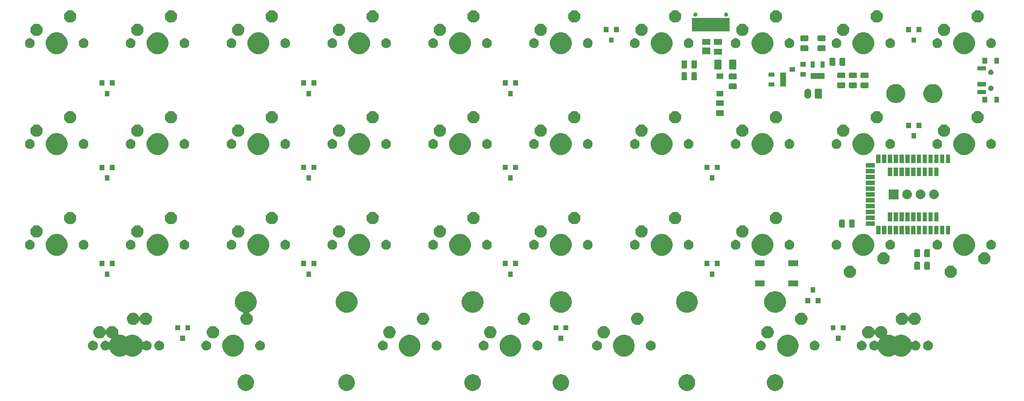
<source format=gbr>
G04 #@! TF.GenerationSoftware,KiCad,Pcbnew,(5.1.4-0)*
G04 #@! TF.CreationDate,2021-05-12T17:49:12+10:00*
G04 #@! TF.ProjectId,ble,626c652e-6b69-4636-9164-5f7063625858,rev?*
G04 #@! TF.SameCoordinates,Original*
G04 #@! TF.FileFunction,Soldermask,Bot*
G04 #@! TF.FilePolarity,Negative*
%FSLAX46Y46*%
G04 Gerber Fmt 4.6, Leading zero omitted, Abs format (unit mm)*
G04 Created by KiCad (PCBNEW (5.1.4-0)) date 2021-05-12 17:49:12*
%MOMM*%
%LPD*%
G04 APERTURE LIST*
%ADD10C,0.200000*%
G04 APERTURE END LIST*
D10*
G36*
X136032167Y-62590263D02*
G01*
X136184311Y-62620526D01*
X136303037Y-62669704D01*
X136470941Y-62739252D01*
X136470942Y-62739253D01*
X136728904Y-62911617D01*
X136948283Y-63130996D01*
X137063453Y-63303361D01*
X137120648Y-63388959D01*
X137239374Y-63675590D01*
X137299900Y-63979875D01*
X137299900Y-64290125D01*
X137239374Y-64594410D01*
X137120648Y-64881041D01*
X137120647Y-64881042D01*
X136948283Y-65139004D01*
X136728904Y-65358383D01*
X136556539Y-65473553D01*
X136470941Y-65530748D01*
X136303037Y-65600296D01*
X136184311Y-65649474D01*
X136032167Y-65679737D01*
X135880025Y-65710000D01*
X135569775Y-65710000D01*
X135417633Y-65679737D01*
X135265489Y-65649474D01*
X135146763Y-65600296D01*
X134978859Y-65530748D01*
X134893261Y-65473553D01*
X134720896Y-65358383D01*
X134501517Y-65139004D01*
X134329153Y-64881042D01*
X134329152Y-64881041D01*
X134210426Y-64594410D01*
X134149900Y-64290125D01*
X134149900Y-63979875D01*
X134210426Y-63675590D01*
X134329152Y-63388959D01*
X134386347Y-63303361D01*
X134501517Y-63130996D01*
X134720896Y-62911617D01*
X134978858Y-62739253D01*
X134978859Y-62739252D01*
X135146763Y-62669704D01*
X135265489Y-62620526D01*
X135417633Y-62590263D01*
X135569775Y-62560000D01*
X135880025Y-62560000D01*
X136032167Y-62590263D01*
X136032167Y-62590263D01*
G37*
G36*
X119369767Y-62590263D02*
G01*
X119521911Y-62620526D01*
X119640637Y-62669704D01*
X119808541Y-62739252D01*
X119808542Y-62739253D01*
X120066504Y-62911617D01*
X120285883Y-63130996D01*
X120401053Y-63303361D01*
X120458248Y-63388959D01*
X120576974Y-63675590D01*
X120637500Y-63979875D01*
X120637500Y-64290125D01*
X120576974Y-64594410D01*
X120458248Y-64881041D01*
X120458247Y-64881042D01*
X120285883Y-65139004D01*
X120066504Y-65358383D01*
X119894139Y-65473553D01*
X119808541Y-65530748D01*
X119640637Y-65600296D01*
X119521911Y-65649474D01*
X119369767Y-65679737D01*
X119217625Y-65710000D01*
X118907375Y-65710000D01*
X118755233Y-65679737D01*
X118603089Y-65649474D01*
X118484363Y-65600296D01*
X118316459Y-65530748D01*
X118230861Y-65473553D01*
X118058496Y-65358383D01*
X117839117Y-65139004D01*
X117666753Y-64881042D01*
X117666752Y-64881041D01*
X117548026Y-64594410D01*
X117487500Y-64290125D01*
X117487500Y-63979875D01*
X117548026Y-63675590D01*
X117666752Y-63388959D01*
X117723947Y-63303361D01*
X117839117Y-63130996D01*
X118058496Y-62911617D01*
X118316458Y-62739253D01*
X118316459Y-62739252D01*
X118484363Y-62669704D01*
X118603089Y-62620526D01*
X118755233Y-62590263D01*
X118907375Y-62560000D01*
X119217625Y-62560000D01*
X119369767Y-62590263D01*
X119369767Y-62590263D01*
G37*
G36*
X95557267Y-62590263D02*
G01*
X95709411Y-62620526D01*
X95828137Y-62669704D01*
X95996041Y-62739252D01*
X95996042Y-62739253D01*
X96254004Y-62911617D01*
X96473383Y-63130996D01*
X96588553Y-63303361D01*
X96645748Y-63388959D01*
X96764474Y-63675590D01*
X96825000Y-63979875D01*
X96825000Y-64290125D01*
X96764474Y-64594410D01*
X96645748Y-64881041D01*
X96645747Y-64881042D01*
X96473383Y-65139004D01*
X96254004Y-65358383D01*
X96081639Y-65473553D01*
X95996041Y-65530748D01*
X95828137Y-65600296D01*
X95709411Y-65649474D01*
X95557267Y-65679737D01*
X95405125Y-65710000D01*
X95094875Y-65710000D01*
X94942733Y-65679737D01*
X94790589Y-65649474D01*
X94671863Y-65600296D01*
X94503959Y-65530748D01*
X94418361Y-65473553D01*
X94245996Y-65358383D01*
X94026617Y-65139004D01*
X93854253Y-64881042D01*
X93854252Y-64881041D01*
X93735526Y-64594410D01*
X93675000Y-64290125D01*
X93675000Y-63979875D01*
X93735526Y-63675590D01*
X93854252Y-63388959D01*
X93911447Y-63303361D01*
X94026617Y-63130996D01*
X94245996Y-62911617D01*
X94503958Y-62739253D01*
X94503959Y-62739252D01*
X94671863Y-62669704D01*
X94790589Y-62620526D01*
X94942733Y-62590263D01*
X95094875Y-62560000D01*
X95405125Y-62560000D01*
X95557267Y-62590263D01*
X95557267Y-62590263D01*
G37*
G36*
X78888517Y-62590263D02*
G01*
X79040661Y-62620526D01*
X79159387Y-62669704D01*
X79327291Y-62739252D01*
X79327292Y-62739253D01*
X79585254Y-62911617D01*
X79804633Y-63130996D01*
X79919803Y-63303361D01*
X79976998Y-63388959D01*
X80095724Y-63675590D01*
X80156250Y-63979875D01*
X80156250Y-64290125D01*
X80095724Y-64594410D01*
X79976998Y-64881041D01*
X79976997Y-64881042D01*
X79804633Y-65139004D01*
X79585254Y-65358383D01*
X79412889Y-65473553D01*
X79327291Y-65530748D01*
X79159387Y-65600296D01*
X79040661Y-65649474D01*
X78888517Y-65679737D01*
X78736375Y-65710000D01*
X78426125Y-65710000D01*
X78273983Y-65679737D01*
X78121839Y-65649474D01*
X78003113Y-65600296D01*
X77835209Y-65530748D01*
X77749611Y-65473553D01*
X77577246Y-65358383D01*
X77357867Y-65139004D01*
X77185503Y-64881042D01*
X77185502Y-64881041D01*
X77066776Y-64594410D01*
X77006250Y-64290125D01*
X77006250Y-63979875D01*
X77066776Y-63675590D01*
X77185502Y-63388959D01*
X77242697Y-63303361D01*
X77357867Y-63130996D01*
X77577246Y-62911617D01*
X77835208Y-62739253D01*
X77835209Y-62739252D01*
X78003113Y-62669704D01*
X78121839Y-62620526D01*
X78273983Y-62590263D01*
X78426125Y-62560000D01*
X78736375Y-62560000D01*
X78888517Y-62590263D01*
X78888517Y-62590263D01*
G37*
G36*
X55076017Y-62590263D02*
G01*
X55228161Y-62620526D01*
X55346887Y-62669704D01*
X55514791Y-62739252D01*
X55514792Y-62739253D01*
X55772754Y-62911617D01*
X55992133Y-63130996D01*
X56107303Y-63303361D01*
X56164498Y-63388959D01*
X56283224Y-63675590D01*
X56343750Y-63979875D01*
X56343750Y-64290125D01*
X56283224Y-64594410D01*
X56164498Y-64881041D01*
X56164497Y-64881042D01*
X55992133Y-65139004D01*
X55772754Y-65358383D01*
X55600389Y-65473553D01*
X55514791Y-65530748D01*
X55346887Y-65600296D01*
X55228161Y-65649474D01*
X55076017Y-65679737D01*
X54923875Y-65710000D01*
X54613625Y-65710000D01*
X54461483Y-65679737D01*
X54309339Y-65649474D01*
X54190613Y-65600296D01*
X54022709Y-65530748D01*
X53937111Y-65473553D01*
X53764746Y-65358383D01*
X53545367Y-65139004D01*
X53373003Y-64881042D01*
X53373002Y-64881041D01*
X53254276Y-64594410D01*
X53193750Y-64290125D01*
X53193750Y-63979875D01*
X53254276Y-63675590D01*
X53373002Y-63388959D01*
X53430197Y-63303361D01*
X53545367Y-63130996D01*
X53764746Y-62911617D01*
X54022708Y-62739253D01*
X54022709Y-62739252D01*
X54190613Y-62669704D01*
X54309339Y-62620526D01*
X54461483Y-62590263D01*
X54613625Y-62560000D01*
X54923875Y-62560000D01*
X55076017Y-62590263D01*
X55076017Y-62590263D01*
G37*
G36*
X36032367Y-62590263D02*
G01*
X36184511Y-62620526D01*
X36303237Y-62669704D01*
X36471141Y-62739252D01*
X36471142Y-62739253D01*
X36729104Y-62911617D01*
X36948483Y-63130996D01*
X37063653Y-63303361D01*
X37120848Y-63388959D01*
X37239574Y-63675590D01*
X37300100Y-63979875D01*
X37300100Y-64290125D01*
X37239574Y-64594410D01*
X37120848Y-64881041D01*
X37120847Y-64881042D01*
X36948483Y-65139004D01*
X36729104Y-65358383D01*
X36556739Y-65473553D01*
X36471141Y-65530748D01*
X36303237Y-65600296D01*
X36184511Y-65649474D01*
X36032367Y-65679737D01*
X35880225Y-65710000D01*
X35569975Y-65710000D01*
X35417833Y-65679737D01*
X35265689Y-65649474D01*
X35146963Y-65600296D01*
X34979059Y-65530748D01*
X34893461Y-65473553D01*
X34721096Y-65358383D01*
X34501717Y-65139004D01*
X34329353Y-64881042D01*
X34329352Y-64881041D01*
X34210626Y-64594410D01*
X34150100Y-64290125D01*
X34150100Y-63979875D01*
X34210626Y-63675590D01*
X34329352Y-63388959D01*
X34386547Y-63303361D01*
X34501717Y-63130996D01*
X34721096Y-62911617D01*
X34979058Y-62739253D01*
X34979059Y-62739252D01*
X35146963Y-62669704D01*
X35265689Y-62620526D01*
X35417833Y-62590263D01*
X35569975Y-62560000D01*
X35880225Y-62560000D01*
X36032367Y-62590263D01*
X36032367Y-62590263D01*
G37*
G36*
X138708974Y-55183684D02*
G01*
X138911927Y-55267750D01*
X139081123Y-55337833D01*
X139416048Y-55561623D01*
X139700877Y-55846452D01*
X139924667Y-56181377D01*
X139957062Y-56259586D01*
X140078816Y-56553526D01*
X140157400Y-56948594D01*
X140157400Y-57351406D01*
X140078816Y-57746474D01*
X140027951Y-57869272D01*
X139924667Y-58118623D01*
X139700877Y-58453548D01*
X139416048Y-58738377D01*
X139081123Y-58962167D01*
X138926974Y-59026017D01*
X138708974Y-59116316D01*
X138313906Y-59194900D01*
X137911094Y-59194900D01*
X137516026Y-59116316D01*
X137298026Y-59026017D01*
X137143877Y-58962167D01*
X136808952Y-58738377D01*
X136524123Y-58453548D01*
X136300333Y-58118623D01*
X136197049Y-57869272D01*
X136146184Y-57746474D01*
X136067600Y-57351406D01*
X136067600Y-56948594D01*
X136146184Y-56553526D01*
X136267938Y-56259586D01*
X136300333Y-56181377D01*
X136524123Y-55846452D01*
X136808952Y-55561623D01*
X137143877Y-55337833D01*
X137313073Y-55267750D01*
X137516026Y-55183684D01*
X137911094Y-55105100D01*
X138313906Y-55105100D01*
X138708974Y-55183684D01*
X138708974Y-55183684D01*
G37*
G36*
X67271474Y-55183684D02*
G01*
X67474427Y-55267750D01*
X67643623Y-55337833D01*
X67978548Y-55561623D01*
X68263377Y-55846452D01*
X68487167Y-56181377D01*
X68519562Y-56259586D01*
X68641316Y-56553526D01*
X68719900Y-56948594D01*
X68719900Y-57351406D01*
X68641316Y-57746474D01*
X68590451Y-57869272D01*
X68487167Y-58118623D01*
X68263377Y-58453548D01*
X67978548Y-58738377D01*
X67643623Y-58962167D01*
X67489474Y-59026017D01*
X67271474Y-59116316D01*
X66876406Y-59194900D01*
X66473594Y-59194900D01*
X66078526Y-59116316D01*
X65860526Y-59026017D01*
X65706377Y-58962167D01*
X65371452Y-58738377D01*
X65086623Y-58453548D01*
X64862833Y-58118623D01*
X64759549Y-57869272D01*
X64708684Y-57746474D01*
X64630100Y-57351406D01*
X64630100Y-56948594D01*
X64708684Y-56553526D01*
X64830438Y-56259586D01*
X64862833Y-56181377D01*
X65086623Y-55846452D01*
X65371452Y-55561623D01*
X65706377Y-55337833D01*
X65875573Y-55267750D01*
X66078526Y-55183684D01*
X66473594Y-55105100D01*
X66876406Y-55105100D01*
X67271474Y-55183684D01*
X67271474Y-55183684D01*
G37*
G36*
X8287810Y-53449064D02*
G01*
X8439277Y-53479193D01*
X8653295Y-53567842D01*
X8653296Y-53567843D01*
X8845904Y-53696539D01*
X9009711Y-53860346D01*
X9095508Y-53988751D01*
X9138408Y-54052955D01*
X9171394Y-54132591D01*
X9182942Y-54154196D01*
X9198487Y-54173138D01*
X9217429Y-54188683D01*
X9239040Y-54200234D01*
X9262489Y-54207347D01*
X9286875Y-54209749D01*
X9311261Y-54207347D01*
X9334710Y-54200234D01*
X9356321Y-54188683D01*
X9375263Y-54173138D01*
X9390808Y-54154196D01*
X9402356Y-54132591D01*
X9435342Y-54052955D01*
X9478242Y-53988751D01*
X9564039Y-53860346D01*
X9727846Y-53696539D01*
X9920454Y-53567843D01*
X9920455Y-53567842D01*
X10134473Y-53479193D01*
X10285940Y-53449064D01*
X10361673Y-53434000D01*
X10593327Y-53434000D01*
X10669060Y-53449064D01*
X10820527Y-53479193D01*
X11034545Y-53567842D01*
X11034546Y-53567843D01*
X11227154Y-53696539D01*
X11390961Y-53860346D01*
X11476758Y-53988751D01*
X11519658Y-54052955D01*
X11608307Y-54266973D01*
X11608307Y-54266975D01*
X11653500Y-54494173D01*
X11653500Y-54725827D01*
X11607772Y-54955715D01*
X11605370Y-54980101D01*
X11607772Y-55004487D01*
X11614885Y-55027936D01*
X11626436Y-55049547D01*
X11641981Y-55068489D01*
X11660923Y-55084034D01*
X11682534Y-55095585D01*
X11705983Y-55102698D01*
X11730369Y-55105100D01*
X12107656Y-55105100D01*
X12502724Y-55183684D01*
X12705677Y-55267750D01*
X12874873Y-55337833D01*
X12907530Y-55359654D01*
X13027429Y-55439768D01*
X13049040Y-55451319D01*
X13072489Y-55458432D01*
X13096875Y-55460834D01*
X13121261Y-55458432D01*
X13144710Y-55451319D01*
X13166321Y-55439768D01*
X13286220Y-55359654D01*
X13318877Y-55337833D01*
X13488073Y-55267750D01*
X13691026Y-55183684D01*
X14086094Y-55105100D01*
X14488906Y-55105100D01*
X14883974Y-55183684D01*
X15086927Y-55267750D01*
X15256123Y-55337833D01*
X15591048Y-55561623D01*
X15875877Y-55846452D01*
X16099667Y-56181377D01*
X16132062Y-56259586D01*
X16187892Y-56394372D01*
X16199443Y-56415983D01*
X16214988Y-56434925D01*
X16233930Y-56450470D01*
X16255541Y-56462021D01*
X16278990Y-56469134D01*
X16303376Y-56471536D01*
X16327762Y-56469134D01*
X16351211Y-56462021D01*
X16372822Y-56450470D01*
X16391753Y-56434934D01*
X16395959Y-56430728D01*
X16547624Y-56329389D01*
X16716146Y-56259585D01*
X16895047Y-56224000D01*
X17077453Y-56224000D01*
X17256354Y-56259585D01*
X17424876Y-56329389D01*
X17576541Y-56430728D01*
X17705522Y-56559709D01*
X17806861Y-56711374D01*
X17876665Y-56879896D01*
X17912250Y-57058797D01*
X17912250Y-57241203D01*
X17876665Y-57420104D01*
X17806861Y-57588626D01*
X17705522Y-57740291D01*
X17576541Y-57869272D01*
X17424876Y-57970611D01*
X17256354Y-58040415D01*
X17077453Y-58076000D01*
X16895047Y-58076000D01*
X16716146Y-58040415D01*
X16547624Y-57970611D01*
X16395959Y-57869272D01*
X16391753Y-57865066D01*
X16372822Y-57849530D01*
X16351211Y-57837979D01*
X16327762Y-57830866D01*
X16303376Y-57828464D01*
X16278990Y-57830866D01*
X16255541Y-57837979D01*
X16233930Y-57849530D01*
X16214988Y-57865075D01*
X16199443Y-57884017D01*
X16187892Y-57905628D01*
X16099667Y-58118623D01*
X15875877Y-58453548D01*
X15591048Y-58738377D01*
X15256123Y-58962167D01*
X15101974Y-59026017D01*
X14883974Y-59116316D01*
X14488906Y-59194900D01*
X14086094Y-59194900D01*
X13691026Y-59116316D01*
X13473026Y-59026017D01*
X13318877Y-58962167D01*
X13166319Y-58860231D01*
X13144710Y-58848681D01*
X13121261Y-58841568D01*
X13096875Y-58839166D01*
X13072489Y-58841568D01*
X13049040Y-58848681D01*
X13027431Y-58860231D01*
X12874873Y-58962167D01*
X12720724Y-59026017D01*
X12502724Y-59116316D01*
X12107656Y-59194900D01*
X11704844Y-59194900D01*
X11309776Y-59116316D01*
X11091776Y-59026017D01*
X10937627Y-58962167D01*
X10602702Y-58738377D01*
X10317873Y-58453548D01*
X10094083Y-58118623D01*
X10005858Y-57905628D01*
X9994307Y-57884017D01*
X9978762Y-57865075D01*
X9959820Y-57849530D01*
X9938209Y-57837979D01*
X9914760Y-57830866D01*
X9890374Y-57828464D01*
X9865988Y-57830866D01*
X9842539Y-57837979D01*
X9820928Y-57849530D01*
X9801997Y-57865066D01*
X9797791Y-57869272D01*
X9646126Y-57970611D01*
X9477604Y-58040415D01*
X9298703Y-58076000D01*
X9116297Y-58076000D01*
X8937396Y-58040415D01*
X8768874Y-57970611D01*
X8617209Y-57869272D01*
X8488228Y-57740291D01*
X8386889Y-57588626D01*
X8317085Y-57420104D01*
X8281500Y-57241203D01*
X8281500Y-57058797D01*
X8317085Y-56879896D01*
X8386889Y-56711374D01*
X8488228Y-56559709D01*
X8617209Y-56430728D01*
X8768874Y-56329389D01*
X8937396Y-56259585D01*
X9116297Y-56224000D01*
X9298703Y-56224000D01*
X9477604Y-56259585D01*
X9646126Y-56329389D01*
X9797791Y-56430728D01*
X9801997Y-56434934D01*
X9820928Y-56450470D01*
X9842539Y-56462021D01*
X9865988Y-56469134D01*
X9890374Y-56471536D01*
X9914760Y-56469134D01*
X9938209Y-56462021D01*
X9959820Y-56450470D01*
X9978762Y-56434925D01*
X9994307Y-56415983D01*
X10005858Y-56394372D01*
X10061688Y-56259586D01*
X10094083Y-56181377D01*
X10254734Y-55940946D01*
X10266284Y-55919337D01*
X10273397Y-55895888D01*
X10275799Y-55871502D01*
X10273397Y-55847116D01*
X10266284Y-55823667D01*
X10254733Y-55802056D01*
X10239188Y-55783114D01*
X10220246Y-55767569D01*
X10198635Y-55756018D01*
X10175189Y-55748906D01*
X10134473Y-55740807D01*
X9920455Y-55652158D01*
X9784960Y-55561623D01*
X9727846Y-55523461D01*
X9564039Y-55359654D01*
X9435343Y-55167046D01*
X9435342Y-55167045D01*
X9402356Y-55087409D01*
X9390808Y-55065804D01*
X9375263Y-55046862D01*
X9356321Y-55031317D01*
X9334710Y-55019766D01*
X9311261Y-55012653D01*
X9286875Y-55010251D01*
X9262489Y-55012653D01*
X9239040Y-55019766D01*
X9217429Y-55031317D01*
X9198487Y-55046862D01*
X9182942Y-55065804D01*
X9171394Y-55087409D01*
X9138408Y-55167045D01*
X9138407Y-55167046D01*
X9009711Y-55359654D01*
X8845904Y-55523461D01*
X8788790Y-55561623D01*
X8653295Y-55652158D01*
X8439277Y-55740807D01*
X8304735Y-55767569D01*
X8212077Y-55786000D01*
X7980423Y-55786000D01*
X7887765Y-55767569D01*
X7753223Y-55740807D01*
X7539205Y-55652158D01*
X7403710Y-55561623D01*
X7346596Y-55523461D01*
X7182789Y-55359654D01*
X7054093Y-55167046D01*
X7054092Y-55167045D01*
X6965443Y-54953027D01*
X6920250Y-54725826D01*
X6920250Y-54494174D01*
X6965443Y-54266973D01*
X7054092Y-54052955D01*
X7096992Y-53988751D01*
X7182789Y-53860346D01*
X7346596Y-53696539D01*
X7539204Y-53567843D01*
X7539205Y-53567842D01*
X7753223Y-53479193D01*
X7904690Y-53449064D01*
X7980423Y-53434000D01*
X8212077Y-53434000D01*
X8287810Y-53449064D01*
X8287810Y-53449064D01*
G37*
G36*
X107752724Y-55183684D02*
G01*
X107955677Y-55267750D01*
X108124873Y-55337833D01*
X108459798Y-55561623D01*
X108744627Y-55846452D01*
X108968417Y-56181377D01*
X109000812Y-56259586D01*
X109122566Y-56553526D01*
X109201150Y-56948594D01*
X109201150Y-57351406D01*
X109122566Y-57746474D01*
X109071701Y-57869272D01*
X108968417Y-58118623D01*
X108744627Y-58453548D01*
X108459798Y-58738377D01*
X108124873Y-58962167D01*
X107970724Y-59026017D01*
X107752724Y-59116316D01*
X107357656Y-59194900D01*
X106954844Y-59194900D01*
X106559776Y-59116316D01*
X106341776Y-59026017D01*
X106187627Y-58962167D01*
X105852702Y-58738377D01*
X105567873Y-58453548D01*
X105344083Y-58118623D01*
X105240799Y-57869272D01*
X105189934Y-57746474D01*
X105111350Y-57351406D01*
X105111350Y-56948594D01*
X105189934Y-56553526D01*
X105311688Y-56259586D01*
X105344083Y-56181377D01*
X105567873Y-55846452D01*
X105852702Y-55561623D01*
X106187627Y-55337833D01*
X106356823Y-55267750D01*
X106559776Y-55183684D01*
X106954844Y-55105100D01*
X107357656Y-55105100D01*
X107752724Y-55183684D01*
X107752724Y-55183684D01*
G37*
G36*
X86321474Y-55183684D02*
G01*
X86524427Y-55267750D01*
X86693623Y-55337833D01*
X87028548Y-55561623D01*
X87313377Y-55846452D01*
X87537167Y-56181377D01*
X87569562Y-56259586D01*
X87691316Y-56553526D01*
X87769900Y-56948594D01*
X87769900Y-57351406D01*
X87691316Y-57746474D01*
X87640451Y-57869272D01*
X87537167Y-58118623D01*
X87313377Y-58453548D01*
X87028548Y-58738377D01*
X86693623Y-58962167D01*
X86539474Y-59026017D01*
X86321474Y-59116316D01*
X85926406Y-59194900D01*
X85523594Y-59194900D01*
X85128526Y-59116316D01*
X84910526Y-59026017D01*
X84756377Y-58962167D01*
X84421452Y-58738377D01*
X84136623Y-58453548D01*
X83912833Y-58118623D01*
X83809549Y-57869272D01*
X83758684Y-57746474D01*
X83680100Y-57351406D01*
X83680100Y-56948594D01*
X83758684Y-56553526D01*
X83880438Y-56259586D01*
X83912833Y-56181377D01*
X84136623Y-55846452D01*
X84421452Y-55561623D01*
X84756377Y-55337833D01*
X84925573Y-55267750D01*
X85128526Y-55183684D01*
X85523594Y-55105100D01*
X85926406Y-55105100D01*
X86321474Y-55183684D01*
X86321474Y-55183684D01*
G37*
G36*
X33933974Y-55183684D02*
G01*
X34136927Y-55267750D01*
X34306123Y-55337833D01*
X34641048Y-55561623D01*
X34925877Y-55846452D01*
X35149667Y-56181377D01*
X35182062Y-56259586D01*
X35303816Y-56553526D01*
X35382400Y-56948594D01*
X35382400Y-57351406D01*
X35303816Y-57746474D01*
X35252951Y-57869272D01*
X35149667Y-58118623D01*
X34925877Y-58453548D01*
X34641048Y-58738377D01*
X34306123Y-58962167D01*
X34151974Y-59026017D01*
X33933974Y-59116316D01*
X33538906Y-59194900D01*
X33136094Y-59194900D01*
X32741026Y-59116316D01*
X32523026Y-59026017D01*
X32368877Y-58962167D01*
X32033952Y-58738377D01*
X31749123Y-58453548D01*
X31525333Y-58118623D01*
X31422049Y-57869272D01*
X31371184Y-57746474D01*
X31292600Y-57351406D01*
X31292600Y-56948594D01*
X31371184Y-56553526D01*
X31492938Y-56259586D01*
X31525333Y-56181377D01*
X31749123Y-55846452D01*
X32033952Y-55561623D01*
X32368877Y-55337833D01*
X32538073Y-55267750D01*
X32741026Y-55183684D01*
X33136094Y-55105100D01*
X33538906Y-55105100D01*
X33933974Y-55183684D01*
X33933974Y-55183684D01*
G37*
G36*
X153544060Y-53449064D02*
G01*
X153695527Y-53479193D01*
X153909545Y-53567842D01*
X153909546Y-53567843D01*
X154102154Y-53696539D01*
X154265961Y-53860346D01*
X154351758Y-53988751D01*
X154394658Y-54052955D01*
X154427644Y-54132591D01*
X154439192Y-54154196D01*
X154454737Y-54173138D01*
X154473679Y-54188683D01*
X154495290Y-54200234D01*
X154518739Y-54207347D01*
X154543125Y-54209749D01*
X154567511Y-54207347D01*
X154590960Y-54200234D01*
X154612571Y-54188683D01*
X154631513Y-54173138D01*
X154647058Y-54154196D01*
X154658606Y-54132591D01*
X154691592Y-54052955D01*
X154734492Y-53988751D01*
X154820289Y-53860346D01*
X154984096Y-53696539D01*
X155176704Y-53567843D01*
X155176705Y-53567842D01*
X155390723Y-53479193D01*
X155542190Y-53449064D01*
X155617923Y-53434000D01*
X155849577Y-53434000D01*
X155925310Y-53449064D01*
X156076777Y-53479193D01*
X156290795Y-53567842D01*
X156290796Y-53567843D01*
X156483404Y-53696539D01*
X156647211Y-53860346D01*
X156733008Y-53988751D01*
X156775908Y-54052955D01*
X156864557Y-54266973D01*
X156864557Y-54266975D01*
X156909750Y-54494173D01*
X156909750Y-54725827D01*
X156864022Y-54955715D01*
X156861620Y-54980101D01*
X156864022Y-55004487D01*
X156871135Y-55027936D01*
X156882686Y-55049547D01*
X156898231Y-55068489D01*
X156917173Y-55084034D01*
X156938784Y-55095585D01*
X156962233Y-55102698D01*
X156986619Y-55105100D01*
X157363906Y-55105100D01*
X157758974Y-55183684D01*
X157961927Y-55267750D01*
X158131123Y-55337833D01*
X158163780Y-55359654D01*
X158283679Y-55439768D01*
X158305290Y-55451319D01*
X158328739Y-55458432D01*
X158353125Y-55460834D01*
X158377511Y-55458432D01*
X158400960Y-55451319D01*
X158422571Y-55439768D01*
X158542470Y-55359654D01*
X158575127Y-55337833D01*
X158744323Y-55267750D01*
X158947276Y-55183684D01*
X159342344Y-55105100D01*
X159745156Y-55105100D01*
X160140224Y-55183684D01*
X160343177Y-55267750D01*
X160512373Y-55337833D01*
X160847298Y-55561623D01*
X161132127Y-55846452D01*
X161355917Y-56181377D01*
X161388312Y-56259586D01*
X161444142Y-56394372D01*
X161455693Y-56415983D01*
X161471238Y-56434925D01*
X161490180Y-56450470D01*
X161511791Y-56462021D01*
X161535240Y-56469134D01*
X161559626Y-56471536D01*
X161584012Y-56469134D01*
X161607461Y-56462021D01*
X161629072Y-56450470D01*
X161648003Y-56434934D01*
X161652209Y-56430728D01*
X161803874Y-56329389D01*
X161972396Y-56259585D01*
X162151297Y-56224000D01*
X162333703Y-56224000D01*
X162512604Y-56259585D01*
X162681126Y-56329389D01*
X162832791Y-56430728D01*
X162961772Y-56559709D01*
X163063111Y-56711374D01*
X163132915Y-56879896D01*
X163168500Y-57058797D01*
X163168500Y-57241203D01*
X163132915Y-57420104D01*
X163063111Y-57588626D01*
X162961772Y-57740291D01*
X162832791Y-57869272D01*
X162681126Y-57970611D01*
X162512604Y-58040415D01*
X162333703Y-58076000D01*
X162151297Y-58076000D01*
X161972396Y-58040415D01*
X161803874Y-57970611D01*
X161652209Y-57869272D01*
X161648003Y-57865066D01*
X161629072Y-57849530D01*
X161607461Y-57837979D01*
X161584012Y-57830866D01*
X161559626Y-57828464D01*
X161535240Y-57830866D01*
X161511791Y-57837979D01*
X161490180Y-57849530D01*
X161471238Y-57865075D01*
X161455693Y-57884017D01*
X161444142Y-57905628D01*
X161355917Y-58118623D01*
X161132127Y-58453548D01*
X160847298Y-58738377D01*
X160512373Y-58962167D01*
X160358224Y-59026017D01*
X160140224Y-59116316D01*
X159745156Y-59194900D01*
X159342344Y-59194900D01*
X158947276Y-59116316D01*
X158729276Y-59026017D01*
X158575127Y-58962167D01*
X158422569Y-58860231D01*
X158400960Y-58848681D01*
X158377511Y-58841568D01*
X158353125Y-58839166D01*
X158328739Y-58841568D01*
X158305290Y-58848681D01*
X158283681Y-58860231D01*
X158131123Y-58962167D01*
X157976974Y-59026017D01*
X157758974Y-59116316D01*
X157363906Y-59194900D01*
X156961094Y-59194900D01*
X156566026Y-59116316D01*
X156348026Y-59026017D01*
X156193877Y-58962167D01*
X155858952Y-58738377D01*
X155574123Y-58453548D01*
X155350333Y-58118623D01*
X155262108Y-57905628D01*
X155250557Y-57884017D01*
X155235012Y-57865075D01*
X155216070Y-57849530D01*
X155194459Y-57837979D01*
X155171010Y-57830866D01*
X155146624Y-57828464D01*
X155122238Y-57830866D01*
X155098789Y-57837979D01*
X155077178Y-57849530D01*
X155058247Y-57865066D01*
X155054041Y-57869272D01*
X154902376Y-57970611D01*
X154733854Y-58040415D01*
X154554953Y-58076000D01*
X154372547Y-58076000D01*
X154193646Y-58040415D01*
X154025124Y-57970611D01*
X153873459Y-57869272D01*
X153744478Y-57740291D01*
X153643139Y-57588626D01*
X153573335Y-57420104D01*
X153537750Y-57241203D01*
X153537750Y-57058797D01*
X153573335Y-56879896D01*
X153643139Y-56711374D01*
X153744478Y-56559709D01*
X153873459Y-56430728D01*
X154025124Y-56329389D01*
X154193646Y-56259585D01*
X154372547Y-56224000D01*
X154554953Y-56224000D01*
X154733854Y-56259585D01*
X154902376Y-56329389D01*
X155054041Y-56430728D01*
X155058247Y-56434934D01*
X155077178Y-56450470D01*
X155098789Y-56462021D01*
X155122238Y-56469134D01*
X155146624Y-56471536D01*
X155171010Y-56469134D01*
X155194459Y-56462021D01*
X155216070Y-56450470D01*
X155235012Y-56434925D01*
X155250557Y-56415983D01*
X155262108Y-56394372D01*
X155317938Y-56259586D01*
X155350333Y-56181377D01*
X155510984Y-55940946D01*
X155522534Y-55919337D01*
X155529647Y-55895888D01*
X155532049Y-55871502D01*
X155529647Y-55847116D01*
X155522534Y-55823667D01*
X155510983Y-55802056D01*
X155495438Y-55783114D01*
X155476496Y-55767569D01*
X155454885Y-55756018D01*
X155431439Y-55748906D01*
X155390723Y-55740807D01*
X155176705Y-55652158D01*
X155041210Y-55561623D01*
X154984096Y-55523461D01*
X154820289Y-55359654D01*
X154691593Y-55167046D01*
X154691592Y-55167045D01*
X154658606Y-55087409D01*
X154647058Y-55065804D01*
X154631513Y-55046862D01*
X154612571Y-55031317D01*
X154590960Y-55019766D01*
X154567511Y-55012653D01*
X154543125Y-55010251D01*
X154518739Y-55012653D01*
X154495290Y-55019766D01*
X154473679Y-55031317D01*
X154454737Y-55046862D01*
X154439192Y-55065804D01*
X154427644Y-55087409D01*
X154394658Y-55167045D01*
X154394657Y-55167046D01*
X154265961Y-55359654D01*
X154102154Y-55523461D01*
X154045040Y-55561623D01*
X153909545Y-55652158D01*
X153695527Y-55740807D01*
X153560985Y-55767569D01*
X153468327Y-55786000D01*
X153236673Y-55786000D01*
X153144015Y-55767569D01*
X153009473Y-55740807D01*
X152795455Y-55652158D01*
X152659960Y-55561623D01*
X152602846Y-55523461D01*
X152439039Y-55359654D01*
X152310343Y-55167046D01*
X152310342Y-55167045D01*
X152221693Y-54953027D01*
X152176500Y-54725826D01*
X152176500Y-54494174D01*
X152221693Y-54266973D01*
X152310342Y-54052955D01*
X152353242Y-53988751D01*
X152439039Y-53860346D01*
X152602846Y-53696539D01*
X152795454Y-53567843D01*
X152795455Y-53567842D01*
X153009473Y-53479193D01*
X153160940Y-53449064D01*
X153236673Y-53434000D01*
X153468327Y-53434000D01*
X153544060Y-53449064D01*
X153544060Y-53449064D01*
G37*
G36*
X164893854Y-56259585D02*
G01*
X165062376Y-56329389D01*
X165214041Y-56430728D01*
X165343022Y-56559709D01*
X165444361Y-56711374D01*
X165514165Y-56879896D01*
X165549750Y-57058797D01*
X165549750Y-57241203D01*
X165514165Y-57420104D01*
X165444361Y-57588626D01*
X165343022Y-57740291D01*
X165214041Y-57869272D01*
X165062376Y-57970611D01*
X164893854Y-58040415D01*
X164714953Y-58076000D01*
X164532547Y-58076000D01*
X164353646Y-58040415D01*
X164185124Y-57970611D01*
X164033459Y-57869272D01*
X163904478Y-57740291D01*
X163803139Y-57588626D01*
X163733335Y-57420104D01*
X163697750Y-57241203D01*
X163697750Y-57058797D01*
X163733335Y-56879896D01*
X163803139Y-56711374D01*
X163904478Y-56559709D01*
X164033459Y-56430728D01*
X164185124Y-56329389D01*
X164353646Y-56259585D01*
X164532547Y-56224000D01*
X164714953Y-56224000D01*
X164893854Y-56259585D01*
X164893854Y-56259585D01*
G37*
G36*
X61865104Y-56259585D02*
G01*
X62033626Y-56329389D01*
X62185291Y-56430728D01*
X62314272Y-56559709D01*
X62415611Y-56711374D01*
X62485415Y-56879896D01*
X62521000Y-57058797D01*
X62521000Y-57241203D01*
X62485415Y-57420104D01*
X62415611Y-57588626D01*
X62314272Y-57740291D01*
X62185291Y-57869272D01*
X62033626Y-57970611D01*
X61865104Y-58040415D01*
X61686203Y-58076000D01*
X61503797Y-58076000D01*
X61324896Y-58040415D01*
X61156374Y-57970611D01*
X61004709Y-57869272D01*
X60875728Y-57740291D01*
X60774389Y-57588626D01*
X60704585Y-57420104D01*
X60669000Y-57241203D01*
X60669000Y-57058797D01*
X60704585Y-56879896D01*
X60774389Y-56711374D01*
X60875728Y-56559709D01*
X61004709Y-56430728D01*
X61156374Y-56329389D01*
X61324896Y-56259585D01*
X61503797Y-56224000D01*
X61686203Y-56224000D01*
X61865104Y-56259585D01*
X61865104Y-56259585D01*
G37*
G36*
X7096354Y-56259585D02*
G01*
X7264876Y-56329389D01*
X7416541Y-56430728D01*
X7545522Y-56559709D01*
X7646861Y-56711374D01*
X7716665Y-56879896D01*
X7752250Y-57058797D01*
X7752250Y-57241203D01*
X7716665Y-57420104D01*
X7646861Y-57588626D01*
X7545522Y-57740291D01*
X7416541Y-57869272D01*
X7264876Y-57970611D01*
X7096354Y-58040415D01*
X6917453Y-58076000D01*
X6735047Y-58076000D01*
X6556146Y-58040415D01*
X6387624Y-57970611D01*
X6235959Y-57869272D01*
X6106978Y-57740291D01*
X6005639Y-57588626D01*
X5935835Y-57420104D01*
X5900250Y-57241203D01*
X5900250Y-57058797D01*
X5935835Y-56879896D01*
X6005639Y-56711374D01*
X6106978Y-56559709D01*
X6235959Y-56430728D01*
X6387624Y-56329389D01*
X6556146Y-56259585D01*
X6735047Y-56224000D01*
X6917453Y-56224000D01*
X7096354Y-56259585D01*
X7096354Y-56259585D01*
G37*
G36*
X19637604Y-56259585D02*
G01*
X19806126Y-56329389D01*
X19957791Y-56430728D01*
X20086772Y-56559709D01*
X20188111Y-56711374D01*
X20257915Y-56879896D01*
X20293500Y-57058797D01*
X20293500Y-57241203D01*
X20257915Y-57420104D01*
X20188111Y-57588626D01*
X20086772Y-57740291D01*
X19957791Y-57869272D01*
X19806126Y-57970611D01*
X19637604Y-58040415D01*
X19458703Y-58076000D01*
X19276297Y-58076000D01*
X19097396Y-58040415D01*
X18928874Y-57970611D01*
X18777209Y-57869272D01*
X18648228Y-57740291D01*
X18546889Y-57588626D01*
X18477085Y-57420104D01*
X18441500Y-57241203D01*
X18441500Y-57058797D01*
X18477085Y-56879896D01*
X18546889Y-56711374D01*
X18648228Y-56559709D01*
X18777209Y-56430728D01*
X18928874Y-56329389D01*
X19097396Y-56259585D01*
X19276297Y-56224000D01*
X19458703Y-56224000D01*
X19637604Y-56259585D01*
X19637604Y-56259585D01*
G37*
G36*
X28527604Y-56259585D02*
G01*
X28696126Y-56329389D01*
X28847791Y-56430728D01*
X28976772Y-56559709D01*
X29078111Y-56711374D01*
X29147915Y-56879896D01*
X29183500Y-57058797D01*
X29183500Y-57241203D01*
X29147915Y-57420104D01*
X29078111Y-57588626D01*
X28976772Y-57740291D01*
X28847791Y-57869272D01*
X28696126Y-57970611D01*
X28527604Y-58040415D01*
X28348703Y-58076000D01*
X28166297Y-58076000D01*
X27987396Y-58040415D01*
X27818874Y-57970611D01*
X27667209Y-57869272D01*
X27538228Y-57740291D01*
X27436889Y-57588626D01*
X27367085Y-57420104D01*
X27331500Y-57241203D01*
X27331500Y-57058797D01*
X27367085Y-56879896D01*
X27436889Y-56711374D01*
X27538228Y-56559709D01*
X27667209Y-56430728D01*
X27818874Y-56329389D01*
X27987396Y-56259585D01*
X28166297Y-56224000D01*
X28348703Y-56224000D01*
X28527604Y-56259585D01*
X28527604Y-56259585D01*
G37*
G36*
X38687604Y-56259585D02*
G01*
X38856126Y-56329389D01*
X39007791Y-56430728D01*
X39136772Y-56559709D01*
X39238111Y-56711374D01*
X39307915Y-56879896D01*
X39343500Y-57058797D01*
X39343500Y-57241203D01*
X39307915Y-57420104D01*
X39238111Y-57588626D01*
X39136772Y-57740291D01*
X39007791Y-57869272D01*
X38856126Y-57970611D01*
X38687604Y-58040415D01*
X38508703Y-58076000D01*
X38326297Y-58076000D01*
X38147396Y-58040415D01*
X37978874Y-57970611D01*
X37827209Y-57869272D01*
X37698228Y-57740291D01*
X37596889Y-57588626D01*
X37527085Y-57420104D01*
X37491500Y-57241203D01*
X37491500Y-57058797D01*
X37527085Y-56879896D01*
X37596889Y-56711374D01*
X37698228Y-56559709D01*
X37827209Y-56430728D01*
X37978874Y-56329389D01*
X38147396Y-56259585D01*
X38326297Y-56224000D01*
X38508703Y-56224000D01*
X38687604Y-56259585D01*
X38687604Y-56259585D01*
G37*
G36*
X152352604Y-56259585D02*
G01*
X152521126Y-56329389D01*
X152672791Y-56430728D01*
X152801772Y-56559709D01*
X152903111Y-56711374D01*
X152972915Y-56879896D01*
X153008500Y-57058797D01*
X153008500Y-57241203D01*
X152972915Y-57420104D01*
X152903111Y-57588626D01*
X152801772Y-57740291D01*
X152672791Y-57869272D01*
X152521126Y-57970611D01*
X152352604Y-58040415D01*
X152173703Y-58076000D01*
X151991297Y-58076000D01*
X151812396Y-58040415D01*
X151643874Y-57970611D01*
X151492209Y-57869272D01*
X151363228Y-57740291D01*
X151261889Y-57588626D01*
X151192085Y-57420104D01*
X151156500Y-57241203D01*
X151156500Y-57058797D01*
X151192085Y-56879896D01*
X151261889Y-56711374D01*
X151363228Y-56559709D01*
X151492209Y-56430728D01*
X151643874Y-56329389D01*
X151812396Y-56259585D01*
X151991297Y-56224000D01*
X152173703Y-56224000D01*
X152352604Y-56259585D01*
X152352604Y-56259585D01*
G37*
G36*
X143462604Y-56259585D02*
G01*
X143631126Y-56329389D01*
X143782791Y-56430728D01*
X143911772Y-56559709D01*
X144013111Y-56711374D01*
X144082915Y-56879896D01*
X144118500Y-57058797D01*
X144118500Y-57241203D01*
X144082915Y-57420104D01*
X144013111Y-57588626D01*
X143911772Y-57740291D01*
X143782791Y-57869272D01*
X143631126Y-57970611D01*
X143462604Y-58040415D01*
X143283703Y-58076000D01*
X143101297Y-58076000D01*
X142922396Y-58040415D01*
X142753874Y-57970611D01*
X142602209Y-57869272D01*
X142473228Y-57740291D01*
X142371889Y-57588626D01*
X142302085Y-57420104D01*
X142266500Y-57241203D01*
X142266500Y-57058797D01*
X142302085Y-56879896D01*
X142371889Y-56711374D01*
X142473228Y-56559709D01*
X142602209Y-56430728D01*
X142753874Y-56329389D01*
X142922396Y-56259585D01*
X143101297Y-56224000D01*
X143283703Y-56224000D01*
X143462604Y-56259585D01*
X143462604Y-56259585D01*
G37*
G36*
X133302604Y-56259585D02*
G01*
X133471126Y-56329389D01*
X133622791Y-56430728D01*
X133751772Y-56559709D01*
X133853111Y-56711374D01*
X133922915Y-56879896D01*
X133958500Y-57058797D01*
X133958500Y-57241203D01*
X133922915Y-57420104D01*
X133853111Y-57588626D01*
X133751772Y-57740291D01*
X133622791Y-57869272D01*
X133471126Y-57970611D01*
X133302604Y-58040415D01*
X133123703Y-58076000D01*
X132941297Y-58076000D01*
X132762396Y-58040415D01*
X132593874Y-57970611D01*
X132442209Y-57869272D01*
X132313228Y-57740291D01*
X132211889Y-57588626D01*
X132142085Y-57420104D01*
X132106500Y-57241203D01*
X132106500Y-57058797D01*
X132142085Y-56879896D01*
X132211889Y-56711374D01*
X132313228Y-56559709D01*
X132442209Y-56430728D01*
X132593874Y-56329389D01*
X132762396Y-56259585D01*
X132941297Y-56224000D01*
X133123703Y-56224000D01*
X133302604Y-56259585D01*
X133302604Y-56259585D01*
G37*
G36*
X112506354Y-56259585D02*
G01*
X112674876Y-56329389D01*
X112826541Y-56430728D01*
X112955522Y-56559709D01*
X113056861Y-56711374D01*
X113126665Y-56879896D01*
X113162250Y-57058797D01*
X113162250Y-57241203D01*
X113126665Y-57420104D01*
X113056861Y-57588626D01*
X112955522Y-57740291D01*
X112826541Y-57869272D01*
X112674876Y-57970611D01*
X112506354Y-58040415D01*
X112327453Y-58076000D01*
X112145047Y-58076000D01*
X111966146Y-58040415D01*
X111797624Y-57970611D01*
X111645959Y-57869272D01*
X111516978Y-57740291D01*
X111415639Y-57588626D01*
X111345835Y-57420104D01*
X111310250Y-57241203D01*
X111310250Y-57058797D01*
X111345835Y-56879896D01*
X111415639Y-56711374D01*
X111516978Y-56559709D01*
X111645959Y-56430728D01*
X111797624Y-56329389D01*
X111966146Y-56259585D01*
X112145047Y-56224000D01*
X112327453Y-56224000D01*
X112506354Y-56259585D01*
X112506354Y-56259585D01*
G37*
G36*
X102346354Y-56259585D02*
G01*
X102514876Y-56329389D01*
X102666541Y-56430728D01*
X102795522Y-56559709D01*
X102896861Y-56711374D01*
X102966665Y-56879896D01*
X103002250Y-57058797D01*
X103002250Y-57241203D01*
X102966665Y-57420104D01*
X102896861Y-57588626D01*
X102795522Y-57740291D01*
X102666541Y-57869272D01*
X102514876Y-57970611D01*
X102346354Y-58040415D01*
X102167453Y-58076000D01*
X101985047Y-58076000D01*
X101806146Y-58040415D01*
X101637624Y-57970611D01*
X101485959Y-57869272D01*
X101356978Y-57740291D01*
X101255639Y-57588626D01*
X101185835Y-57420104D01*
X101150250Y-57241203D01*
X101150250Y-57058797D01*
X101185835Y-56879896D01*
X101255639Y-56711374D01*
X101356978Y-56559709D01*
X101485959Y-56430728D01*
X101637624Y-56329389D01*
X101806146Y-56259585D01*
X101985047Y-56224000D01*
X102167453Y-56224000D01*
X102346354Y-56259585D01*
X102346354Y-56259585D01*
G37*
G36*
X91075104Y-56259585D02*
G01*
X91243626Y-56329389D01*
X91395291Y-56430728D01*
X91524272Y-56559709D01*
X91625611Y-56711374D01*
X91695415Y-56879896D01*
X91731000Y-57058797D01*
X91731000Y-57241203D01*
X91695415Y-57420104D01*
X91625611Y-57588626D01*
X91524272Y-57740291D01*
X91395291Y-57869272D01*
X91243626Y-57970611D01*
X91075104Y-58040415D01*
X90896203Y-58076000D01*
X90713797Y-58076000D01*
X90534896Y-58040415D01*
X90366374Y-57970611D01*
X90214709Y-57869272D01*
X90085728Y-57740291D01*
X89984389Y-57588626D01*
X89914585Y-57420104D01*
X89879000Y-57241203D01*
X89879000Y-57058797D01*
X89914585Y-56879896D01*
X89984389Y-56711374D01*
X90085728Y-56559709D01*
X90214709Y-56430728D01*
X90366374Y-56329389D01*
X90534896Y-56259585D01*
X90713797Y-56224000D01*
X90896203Y-56224000D01*
X91075104Y-56259585D01*
X91075104Y-56259585D01*
G37*
G36*
X80915104Y-56259585D02*
G01*
X81083626Y-56329389D01*
X81235291Y-56430728D01*
X81364272Y-56559709D01*
X81465611Y-56711374D01*
X81535415Y-56879896D01*
X81571000Y-57058797D01*
X81571000Y-57241203D01*
X81535415Y-57420104D01*
X81465611Y-57588626D01*
X81364272Y-57740291D01*
X81235291Y-57869272D01*
X81083626Y-57970611D01*
X80915104Y-58040415D01*
X80736203Y-58076000D01*
X80553797Y-58076000D01*
X80374896Y-58040415D01*
X80206374Y-57970611D01*
X80054709Y-57869272D01*
X79925728Y-57740291D01*
X79824389Y-57588626D01*
X79754585Y-57420104D01*
X79719000Y-57241203D01*
X79719000Y-57058797D01*
X79754585Y-56879896D01*
X79824389Y-56711374D01*
X79925728Y-56559709D01*
X80054709Y-56430728D01*
X80206374Y-56329389D01*
X80374896Y-56259585D01*
X80553797Y-56224000D01*
X80736203Y-56224000D01*
X80915104Y-56259585D01*
X80915104Y-56259585D01*
G37*
G36*
X72025104Y-56259585D02*
G01*
X72193626Y-56329389D01*
X72345291Y-56430728D01*
X72474272Y-56559709D01*
X72575611Y-56711374D01*
X72645415Y-56879896D01*
X72681000Y-57058797D01*
X72681000Y-57241203D01*
X72645415Y-57420104D01*
X72575611Y-57588626D01*
X72474272Y-57740291D01*
X72345291Y-57869272D01*
X72193626Y-57970611D01*
X72025104Y-58040415D01*
X71846203Y-58076000D01*
X71663797Y-58076000D01*
X71484896Y-58040415D01*
X71316374Y-57970611D01*
X71164709Y-57869272D01*
X71035728Y-57740291D01*
X70934389Y-57588626D01*
X70864585Y-57420104D01*
X70829000Y-57241203D01*
X70829000Y-57058797D01*
X70864585Y-56879896D01*
X70934389Y-56711374D01*
X71035728Y-56559709D01*
X71164709Y-56430728D01*
X71316374Y-56329389D01*
X71484896Y-56259585D01*
X71663797Y-56224000D01*
X71846203Y-56224000D01*
X72025104Y-56259585D01*
X72025104Y-56259585D01*
G37*
G36*
X24263500Y-56269750D02*
G01*
X23361500Y-56269750D01*
X23361500Y-55267750D01*
X24263500Y-55267750D01*
X24263500Y-56269750D01*
X24263500Y-56269750D01*
G37*
G36*
X148088500Y-56269750D02*
G01*
X147186500Y-56269750D01*
X147186500Y-55267750D01*
X148088500Y-55267750D01*
X148088500Y-56269750D01*
X148088500Y-56269750D01*
G37*
G36*
X95701000Y-56269750D02*
G01*
X94799000Y-56269750D01*
X94799000Y-55267750D01*
X95701000Y-55267750D01*
X95701000Y-56269750D01*
X95701000Y-56269750D01*
G37*
G36*
X63056560Y-53449064D02*
G01*
X63208027Y-53479193D01*
X63422045Y-53567842D01*
X63422046Y-53567843D01*
X63614654Y-53696539D01*
X63778461Y-53860346D01*
X63864258Y-53988751D01*
X63907158Y-54052955D01*
X63995807Y-54266973D01*
X64041000Y-54494174D01*
X64041000Y-54725826D01*
X63995807Y-54953027D01*
X63907158Y-55167045D01*
X63907157Y-55167046D01*
X63778461Y-55359654D01*
X63614654Y-55523461D01*
X63557540Y-55561623D01*
X63422045Y-55652158D01*
X63208027Y-55740807D01*
X63073485Y-55767569D01*
X62980827Y-55786000D01*
X62749173Y-55786000D01*
X62656515Y-55767569D01*
X62521973Y-55740807D01*
X62307955Y-55652158D01*
X62172460Y-55561623D01*
X62115346Y-55523461D01*
X61951539Y-55359654D01*
X61822843Y-55167046D01*
X61822842Y-55167045D01*
X61734193Y-54953027D01*
X61689000Y-54725826D01*
X61689000Y-54494174D01*
X61734193Y-54266973D01*
X61822842Y-54052955D01*
X61865742Y-53988751D01*
X61951539Y-53860346D01*
X62115346Y-53696539D01*
X62307954Y-53567843D01*
X62307955Y-53567842D01*
X62521973Y-53479193D01*
X62673440Y-53449064D01*
X62749173Y-53434000D01*
X62980827Y-53434000D01*
X63056560Y-53449064D01*
X63056560Y-53449064D01*
G37*
G36*
X82106560Y-53449064D02*
G01*
X82258027Y-53479193D01*
X82472045Y-53567842D01*
X82472046Y-53567843D01*
X82664654Y-53696539D01*
X82828461Y-53860346D01*
X82914258Y-53988751D01*
X82957158Y-54052955D01*
X83045807Y-54266973D01*
X83091000Y-54494174D01*
X83091000Y-54725826D01*
X83045807Y-54953027D01*
X82957158Y-55167045D01*
X82957157Y-55167046D01*
X82828461Y-55359654D01*
X82664654Y-55523461D01*
X82607540Y-55561623D01*
X82472045Y-55652158D01*
X82258027Y-55740807D01*
X82123485Y-55767569D01*
X82030827Y-55786000D01*
X81799173Y-55786000D01*
X81706515Y-55767569D01*
X81571973Y-55740807D01*
X81357955Y-55652158D01*
X81222460Y-55561623D01*
X81165346Y-55523461D01*
X81001539Y-55359654D01*
X80872843Y-55167046D01*
X80872842Y-55167045D01*
X80784193Y-54953027D01*
X80739000Y-54725826D01*
X80739000Y-54494174D01*
X80784193Y-54266973D01*
X80872842Y-54052955D01*
X80915742Y-53988751D01*
X81001539Y-53860346D01*
X81165346Y-53696539D01*
X81357954Y-53567843D01*
X81357955Y-53567842D01*
X81571973Y-53479193D01*
X81723440Y-53449064D01*
X81799173Y-53434000D01*
X82030827Y-53434000D01*
X82106560Y-53449064D01*
X82106560Y-53449064D01*
G37*
G36*
X29719060Y-53449064D02*
G01*
X29870527Y-53479193D01*
X30084545Y-53567842D01*
X30084546Y-53567843D01*
X30277154Y-53696539D01*
X30440961Y-53860346D01*
X30526758Y-53988751D01*
X30569658Y-54052955D01*
X30658307Y-54266973D01*
X30703500Y-54494174D01*
X30703500Y-54725826D01*
X30658307Y-54953027D01*
X30569658Y-55167045D01*
X30569657Y-55167046D01*
X30440961Y-55359654D01*
X30277154Y-55523461D01*
X30220040Y-55561623D01*
X30084545Y-55652158D01*
X29870527Y-55740807D01*
X29735985Y-55767569D01*
X29643327Y-55786000D01*
X29411673Y-55786000D01*
X29319015Y-55767569D01*
X29184473Y-55740807D01*
X28970455Y-55652158D01*
X28834960Y-55561623D01*
X28777846Y-55523461D01*
X28614039Y-55359654D01*
X28485343Y-55167046D01*
X28485342Y-55167045D01*
X28396693Y-54953027D01*
X28351500Y-54725826D01*
X28351500Y-54494174D01*
X28396693Y-54266973D01*
X28485342Y-54052955D01*
X28528242Y-53988751D01*
X28614039Y-53860346D01*
X28777846Y-53696539D01*
X28970454Y-53567843D01*
X28970455Y-53567842D01*
X29184473Y-53479193D01*
X29335940Y-53449064D01*
X29411673Y-53434000D01*
X29643327Y-53434000D01*
X29719060Y-53449064D01*
X29719060Y-53449064D01*
G37*
G36*
X134494060Y-53449064D02*
G01*
X134645527Y-53479193D01*
X134859545Y-53567842D01*
X134859546Y-53567843D01*
X135052154Y-53696539D01*
X135215961Y-53860346D01*
X135301758Y-53988751D01*
X135344658Y-54052955D01*
X135433307Y-54266973D01*
X135478500Y-54494174D01*
X135478500Y-54725826D01*
X135433307Y-54953027D01*
X135344658Y-55167045D01*
X135344657Y-55167046D01*
X135215961Y-55359654D01*
X135052154Y-55523461D01*
X134995040Y-55561623D01*
X134859545Y-55652158D01*
X134645527Y-55740807D01*
X134510985Y-55767569D01*
X134418327Y-55786000D01*
X134186673Y-55786000D01*
X134094015Y-55767569D01*
X133959473Y-55740807D01*
X133745455Y-55652158D01*
X133609960Y-55561623D01*
X133552846Y-55523461D01*
X133389039Y-55359654D01*
X133260343Y-55167046D01*
X133260342Y-55167045D01*
X133171693Y-54953027D01*
X133126500Y-54725826D01*
X133126500Y-54494174D01*
X133171693Y-54266973D01*
X133260342Y-54052955D01*
X133303242Y-53988751D01*
X133389039Y-53860346D01*
X133552846Y-53696539D01*
X133745454Y-53567843D01*
X133745455Y-53567842D01*
X133959473Y-53479193D01*
X134110940Y-53449064D01*
X134186673Y-53434000D01*
X134418327Y-53434000D01*
X134494060Y-53449064D01*
X134494060Y-53449064D01*
G37*
G36*
X103537810Y-53449064D02*
G01*
X103689277Y-53479193D01*
X103903295Y-53567842D01*
X103903296Y-53567843D01*
X104095904Y-53696539D01*
X104259711Y-53860346D01*
X104345508Y-53988751D01*
X104388408Y-54052955D01*
X104477057Y-54266973D01*
X104522250Y-54494174D01*
X104522250Y-54725826D01*
X104477057Y-54953027D01*
X104388408Y-55167045D01*
X104388407Y-55167046D01*
X104259711Y-55359654D01*
X104095904Y-55523461D01*
X104038790Y-55561623D01*
X103903295Y-55652158D01*
X103689277Y-55740807D01*
X103554735Y-55767569D01*
X103462077Y-55786000D01*
X103230423Y-55786000D01*
X103137765Y-55767569D01*
X103003223Y-55740807D01*
X102789205Y-55652158D01*
X102653710Y-55561623D01*
X102596596Y-55523461D01*
X102432789Y-55359654D01*
X102304093Y-55167046D01*
X102304092Y-55167045D01*
X102215443Y-54953027D01*
X102170250Y-54725826D01*
X102170250Y-54494174D01*
X102215443Y-54266973D01*
X102304092Y-54052955D01*
X102346992Y-53988751D01*
X102432789Y-53860346D01*
X102596596Y-53696539D01*
X102789204Y-53567843D01*
X102789205Y-53567842D01*
X103003223Y-53479193D01*
X103154690Y-53449064D01*
X103230423Y-53434000D01*
X103462077Y-53434000D01*
X103537810Y-53449064D01*
X103537810Y-53449064D01*
G37*
G36*
X96651000Y-54269750D02*
G01*
X95749000Y-54269750D01*
X95749000Y-53267750D01*
X96651000Y-53267750D01*
X96651000Y-54269750D01*
X96651000Y-54269750D01*
G37*
G36*
X149038500Y-54269750D02*
G01*
X148136500Y-54269750D01*
X148136500Y-53267750D01*
X149038500Y-53267750D01*
X149038500Y-54269750D01*
X149038500Y-54269750D01*
G37*
G36*
X94751000Y-54269750D02*
G01*
X93849000Y-54269750D01*
X93849000Y-53267750D01*
X94751000Y-53267750D01*
X94751000Y-54269750D01*
X94751000Y-54269750D01*
G37*
G36*
X25213500Y-54269750D02*
G01*
X24311500Y-54269750D01*
X24311500Y-53267750D01*
X25213500Y-53267750D01*
X25213500Y-54269750D01*
X25213500Y-54269750D01*
G37*
G36*
X23313500Y-54269750D02*
G01*
X22411500Y-54269750D01*
X22411500Y-53267750D01*
X23313500Y-53267750D01*
X23313500Y-54269750D01*
X23313500Y-54269750D01*
G37*
G36*
X147138500Y-54269750D02*
G01*
X146236500Y-54269750D01*
X146236500Y-53267750D01*
X147138500Y-53267750D01*
X147138500Y-54269750D01*
X147138500Y-54269750D01*
G37*
G36*
X140819892Y-50904257D02*
G01*
X140995527Y-50939193D01*
X141209545Y-51027842D01*
X141209546Y-51027843D01*
X141402154Y-51156539D01*
X141565961Y-51320346D01*
X141651758Y-51448751D01*
X141694658Y-51512955D01*
X141783307Y-51726973D01*
X141828500Y-51954174D01*
X141828500Y-52185826D01*
X141783307Y-52413027D01*
X141694658Y-52627045D01*
X141694657Y-52627046D01*
X141565961Y-52819654D01*
X141402154Y-52983461D01*
X141273749Y-53069258D01*
X141209545Y-53112158D01*
X140995527Y-53200807D01*
X140844060Y-53230936D01*
X140768327Y-53246000D01*
X140536673Y-53246000D01*
X140460940Y-53230936D01*
X140309473Y-53200807D01*
X140095455Y-53112158D01*
X140031251Y-53069258D01*
X139902846Y-52983461D01*
X139739039Y-52819654D01*
X139610343Y-52627046D01*
X139610342Y-52627045D01*
X139521693Y-52413027D01*
X139476500Y-52185826D01*
X139476500Y-51954174D01*
X139521693Y-51726973D01*
X139610342Y-51512955D01*
X139653242Y-51448751D01*
X139739039Y-51320346D01*
X139902846Y-51156539D01*
X140095454Y-51027843D01*
X140095455Y-51027842D01*
X140309473Y-50939193D01*
X140485108Y-50904257D01*
X140536673Y-50894000D01*
X140768327Y-50894000D01*
X140819892Y-50904257D01*
X140819892Y-50904257D01*
G37*
G36*
X109863642Y-50904257D02*
G01*
X110039277Y-50939193D01*
X110253295Y-51027842D01*
X110253296Y-51027843D01*
X110445904Y-51156539D01*
X110609711Y-51320346D01*
X110695508Y-51448751D01*
X110738408Y-51512955D01*
X110827057Y-51726973D01*
X110872250Y-51954174D01*
X110872250Y-52185826D01*
X110827057Y-52413027D01*
X110738408Y-52627045D01*
X110738407Y-52627046D01*
X110609711Y-52819654D01*
X110445904Y-52983461D01*
X110317499Y-53069258D01*
X110253295Y-53112158D01*
X110039277Y-53200807D01*
X109887810Y-53230936D01*
X109812077Y-53246000D01*
X109580423Y-53246000D01*
X109504690Y-53230936D01*
X109353223Y-53200807D01*
X109139205Y-53112158D01*
X109075001Y-53069258D01*
X108946596Y-52983461D01*
X108782789Y-52819654D01*
X108654093Y-52627046D01*
X108654092Y-52627045D01*
X108565443Y-52413027D01*
X108520250Y-52185826D01*
X108520250Y-51954174D01*
X108565443Y-51726973D01*
X108654092Y-51512955D01*
X108696992Y-51448751D01*
X108782789Y-51320346D01*
X108946596Y-51156539D01*
X109139204Y-51027843D01*
X109139205Y-51027842D01*
X109353223Y-50939193D01*
X109528858Y-50904257D01*
X109580423Y-50894000D01*
X109812077Y-50894000D01*
X109863642Y-50904257D01*
X109863642Y-50904257D01*
G37*
G36*
X159869892Y-50904257D02*
G01*
X160045527Y-50939193D01*
X160259545Y-51027842D01*
X160259546Y-51027843D01*
X160452154Y-51156539D01*
X160615961Y-51320346D01*
X160701758Y-51448751D01*
X160744658Y-51512955D01*
X160777644Y-51592591D01*
X160789192Y-51614196D01*
X160804737Y-51633138D01*
X160823679Y-51648683D01*
X160845290Y-51660234D01*
X160868739Y-51667347D01*
X160893125Y-51669749D01*
X160917511Y-51667347D01*
X160940960Y-51660234D01*
X160962571Y-51648683D01*
X160981513Y-51633138D01*
X160997058Y-51614196D01*
X161008606Y-51592591D01*
X161041592Y-51512955D01*
X161084492Y-51448751D01*
X161170289Y-51320346D01*
X161334096Y-51156539D01*
X161526704Y-51027843D01*
X161526705Y-51027842D01*
X161740723Y-50939193D01*
X161916358Y-50904257D01*
X161967923Y-50894000D01*
X162199577Y-50894000D01*
X162251142Y-50904257D01*
X162426777Y-50939193D01*
X162640795Y-51027842D01*
X162640796Y-51027843D01*
X162833404Y-51156539D01*
X162997211Y-51320346D01*
X163083008Y-51448751D01*
X163125908Y-51512955D01*
X163214557Y-51726973D01*
X163259750Y-51954174D01*
X163259750Y-52185826D01*
X163214557Y-52413027D01*
X163125908Y-52627045D01*
X163125907Y-52627046D01*
X162997211Y-52819654D01*
X162833404Y-52983461D01*
X162704999Y-53069258D01*
X162640795Y-53112158D01*
X162426777Y-53200807D01*
X162275310Y-53230936D01*
X162199577Y-53246000D01*
X161967923Y-53246000D01*
X161892190Y-53230936D01*
X161740723Y-53200807D01*
X161526705Y-53112158D01*
X161462501Y-53069258D01*
X161334096Y-52983461D01*
X161170289Y-52819654D01*
X161041593Y-52627046D01*
X161041592Y-52627045D01*
X161008606Y-52547409D01*
X160997058Y-52525804D01*
X160981513Y-52506862D01*
X160962571Y-52491317D01*
X160940960Y-52479766D01*
X160917511Y-52472653D01*
X160893125Y-52470251D01*
X160868739Y-52472653D01*
X160845290Y-52479766D01*
X160823679Y-52491317D01*
X160804737Y-52506862D01*
X160789192Y-52525804D01*
X160777644Y-52547409D01*
X160744658Y-52627045D01*
X160744657Y-52627046D01*
X160615961Y-52819654D01*
X160452154Y-52983461D01*
X160323749Y-53069258D01*
X160259545Y-53112158D01*
X160045527Y-53200807D01*
X159894060Y-53230936D01*
X159818327Y-53246000D01*
X159586673Y-53246000D01*
X159510940Y-53230936D01*
X159359473Y-53200807D01*
X159145455Y-53112158D01*
X159081251Y-53069258D01*
X158952846Y-52983461D01*
X158789039Y-52819654D01*
X158660343Y-52627046D01*
X158660342Y-52627045D01*
X158571693Y-52413027D01*
X158526500Y-52185826D01*
X158526500Y-51954174D01*
X158571693Y-51726973D01*
X158660342Y-51512955D01*
X158703242Y-51448751D01*
X158789039Y-51320346D01*
X158952846Y-51156539D01*
X159145454Y-51027843D01*
X159145455Y-51027842D01*
X159359473Y-50939193D01*
X159535108Y-50904257D01*
X159586673Y-50894000D01*
X159818327Y-50894000D01*
X159869892Y-50904257D01*
X159869892Y-50904257D01*
G37*
G36*
X88432392Y-50904257D02*
G01*
X88608027Y-50939193D01*
X88822045Y-51027842D01*
X88822046Y-51027843D01*
X89014654Y-51156539D01*
X89178461Y-51320346D01*
X89264258Y-51448751D01*
X89307158Y-51512955D01*
X89395807Y-51726973D01*
X89441000Y-51954174D01*
X89441000Y-52185826D01*
X89395807Y-52413027D01*
X89307158Y-52627045D01*
X89307157Y-52627046D01*
X89178461Y-52819654D01*
X89014654Y-52983461D01*
X88886249Y-53069258D01*
X88822045Y-53112158D01*
X88608027Y-53200807D01*
X88456560Y-53230936D01*
X88380827Y-53246000D01*
X88149173Y-53246000D01*
X88073440Y-53230936D01*
X87921973Y-53200807D01*
X87707955Y-53112158D01*
X87643751Y-53069258D01*
X87515346Y-52983461D01*
X87351539Y-52819654D01*
X87222843Y-52627046D01*
X87222842Y-52627045D01*
X87134193Y-52413027D01*
X87089000Y-52185826D01*
X87089000Y-51954174D01*
X87134193Y-51726973D01*
X87222842Y-51512955D01*
X87265742Y-51448751D01*
X87351539Y-51320346D01*
X87515346Y-51156539D01*
X87707954Y-51027843D01*
X87707955Y-51027842D01*
X87921973Y-50939193D01*
X88097608Y-50904257D01*
X88149173Y-50894000D01*
X88380827Y-50894000D01*
X88432392Y-50904257D01*
X88432392Y-50904257D01*
G37*
G36*
X36321574Y-46928684D02*
G01*
X36539574Y-47018983D01*
X36693723Y-47082833D01*
X37028648Y-47306623D01*
X37313477Y-47591452D01*
X37537267Y-47926377D01*
X37537267Y-47926378D01*
X37691416Y-48298526D01*
X37770000Y-48693594D01*
X37770000Y-49096406D01*
X37691416Y-49491474D01*
X37601117Y-49709474D01*
X37537267Y-49863623D01*
X37313477Y-50198548D01*
X37028648Y-50483377D01*
X36693723Y-50707167D01*
X36557200Y-50763716D01*
X36453518Y-50806663D01*
X36431907Y-50818214D01*
X36412965Y-50833759D01*
X36397420Y-50852701D01*
X36385869Y-50874312D01*
X36378756Y-50897761D01*
X36376354Y-50922147D01*
X36378756Y-50946533D01*
X36385869Y-50969982D01*
X36397420Y-50991593D01*
X36412965Y-51010535D01*
X36431907Y-51026080D01*
X36434542Y-51027841D01*
X36434545Y-51027842D01*
X36537415Y-51096578D01*
X36627156Y-51156541D01*
X36790961Y-51320346D01*
X36876758Y-51448751D01*
X36919658Y-51512955D01*
X37008307Y-51726973D01*
X37053500Y-51954174D01*
X37053500Y-52185826D01*
X37008307Y-52413027D01*
X36919658Y-52627045D01*
X36919657Y-52627046D01*
X36790961Y-52819654D01*
X36627154Y-52983461D01*
X36498749Y-53069258D01*
X36434545Y-53112158D01*
X36220527Y-53200807D01*
X36069060Y-53230936D01*
X35993327Y-53246000D01*
X35761673Y-53246000D01*
X35685940Y-53230936D01*
X35534473Y-53200807D01*
X35320455Y-53112158D01*
X35256251Y-53069258D01*
X35127846Y-52983461D01*
X34964039Y-52819654D01*
X34835343Y-52627046D01*
X34835342Y-52627045D01*
X34746693Y-52413027D01*
X34701500Y-52185826D01*
X34701500Y-51954174D01*
X34746693Y-51726973D01*
X34835342Y-51512955D01*
X34878242Y-51448751D01*
X34964039Y-51320346D01*
X35127844Y-51156541D01*
X35217585Y-51096578D01*
X35236527Y-51081033D01*
X35252072Y-51062091D01*
X35263623Y-51040480D01*
X35270736Y-51017031D01*
X35273138Y-50992645D01*
X35270736Y-50968259D01*
X35263623Y-50944810D01*
X35252072Y-50923199D01*
X35236527Y-50904257D01*
X35217585Y-50888712D01*
X35195974Y-50877161D01*
X35172525Y-50870048D01*
X35128626Y-50861316D01*
X34910626Y-50771017D01*
X34756477Y-50707167D01*
X34421552Y-50483377D01*
X34136723Y-50198548D01*
X33912933Y-49863623D01*
X33849083Y-49709474D01*
X33758784Y-49491474D01*
X33680200Y-49096406D01*
X33680200Y-48693594D01*
X33758784Y-48298526D01*
X33912933Y-47926378D01*
X33912933Y-47926377D01*
X34136723Y-47591452D01*
X34421552Y-47306623D01*
X34756477Y-47082833D01*
X34910626Y-47018983D01*
X35128626Y-46928684D01*
X35523694Y-46850100D01*
X35926506Y-46850100D01*
X36321574Y-46928684D01*
X36321574Y-46928684D01*
G37*
G36*
X69382392Y-50904257D02*
G01*
X69558027Y-50939193D01*
X69772045Y-51027842D01*
X69772046Y-51027843D01*
X69964654Y-51156539D01*
X70128461Y-51320346D01*
X70214258Y-51448751D01*
X70257158Y-51512955D01*
X70345807Y-51726973D01*
X70391000Y-51954174D01*
X70391000Y-52185826D01*
X70345807Y-52413027D01*
X70257158Y-52627045D01*
X70257157Y-52627046D01*
X70128461Y-52819654D01*
X69964654Y-52983461D01*
X69836249Y-53069258D01*
X69772045Y-53112158D01*
X69558027Y-53200807D01*
X69406560Y-53230936D01*
X69330827Y-53246000D01*
X69099173Y-53246000D01*
X69023440Y-53230936D01*
X68871973Y-53200807D01*
X68657955Y-53112158D01*
X68593751Y-53069258D01*
X68465346Y-52983461D01*
X68301539Y-52819654D01*
X68172843Y-52627046D01*
X68172842Y-52627045D01*
X68084193Y-52413027D01*
X68039000Y-52185826D01*
X68039000Y-51954174D01*
X68084193Y-51726973D01*
X68172842Y-51512955D01*
X68215742Y-51448751D01*
X68301539Y-51320346D01*
X68465346Y-51156539D01*
X68657954Y-51027843D01*
X68657955Y-51027842D01*
X68871973Y-50939193D01*
X69047608Y-50904257D01*
X69099173Y-50894000D01*
X69330827Y-50894000D01*
X69382392Y-50904257D01*
X69382392Y-50904257D01*
G37*
G36*
X14613642Y-50904257D02*
G01*
X14789277Y-50939193D01*
X15003295Y-51027842D01*
X15003296Y-51027843D01*
X15195904Y-51156539D01*
X15359711Y-51320346D01*
X15445508Y-51448751D01*
X15488408Y-51512955D01*
X15521394Y-51592591D01*
X15532942Y-51614196D01*
X15548487Y-51633138D01*
X15567429Y-51648683D01*
X15589040Y-51660234D01*
X15612489Y-51667347D01*
X15636875Y-51669749D01*
X15661261Y-51667347D01*
X15684710Y-51660234D01*
X15706321Y-51648683D01*
X15725263Y-51633138D01*
X15740808Y-51614196D01*
X15752356Y-51592591D01*
X15785342Y-51512955D01*
X15828242Y-51448751D01*
X15914039Y-51320346D01*
X16077846Y-51156539D01*
X16270454Y-51027843D01*
X16270455Y-51027842D01*
X16484473Y-50939193D01*
X16660108Y-50904257D01*
X16711673Y-50894000D01*
X16943327Y-50894000D01*
X16994892Y-50904257D01*
X17170527Y-50939193D01*
X17384545Y-51027842D01*
X17384546Y-51027843D01*
X17577154Y-51156539D01*
X17740961Y-51320346D01*
X17826758Y-51448751D01*
X17869658Y-51512955D01*
X17958307Y-51726973D01*
X18003500Y-51954174D01*
X18003500Y-52185826D01*
X17958307Y-52413027D01*
X17869658Y-52627045D01*
X17869657Y-52627046D01*
X17740961Y-52819654D01*
X17577154Y-52983461D01*
X17448749Y-53069258D01*
X17384545Y-53112158D01*
X17170527Y-53200807D01*
X17019060Y-53230936D01*
X16943327Y-53246000D01*
X16711673Y-53246000D01*
X16635940Y-53230936D01*
X16484473Y-53200807D01*
X16270455Y-53112158D01*
X16206251Y-53069258D01*
X16077846Y-52983461D01*
X15914039Y-52819654D01*
X15785343Y-52627046D01*
X15785342Y-52627045D01*
X15752356Y-52547409D01*
X15740808Y-52525804D01*
X15725263Y-52506862D01*
X15706321Y-52491317D01*
X15684710Y-52479766D01*
X15661261Y-52472653D01*
X15636875Y-52470251D01*
X15612489Y-52472653D01*
X15589040Y-52479766D01*
X15567429Y-52491317D01*
X15548487Y-52506862D01*
X15532942Y-52525804D01*
X15521394Y-52547409D01*
X15488408Y-52627045D01*
X15488407Y-52627046D01*
X15359711Y-52819654D01*
X15195904Y-52983461D01*
X15067499Y-53069258D01*
X15003295Y-53112158D01*
X14789277Y-53200807D01*
X14637810Y-53230936D01*
X14562077Y-53246000D01*
X14330423Y-53246000D01*
X14254690Y-53230936D01*
X14103223Y-53200807D01*
X13889205Y-53112158D01*
X13825001Y-53069258D01*
X13696596Y-52983461D01*
X13532789Y-52819654D01*
X13404093Y-52627046D01*
X13404092Y-52627045D01*
X13315443Y-52413027D01*
X13270250Y-52185826D01*
X13270250Y-51954174D01*
X13315443Y-51726973D01*
X13404092Y-51512955D01*
X13446992Y-51448751D01*
X13532789Y-51320346D01*
X13696596Y-51156539D01*
X13889204Y-51027843D01*
X13889205Y-51027842D01*
X14103223Y-50939193D01*
X14278858Y-50904257D01*
X14330423Y-50894000D01*
X14562077Y-50894000D01*
X14613642Y-50904257D01*
X14613642Y-50904257D01*
G37*
G36*
X95846474Y-46928684D02*
G01*
X96064474Y-47018983D01*
X96218623Y-47082833D01*
X96553548Y-47306623D01*
X96838377Y-47591452D01*
X97062167Y-47926377D01*
X97062167Y-47926378D01*
X97216316Y-48298526D01*
X97294900Y-48693594D01*
X97294900Y-49096406D01*
X97216316Y-49491474D01*
X97126017Y-49709474D01*
X97062167Y-49863623D01*
X96838377Y-50198548D01*
X96553548Y-50483377D01*
X96218623Y-50707167D01*
X96064474Y-50771017D01*
X95846474Y-50861316D01*
X95451406Y-50939900D01*
X95048594Y-50939900D01*
X94653526Y-50861316D01*
X94435526Y-50771017D01*
X94281377Y-50707167D01*
X93946452Y-50483377D01*
X93661623Y-50198548D01*
X93437833Y-49863623D01*
X93373983Y-49709474D01*
X93283684Y-49491474D01*
X93205100Y-49096406D01*
X93205100Y-48693594D01*
X93283684Y-48298526D01*
X93437833Y-47926378D01*
X93437833Y-47926377D01*
X93661623Y-47591452D01*
X93946452Y-47306623D01*
X94281377Y-47082833D01*
X94435526Y-47018983D01*
X94653526Y-46928684D01*
X95048594Y-46850100D01*
X95451406Y-46850100D01*
X95846474Y-46928684D01*
X95846474Y-46928684D01*
G37*
G36*
X119658974Y-46928684D02*
G01*
X119876974Y-47018983D01*
X120031123Y-47082833D01*
X120366048Y-47306623D01*
X120650877Y-47591452D01*
X120874667Y-47926377D01*
X120874667Y-47926378D01*
X121028816Y-48298526D01*
X121107400Y-48693594D01*
X121107400Y-49096406D01*
X121028816Y-49491474D01*
X120938517Y-49709474D01*
X120874667Y-49863623D01*
X120650877Y-50198548D01*
X120366048Y-50483377D01*
X120031123Y-50707167D01*
X119876974Y-50771017D01*
X119658974Y-50861316D01*
X119263906Y-50939900D01*
X118861094Y-50939900D01*
X118466026Y-50861316D01*
X118248026Y-50771017D01*
X118093877Y-50707167D01*
X117758952Y-50483377D01*
X117474123Y-50198548D01*
X117250333Y-49863623D01*
X117186483Y-49709474D01*
X117096184Y-49491474D01*
X117017600Y-49096406D01*
X117017600Y-48693594D01*
X117096184Y-48298526D01*
X117250333Y-47926378D01*
X117250333Y-47926377D01*
X117474123Y-47591452D01*
X117758952Y-47306623D01*
X118093877Y-47082833D01*
X118248026Y-47018983D01*
X118466026Y-46928684D01*
X118861094Y-46850100D01*
X119263906Y-46850100D01*
X119658974Y-46928684D01*
X119658974Y-46928684D01*
G37*
G36*
X136321374Y-46928684D02*
G01*
X136539374Y-47018983D01*
X136693523Y-47082833D01*
X137028448Y-47306623D01*
X137313277Y-47591452D01*
X137537067Y-47926377D01*
X137537067Y-47926378D01*
X137691216Y-48298526D01*
X137769800Y-48693594D01*
X137769800Y-49096406D01*
X137691216Y-49491474D01*
X137600917Y-49709474D01*
X137537067Y-49863623D01*
X137313277Y-50198548D01*
X137028448Y-50483377D01*
X136693523Y-50707167D01*
X136539374Y-50771017D01*
X136321374Y-50861316D01*
X135926306Y-50939900D01*
X135523494Y-50939900D01*
X135128426Y-50861316D01*
X134910426Y-50771017D01*
X134756277Y-50707167D01*
X134421352Y-50483377D01*
X134136523Y-50198548D01*
X133912733Y-49863623D01*
X133848883Y-49709474D01*
X133758584Y-49491474D01*
X133680000Y-49096406D01*
X133680000Y-48693594D01*
X133758584Y-48298526D01*
X133912733Y-47926378D01*
X133912733Y-47926377D01*
X134136523Y-47591452D01*
X134421352Y-47306623D01*
X134756277Y-47082833D01*
X134910426Y-47018983D01*
X135128426Y-46928684D01*
X135523494Y-46850100D01*
X135926306Y-46850100D01*
X136321374Y-46928684D01*
X136321374Y-46928684D01*
G37*
G36*
X79177724Y-46928684D02*
G01*
X79395724Y-47018983D01*
X79549873Y-47082833D01*
X79884798Y-47306623D01*
X80169627Y-47591452D01*
X80393417Y-47926377D01*
X80393417Y-47926378D01*
X80547566Y-48298526D01*
X80626150Y-48693594D01*
X80626150Y-49096406D01*
X80547566Y-49491474D01*
X80457267Y-49709474D01*
X80393417Y-49863623D01*
X80169627Y-50198548D01*
X79884798Y-50483377D01*
X79549873Y-50707167D01*
X79395724Y-50771017D01*
X79177724Y-50861316D01*
X78782656Y-50939900D01*
X78379844Y-50939900D01*
X77984776Y-50861316D01*
X77766776Y-50771017D01*
X77612627Y-50707167D01*
X77277702Y-50483377D01*
X76992873Y-50198548D01*
X76769083Y-49863623D01*
X76705233Y-49709474D01*
X76614934Y-49491474D01*
X76536350Y-49096406D01*
X76536350Y-48693594D01*
X76614934Y-48298526D01*
X76769083Y-47926378D01*
X76769083Y-47926377D01*
X76992873Y-47591452D01*
X77277702Y-47306623D01*
X77612627Y-47082833D01*
X77766776Y-47018983D01*
X77984776Y-46928684D01*
X78379844Y-46850100D01*
X78782656Y-46850100D01*
X79177724Y-46928684D01*
X79177724Y-46928684D01*
G37*
G36*
X55365224Y-46928684D02*
G01*
X55583224Y-47018983D01*
X55737373Y-47082833D01*
X56072298Y-47306623D01*
X56357127Y-47591452D01*
X56580917Y-47926377D01*
X56580917Y-47926378D01*
X56735066Y-48298526D01*
X56813650Y-48693594D01*
X56813650Y-49096406D01*
X56735066Y-49491474D01*
X56644767Y-49709474D01*
X56580917Y-49863623D01*
X56357127Y-50198548D01*
X56072298Y-50483377D01*
X55737373Y-50707167D01*
X55583224Y-50771017D01*
X55365224Y-50861316D01*
X54970156Y-50939900D01*
X54567344Y-50939900D01*
X54172276Y-50861316D01*
X53954276Y-50771017D01*
X53800127Y-50707167D01*
X53465202Y-50483377D01*
X53180373Y-50198548D01*
X52956583Y-49863623D01*
X52892733Y-49709474D01*
X52802434Y-49491474D01*
X52723850Y-49096406D01*
X52723850Y-48693594D01*
X52802434Y-48298526D01*
X52956583Y-47926378D01*
X52956583Y-47926377D01*
X53180373Y-47591452D01*
X53465202Y-47306623D01*
X53800127Y-47082833D01*
X53954276Y-47018983D01*
X54172276Y-46928684D01*
X54567344Y-46850100D01*
X54970156Y-46850100D01*
X55365224Y-46928684D01*
X55365224Y-46928684D01*
G37*
G36*
X144276000Y-49126000D02*
G01*
X143374000Y-49126000D01*
X143374000Y-48124000D01*
X144276000Y-48124000D01*
X144276000Y-49126000D01*
X144276000Y-49126000D01*
G37*
G36*
X142376000Y-49126000D02*
G01*
X141474000Y-49126000D01*
X141474000Y-48124000D01*
X142376000Y-48124000D01*
X142376000Y-49126000D01*
X142376000Y-49126000D01*
G37*
G36*
X143326000Y-47126000D02*
G01*
X142424000Y-47126000D01*
X142424000Y-46124000D01*
X143326000Y-46124000D01*
X143326000Y-47126000D01*
X143326000Y-47126000D01*
G37*
G36*
X133751000Y-45951000D02*
G01*
X131949000Y-45951000D01*
X131949000Y-44849000D01*
X133751000Y-44849000D01*
X133751000Y-45951000D01*
X133751000Y-45951000D01*
G37*
G36*
X140051000Y-45951000D02*
G01*
X138249000Y-45951000D01*
X138249000Y-44849000D01*
X140051000Y-44849000D01*
X140051000Y-45951000D01*
X140051000Y-45951000D01*
G37*
G36*
X169101560Y-42019064D02*
G01*
X169253027Y-42049193D01*
X169467045Y-42137842D01*
X169467046Y-42137843D01*
X169659654Y-42266539D01*
X169823461Y-42430346D01*
X169903745Y-42550500D01*
X169952158Y-42622955D01*
X170040807Y-42836973D01*
X170086000Y-43064174D01*
X170086000Y-43295826D01*
X170040807Y-43523027D01*
X169952158Y-43737045D01*
X169952157Y-43737046D01*
X169823461Y-43929654D01*
X169659654Y-44093461D01*
X169531249Y-44179258D01*
X169467045Y-44222158D01*
X169253027Y-44310807D01*
X169101560Y-44340936D01*
X169025827Y-44356000D01*
X168794173Y-44356000D01*
X168718440Y-44340936D01*
X168566973Y-44310807D01*
X168352955Y-44222158D01*
X168288751Y-44179258D01*
X168160346Y-44093461D01*
X167996539Y-43929654D01*
X167867843Y-43737046D01*
X167867842Y-43737045D01*
X167779193Y-43523027D01*
X167734000Y-43295826D01*
X167734000Y-43064174D01*
X167779193Y-42836973D01*
X167867842Y-42622955D01*
X167916255Y-42550500D01*
X167996539Y-42430346D01*
X168160346Y-42266539D01*
X168352954Y-42137843D01*
X168352955Y-42137842D01*
X168566973Y-42049193D01*
X168718440Y-42019064D01*
X168794173Y-42004000D01*
X169025827Y-42004000D01*
X169101560Y-42019064D01*
X169101560Y-42019064D01*
G37*
G36*
X150051560Y-42019064D02*
G01*
X150203027Y-42049193D01*
X150417045Y-42137842D01*
X150417046Y-42137843D01*
X150609654Y-42266539D01*
X150773461Y-42430346D01*
X150853745Y-42550500D01*
X150902158Y-42622955D01*
X150990807Y-42836973D01*
X151036000Y-43064174D01*
X151036000Y-43295826D01*
X150990807Y-43523027D01*
X150902158Y-43737045D01*
X150902157Y-43737046D01*
X150773461Y-43929654D01*
X150609654Y-44093461D01*
X150481249Y-44179258D01*
X150417045Y-44222158D01*
X150203027Y-44310807D01*
X150051560Y-44340936D01*
X149975827Y-44356000D01*
X149744173Y-44356000D01*
X149668440Y-44340936D01*
X149516973Y-44310807D01*
X149302955Y-44222158D01*
X149238751Y-44179258D01*
X149110346Y-44093461D01*
X148946539Y-43929654D01*
X148817843Y-43737046D01*
X148817842Y-43737045D01*
X148729193Y-43523027D01*
X148684000Y-43295826D01*
X148684000Y-43064174D01*
X148729193Y-42836973D01*
X148817842Y-42622955D01*
X148866255Y-42550500D01*
X148946539Y-42430346D01*
X149110346Y-42266539D01*
X149302954Y-42137843D01*
X149302955Y-42137842D01*
X149516973Y-42049193D01*
X149668440Y-42019064D01*
X149744173Y-42004000D01*
X149975827Y-42004000D01*
X150051560Y-42019064D01*
X150051560Y-42019064D01*
G37*
G36*
X124276000Y-44157250D02*
G01*
X123374000Y-44157250D01*
X123374000Y-43155250D01*
X124276000Y-43155250D01*
X124276000Y-44157250D01*
X124276000Y-44157250D01*
G37*
G36*
X9976000Y-44157250D02*
G01*
X9074000Y-44157250D01*
X9074000Y-43155250D01*
X9976000Y-43155250D01*
X9976000Y-44157250D01*
X9976000Y-44157250D01*
G37*
G36*
X48076000Y-44157250D02*
G01*
X47174000Y-44157250D01*
X47174000Y-43155250D01*
X48076000Y-43155250D01*
X48076000Y-44157250D01*
X48076000Y-44157250D01*
G37*
G36*
X86176000Y-44157250D02*
G01*
X85274000Y-44157250D01*
X85274000Y-43155250D01*
X86176000Y-43155250D01*
X86176000Y-44157250D01*
X86176000Y-44157250D01*
G37*
G36*
X164821968Y-41322315D02*
G01*
X164860638Y-41334046D01*
X164896277Y-41353096D01*
X164927517Y-41378733D01*
X164953154Y-41409973D01*
X164972204Y-41445612D01*
X164983935Y-41484282D01*
X164988500Y-41530638D01*
X164988500Y-42606862D01*
X164983935Y-42653218D01*
X164972204Y-42691888D01*
X164953154Y-42727527D01*
X164927517Y-42758767D01*
X164896277Y-42784404D01*
X164860638Y-42803454D01*
X164821968Y-42815185D01*
X164775612Y-42819750D01*
X164124388Y-42819750D01*
X164078032Y-42815185D01*
X164039362Y-42803454D01*
X164003723Y-42784404D01*
X163972483Y-42758767D01*
X163946846Y-42727527D01*
X163927796Y-42691888D01*
X163916065Y-42653218D01*
X163911500Y-42606862D01*
X163911500Y-41530638D01*
X163916065Y-41484282D01*
X163927796Y-41445612D01*
X163946846Y-41409973D01*
X163972483Y-41378733D01*
X164003723Y-41353096D01*
X164039362Y-41334046D01*
X164078032Y-41322315D01*
X164124388Y-41317750D01*
X164775612Y-41317750D01*
X164821968Y-41322315D01*
X164821968Y-41322315D01*
G37*
G36*
X162946968Y-41322315D02*
G01*
X162985638Y-41334046D01*
X163021277Y-41353096D01*
X163052517Y-41378733D01*
X163078154Y-41409973D01*
X163097204Y-41445612D01*
X163108935Y-41484282D01*
X163113500Y-41530638D01*
X163113500Y-42606862D01*
X163108935Y-42653218D01*
X163097204Y-42691888D01*
X163078154Y-42727527D01*
X163052517Y-42758767D01*
X163021277Y-42784404D01*
X162985638Y-42803454D01*
X162946968Y-42815185D01*
X162900612Y-42819750D01*
X162249388Y-42819750D01*
X162203032Y-42815185D01*
X162164362Y-42803454D01*
X162128723Y-42784404D01*
X162097483Y-42758767D01*
X162071846Y-42727527D01*
X162052796Y-42691888D01*
X162041065Y-42653218D01*
X162036500Y-42606862D01*
X162036500Y-41530638D01*
X162041065Y-41484282D01*
X162052796Y-41445612D01*
X162071846Y-41409973D01*
X162097483Y-41378733D01*
X162128723Y-41353096D01*
X162164362Y-41334046D01*
X162203032Y-41322315D01*
X162249388Y-41317750D01*
X162900612Y-41317750D01*
X162946968Y-41322315D01*
X162946968Y-41322315D01*
G37*
G36*
X47126000Y-42157250D02*
G01*
X46224000Y-42157250D01*
X46224000Y-41155250D01*
X47126000Y-41155250D01*
X47126000Y-42157250D01*
X47126000Y-42157250D01*
G37*
G36*
X10926000Y-42157250D02*
G01*
X10024000Y-42157250D01*
X10024000Y-41155250D01*
X10926000Y-41155250D01*
X10926000Y-42157250D01*
X10926000Y-42157250D01*
G37*
G36*
X9026000Y-42157250D02*
G01*
X8124000Y-42157250D01*
X8124000Y-41155250D01*
X9026000Y-41155250D01*
X9026000Y-42157250D01*
X9026000Y-42157250D01*
G37*
G36*
X85226000Y-42157250D02*
G01*
X84324000Y-42157250D01*
X84324000Y-41155250D01*
X85226000Y-41155250D01*
X85226000Y-42157250D01*
X85226000Y-42157250D01*
G37*
G36*
X49026000Y-42157250D02*
G01*
X48124000Y-42157250D01*
X48124000Y-41155250D01*
X49026000Y-41155250D01*
X49026000Y-42157250D01*
X49026000Y-42157250D01*
G37*
G36*
X87126000Y-42157250D02*
G01*
X86224000Y-42157250D01*
X86224000Y-41155250D01*
X87126000Y-41155250D01*
X87126000Y-42157250D01*
X87126000Y-42157250D01*
G37*
G36*
X123326000Y-42157250D02*
G01*
X122424000Y-42157250D01*
X122424000Y-41155250D01*
X123326000Y-41155250D01*
X123326000Y-42157250D01*
X123326000Y-42157250D01*
G37*
G36*
X125226000Y-42157250D02*
G01*
X124324000Y-42157250D01*
X124324000Y-41155250D01*
X125226000Y-41155250D01*
X125226000Y-42157250D01*
X125226000Y-42157250D01*
G37*
G36*
X140051000Y-42151000D02*
G01*
X138249000Y-42151000D01*
X138249000Y-41049000D01*
X140051000Y-41049000D01*
X140051000Y-42151000D01*
X140051000Y-42151000D01*
G37*
G36*
X133751000Y-42151000D02*
G01*
X131949000Y-42151000D01*
X131949000Y-41049000D01*
X133751000Y-41049000D01*
X133751000Y-42151000D01*
X133751000Y-42151000D01*
G37*
G36*
X156401560Y-39479064D02*
G01*
X156553027Y-39509193D01*
X156767045Y-39597842D01*
X156767046Y-39597843D01*
X156959654Y-39726539D01*
X157123461Y-39890346D01*
X157138041Y-39912167D01*
X157252158Y-40082955D01*
X157340807Y-40296973D01*
X157386000Y-40524174D01*
X157386000Y-40755826D01*
X157340807Y-40983027D01*
X157252158Y-41197045D01*
X157252157Y-41197046D01*
X157123461Y-41389654D01*
X156959654Y-41553461D01*
X156909459Y-41587000D01*
X156767045Y-41682158D01*
X156553027Y-41770807D01*
X156401560Y-41800936D01*
X156325827Y-41816000D01*
X156094173Y-41816000D01*
X156018440Y-41800936D01*
X155866973Y-41770807D01*
X155652955Y-41682158D01*
X155510541Y-41587000D01*
X155460346Y-41553461D01*
X155296539Y-41389654D01*
X155167843Y-41197046D01*
X155167842Y-41197045D01*
X155079193Y-40983027D01*
X155034000Y-40755826D01*
X155034000Y-40524174D01*
X155079193Y-40296973D01*
X155167842Y-40082955D01*
X155281959Y-39912167D01*
X155296539Y-39890346D01*
X155460346Y-39726539D01*
X155652954Y-39597843D01*
X155652955Y-39597842D01*
X155866973Y-39509193D01*
X156018440Y-39479064D01*
X156094173Y-39464000D01*
X156325827Y-39464000D01*
X156401560Y-39479064D01*
X156401560Y-39479064D01*
G37*
G36*
X175451560Y-39479064D02*
G01*
X175603027Y-39509193D01*
X175817045Y-39597842D01*
X175817046Y-39597843D01*
X176009654Y-39726539D01*
X176173461Y-39890346D01*
X176188041Y-39912167D01*
X176302158Y-40082955D01*
X176390807Y-40296973D01*
X176436000Y-40524174D01*
X176436000Y-40755826D01*
X176390807Y-40983027D01*
X176302158Y-41197045D01*
X176302157Y-41197046D01*
X176173461Y-41389654D01*
X176009654Y-41553461D01*
X175959459Y-41587000D01*
X175817045Y-41682158D01*
X175603027Y-41770807D01*
X175451560Y-41800936D01*
X175375827Y-41816000D01*
X175144173Y-41816000D01*
X175068440Y-41800936D01*
X174916973Y-41770807D01*
X174702955Y-41682158D01*
X174560541Y-41587000D01*
X174510346Y-41553461D01*
X174346539Y-41389654D01*
X174217843Y-41197046D01*
X174217842Y-41197045D01*
X174129193Y-40983027D01*
X174084000Y-40755826D01*
X174084000Y-40524174D01*
X174129193Y-40296973D01*
X174217842Y-40082955D01*
X174331959Y-39912167D01*
X174346539Y-39890346D01*
X174510346Y-39726539D01*
X174702954Y-39597843D01*
X174702955Y-39597842D01*
X174916973Y-39509193D01*
X175068440Y-39479064D01*
X175144173Y-39464000D01*
X175375827Y-39464000D01*
X175451560Y-39479064D01*
X175451560Y-39479064D01*
G37*
G36*
X164821968Y-38941065D02*
G01*
X164860638Y-38952796D01*
X164896277Y-38971846D01*
X164927517Y-38997483D01*
X164953154Y-39028723D01*
X164972204Y-39064362D01*
X164983935Y-39103032D01*
X164988500Y-39149388D01*
X164988500Y-40225612D01*
X164983935Y-40271968D01*
X164972204Y-40310638D01*
X164953154Y-40346277D01*
X164927517Y-40377517D01*
X164896277Y-40403154D01*
X164860638Y-40422204D01*
X164821968Y-40433935D01*
X164775612Y-40438500D01*
X164124388Y-40438500D01*
X164078032Y-40433935D01*
X164039362Y-40422204D01*
X164003723Y-40403154D01*
X163972483Y-40377517D01*
X163946846Y-40346277D01*
X163927796Y-40310638D01*
X163916065Y-40271968D01*
X163911500Y-40225612D01*
X163911500Y-39149388D01*
X163916065Y-39103032D01*
X163927796Y-39064362D01*
X163946846Y-39028723D01*
X163972483Y-38997483D01*
X164003723Y-38971846D01*
X164039362Y-38952796D01*
X164078032Y-38941065D01*
X164124388Y-38936500D01*
X164775612Y-38936500D01*
X164821968Y-38941065D01*
X164821968Y-38941065D01*
G37*
G36*
X162946968Y-38941065D02*
G01*
X162985638Y-38952796D01*
X163021277Y-38971846D01*
X163052517Y-38997483D01*
X163078154Y-39028723D01*
X163097204Y-39064362D01*
X163108935Y-39103032D01*
X163113500Y-39149388D01*
X163113500Y-40225612D01*
X163108935Y-40271968D01*
X163097204Y-40310638D01*
X163078154Y-40346277D01*
X163052517Y-40377517D01*
X163021277Y-40403154D01*
X162985638Y-40422204D01*
X162946968Y-40433935D01*
X162900612Y-40438500D01*
X162249388Y-40438500D01*
X162203032Y-40433935D01*
X162164362Y-40422204D01*
X162128723Y-40403154D01*
X162097483Y-40377517D01*
X162071846Y-40346277D01*
X162052796Y-40310638D01*
X162041065Y-40271968D01*
X162036500Y-40225612D01*
X162036500Y-39149388D01*
X162041065Y-39103032D01*
X162052796Y-39064362D01*
X162071846Y-39028723D01*
X162097483Y-38997483D01*
X162128723Y-38971846D01*
X162164362Y-38952796D01*
X162203032Y-38941065D01*
X162249388Y-38936500D01*
X162900612Y-38936500D01*
X162946968Y-38941065D01*
X162946968Y-38941065D01*
G37*
G36*
X114896474Y-36133684D02*
G01*
X115114474Y-36223983D01*
X115268623Y-36287833D01*
X115603548Y-36511623D01*
X115888377Y-36796452D01*
X116112167Y-37131377D01*
X116144562Y-37209586D01*
X116266316Y-37503526D01*
X116344900Y-37898594D01*
X116344900Y-38301406D01*
X116266316Y-38696474D01*
X116215451Y-38819272D01*
X116112167Y-39068623D01*
X115888377Y-39403548D01*
X115603548Y-39688377D01*
X115268623Y-39912167D01*
X115114474Y-39976017D01*
X114896474Y-40066316D01*
X114501406Y-40144900D01*
X114098594Y-40144900D01*
X113703526Y-40066316D01*
X113485526Y-39976017D01*
X113331377Y-39912167D01*
X112996452Y-39688377D01*
X112711623Y-39403548D01*
X112487833Y-39068623D01*
X112384549Y-38819272D01*
X112333684Y-38696474D01*
X112255100Y-38301406D01*
X112255100Y-37898594D01*
X112333684Y-37503526D01*
X112455438Y-37209586D01*
X112487833Y-37131377D01*
X112711623Y-36796452D01*
X112996452Y-36511623D01*
X113331377Y-36287833D01*
X113485526Y-36223983D01*
X113703526Y-36133684D01*
X114098594Y-36055100D01*
X114501406Y-36055100D01*
X114896474Y-36133684D01*
X114896474Y-36133684D01*
G37*
G36*
X95846474Y-36133684D02*
G01*
X96064474Y-36223983D01*
X96218623Y-36287833D01*
X96553548Y-36511623D01*
X96838377Y-36796452D01*
X97062167Y-37131377D01*
X97094562Y-37209586D01*
X97216316Y-37503526D01*
X97294900Y-37898594D01*
X97294900Y-38301406D01*
X97216316Y-38696474D01*
X97165451Y-38819272D01*
X97062167Y-39068623D01*
X96838377Y-39403548D01*
X96553548Y-39688377D01*
X96218623Y-39912167D01*
X96064474Y-39976017D01*
X95846474Y-40066316D01*
X95451406Y-40144900D01*
X95048594Y-40144900D01*
X94653526Y-40066316D01*
X94435526Y-39976017D01*
X94281377Y-39912167D01*
X93946452Y-39688377D01*
X93661623Y-39403548D01*
X93437833Y-39068623D01*
X93334549Y-38819272D01*
X93283684Y-38696474D01*
X93205100Y-38301406D01*
X93205100Y-37898594D01*
X93283684Y-37503526D01*
X93405438Y-37209586D01*
X93437833Y-37131377D01*
X93661623Y-36796452D01*
X93946452Y-36511623D01*
X94281377Y-36287833D01*
X94435526Y-36223983D01*
X94653526Y-36133684D01*
X95048594Y-36055100D01*
X95451406Y-36055100D01*
X95846474Y-36133684D01*
X95846474Y-36133684D01*
G37*
G36*
X76796474Y-36133684D02*
G01*
X77014474Y-36223983D01*
X77168623Y-36287833D01*
X77503548Y-36511623D01*
X77788377Y-36796452D01*
X78012167Y-37131377D01*
X78044562Y-37209586D01*
X78166316Y-37503526D01*
X78244900Y-37898594D01*
X78244900Y-38301406D01*
X78166316Y-38696474D01*
X78115451Y-38819272D01*
X78012167Y-39068623D01*
X77788377Y-39403548D01*
X77503548Y-39688377D01*
X77168623Y-39912167D01*
X77014474Y-39976017D01*
X76796474Y-40066316D01*
X76401406Y-40144900D01*
X75998594Y-40144900D01*
X75603526Y-40066316D01*
X75385526Y-39976017D01*
X75231377Y-39912167D01*
X74896452Y-39688377D01*
X74611623Y-39403548D01*
X74387833Y-39068623D01*
X74284549Y-38819272D01*
X74233684Y-38696474D01*
X74155100Y-38301406D01*
X74155100Y-37898594D01*
X74233684Y-37503526D01*
X74355438Y-37209586D01*
X74387833Y-37131377D01*
X74611623Y-36796452D01*
X74896452Y-36511623D01*
X75231377Y-36287833D01*
X75385526Y-36223983D01*
X75603526Y-36133684D01*
X75998594Y-36055100D01*
X76401406Y-36055100D01*
X76796474Y-36133684D01*
X76796474Y-36133684D01*
G37*
G36*
X19646474Y-36133684D02*
G01*
X19864474Y-36223983D01*
X20018623Y-36287833D01*
X20353548Y-36511623D01*
X20638377Y-36796452D01*
X20862167Y-37131377D01*
X20894562Y-37209586D01*
X21016316Y-37503526D01*
X21094900Y-37898594D01*
X21094900Y-38301406D01*
X21016316Y-38696474D01*
X20965451Y-38819272D01*
X20862167Y-39068623D01*
X20638377Y-39403548D01*
X20353548Y-39688377D01*
X20018623Y-39912167D01*
X19864474Y-39976017D01*
X19646474Y-40066316D01*
X19251406Y-40144900D01*
X18848594Y-40144900D01*
X18453526Y-40066316D01*
X18235526Y-39976017D01*
X18081377Y-39912167D01*
X17746452Y-39688377D01*
X17461623Y-39403548D01*
X17237833Y-39068623D01*
X17134549Y-38819272D01*
X17083684Y-38696474D01*
X17005100Y-38301406D01*
X17005100Y-37898594D01*
X17083684Y-37503526D01*
X17205438Y-37209586D01*
X17237833Y-37131377D01*
X17461623Y-36796452D01*
X17746452Y-36511623D01*
X18081377Y-36287833D01*
X18235526Y-36223983D01*
X18453526Y-36133684D01*
X18848594Y-36055100D01*
X19251406Y-36055100D01*
X19646474Y-36133684D01*
X19646474Y-36133684D01*
G37*
G36*
X596474Y-36133684D02*
G01*
X814474Y-36223983D01*
X968623Y-36287833D01*
X1303548Y-36511623D01*
X1588377Y-36796452D01*
X1812167Y-37131377D01*
X1844562Y-37209586D01*
X1966316Y-37503526D01*
X2044900Y-37898594D01*
X2044900Y-38301406D01*
X1966316Y-38696474D01*
X1915451Y-38819272D01*
X1812167Y-39068623D01*
X1588377Y-39403548D01*
X1303548Y-39688377D01*
X968623Y-39912167D01*
X814474Y-39976017D01*
X596474Y-40066316D01*
X201406Y-40144900D01*
X-201406Y-40144900D01*
X-596474Y-40066316D01*
X-814474Y-39976017D01*
X-968623Y-39912167D01*
X-1303548Y-39688377D01*
X-1588377Y-39403548D01*
X-1812167Y-39068623D01*
X-1915451Y-38819272D01*
X-1966316Y-38696474D01*
X-2044900Y-38301406D01*
X-2044900Y-37898594D01*
X-1966316Y-37503526D01*
X-1844562Y-37209586D01*
X-1812167Y-37131377D01*
X-1588377Y-36796452D01*
X-1303548Y-36511623D01*
X-968623Y-36287833D01*
X-814474Y-36223983D01*
X-596474Y-36133684D01*
X-201406Y-36055100D01*
X201406Y-36055100D01*
X596474Y-36133684D01*
X596474Y-36133684D01*
G37*
G36*
X38696474Y-36133684D02*
G01*
X38914474Y-36223983D01*
X39068623Y-36287833D01*
X39403548Y-36511623D01*
X39688377Y-36796452D01*
X39912167Y-37131377D01*
X39944562Y-37209586D01*
X40066316Y-37503526D01*
X40144900Y-37898594D01*
X40144900Y-38301406D01*
X40066316Y-38696474D01*
X40015451Y-38819272D01*
X39912167Y-39068623D01*
X39688377Y-39403548D01*
X39403548Y-39688377D01*
X39068623Y-39912167D01*
X38914474Y-39976017D01*
X38696474Y-40066316D01*
X38301406Y-40144900D01*
X37898594Y-40144900D01*
X37503526Y-40066316D01*
X37285526Y-39976017D01*
X37131377Y-39912167D01*
X36796452Y-39688377D01*
X36511623Y-39403548D01*
X36287833Y-39068623D01*
X36184549Y-38819272D01*
X36133684Y-38696474D01*
X36055100Y-38301406D01*
X36055100Y-37898594D01*
X36133684Y-37503526D01*
X36255438Y-37209586D01*
X36287833Y-37131377D01*
X36511623Y-36796452D01*
X36796452Y-36511623D01*
X37131377Y-36287833D01*
X37285526Y-36223983D01*
X37503526Y-36133684D01*
X37898594Y-36055100D01*
X38301406Y-36055100D01*
X38696474Y-36133684D01*
X38696474Y-36133684D01*
G37*
G36*
X172046474Y-36133684D02*
G01*
X172264474Y-36223983D01*
X172418623Y-36287833D01*
X172753548Y-36511623D01*
X173038377Y-36796452D01*
X173262167Y-37131377D01*
X173294562Y-37209586D01*
X173416316Y-37503526D01*
X173494900Y-37898594D01*
X173494900Y-38301406D01*
X173416316Y-38696474D01*
X173365451Y-38819272D01*
X173262167Y-39068623D01*
X173038377Y-39403548D01*
X172753548Y-39688377D01*
X172418623Y-39912167D01*
X172264474Y-39976017D01*
X172046474Y-40066316D01*
X171651406Y-40144900D01*
X171248594Y-40144900D01*
X170853526Y-40066316D01*
X170635526Y-39976017D01*
X170481377Y-39912167D01*
X170146452Y-39688377D01*
X169861623Y-39403548D01*
X169637833Y-39068623D01*
X169534549Y-38819272D01*
X169483684Y-38696474D01*
X169405100Y-38301406D01*
X169405100Y-37898594D01*
X169483684Y-37503526D01*
X169605438Y-37209586D01*
X169637833Y-37131377D01*
X169861623Y-36796452D01*
X170146452Y-36511623D01*
X170481377Y-36287833D01*
X170635526Y-36223983D01*
X170853526Y-36133684D01*
X171248594Y-36055100D01*
X171651406Y-36055100D01*
X172046474Y-36133684D01*
X172046474Y-36133684D01*
G37*
G36*
X57746474Y-36133684D02*
G01*
X57964474Y-36223983D01*
X58118623Y-36287833D01*
X58453548Y-36511623D01*
X58738377Y-36796452D01*
X58962167Y-37131377D01*
X58994562Y-37209586D01*
X59116316Y-37503526D01*
X59194900Y-37898594D01*
X59194900Y-38301406D01*
X59116316Y-38696474D01*
X59065451Y-38819272D01*
X58962167Y-39068623D01*
X58738377Y-39403548D01*
X58453548Y-39688377D01*
X58118623Y-39912167D01*
X57964474Y-39976017D01*
X57746474Y-40066316D01*
X57351406Y-40144900D01*
X56948594Y-40144900D01*
X56553526Y-40066316D01*
X56335526Y-39976017D01*
X56181377Y-39912167D01*
X55846452Y-39688377D01*
X55561623Y-39403548D01*
X55337833Y-39068623D01*
X55234549Y-38819272D01*
X55183684Y-38696474D01*
X55105100Y-38301406D01*
X55105100Y-37898594D01*
X55183684Y-37503526D01*
X55305438Y-37209586D01*
X55337833Y-37131377D01*
X55561623Y-36796452D01*
X55846452Y-36511623D01*
X56181377Y-36287833D01*
X56335526Y-36223983D01*
X56553526Y-36133684D01*
X56948594Y-36055100D01*
X57351406Y-36055100D01*
X57746474Y-36133684D01*
X57746474Y-36133684D01*
G37*
G36*
X152996474Y-36133684D02*
G01*
X153214474Y-36223983D01*
X153368623Y-36287833D01*
X153703548Y-36511623D01*
X153988377Y-36796452D01*
X154212167Y-37131377D01*
X154244562Y-37209586D01*
X154366316Y-37503526D01*
X154444900Y-37898594D01*
X154444900Y-38301406D01*
X154366316Y-38696474D01*
X154315451Y-38819272D01*
X154212167Y-39068623D01*
X153988377Y-39403548D01*
X153703548Y-39688377D01*
X153368623Y-39912167D01*
X153214474Y-39976017D01*
X152996474Y-40066316D01*
X152601406Y-40144900D01*
X152198594Y-40144900D01*
X151803526Y-40066316D01*
X151585526Y-39976017D01*
X151431377Y-39912167D01*
X151096452Y-39688377D01*
X150811623Y-39403548D01*
X150587833Y-39068623D01*
X150484549Y-38819272D01*
X150433684Y-38696474D01*
X150355100Y-38301406D01*
X150355100Y-37898594D01*
X150433684Y-37503526D01*
X150555438Y-37209586D01*
X150587833Y-37131377D01*
X150811623Y-36796452D01*
X151096452Y-36511623D01*
X151431377Y-36287833D01*
X151585526Y-36223983D01*
X151803526Y-36133684D01*
X152198594Y-36055100D01*
X152601406Y-36055100D01*
X152996474Y-36133684D01*
X152996474Y-36133684D01*
G37*
G36*
X133946474Y-36133684D02*
G01*
X134164474Y-36223983D01*
X134318623Y-36287833D01*
X134653548Y-36511623D01*
X134938377Y-36796452D01*
X135162167Y-37131377D01*
X135194562Y-37209586D01*
X135316316Y-37503526D01*
X135394900Y-37898594D01*
X135394900Y-38301406D01*
X135316316Y-38696474D01*
X135265451Y-38819272D01*
X135162167Y-39068623D01*
X134938377Y-39403548D01*
X134653548Y-39688377D01*
X134318623Y-39912167D01*
X134164474Y-39976017D01*
X133946474Y-40066316D01*
X133551406Y-40144900D01*
X133148594Y-40144900D01*
X132753526Y-40066316D01*
X132535526Y-39976017D01*
X132381377Y-39912167D01*
X132046452Y-39688377D01*
X131761623Y-39403548D01*
X131537833Y-39068623D01*
X131434549Y-38819272D01*
X131383684Y-38696474D01*
X131305100Y-38301406D01*
X131305100Y-37898594D01*
X131383684Y-37503526D01*
X131505438Y-37209586D01*
X131537833Y-37131377D01*
X131761623Y-36796452D01*
X132046452Y-36511623D01*
X132381377Y-36287833D01*
X132535526Y-36223983D01*
X132753526Y-36133684D01*
X133148594Y-36055100D01*
X133551406Y-36055100D01*
X133946474Y-36133684D01*
X133946474Y-36133684D01*
G37*
G36*
X138700104Y-37209585D02*
G01*
X138868626Y-37279389D01*
X139020291Y-37380728D01*
X139149272Y-37509709D01*
X139250611Y-37661374D01*
X139320415Y-37829896D01*
X139356000Y-38008797D01*
X139356000Y-38191203D01*
X139320415Y-38370104D01*
X139250611Y-38538626D01*
X139149272Y-38690291D01*
X139020291Y-38819272D01*
X138868626Y-38920611D01*
X138700104Y-38990415D01*
X138521203Y-39026000D01*
X138338797Y-39026000D01*
X138159896Y-38990415D01*
X137991374Y-38920611D01*
X137839709Y-38819272D01*
X137710728Y-38690291D01*
X137609389Y-38538626D01*
X137539585Y-38370104D01*
X137504000Y-38191203D01*
X137504000Y-38008797D01*
X137539585Y-37829896D01*
X137609389Y-37661374D01*
X137710728Y-37509709D01*
X137839709Y-37380728D01*
X137991374Y-37279389D01*
X138159896Y-37209585D01*
X138338797Y-37174000D01*
X138521203Y-37174000D01*
X138700104Y-37209585D01*
X138700104Y-37209585D01*
G37*
G36*
X176800104Y-37209585D02*
G01*
X176968626Y-37279389D01*
X177120291Y-37380728D01*
X177249272Y-37509709D01*
X177350611Y-37661374D01*
X177420415Y-37829896D01*
X177456000Y-38008797D01*
X177456000Y-38191203D01*
X177420415Y-38370104D01*
X177350611Y-38538626D01*
X177249272Y-38690291D01*
X177120291Y-38819272D01*
X176968626Y-38920611D01*
X176800104Y-38990415D01*
X176621203Y-39026000D01*
X176438797Y-39026000D01*
X176259896Y-38990415D01*
X176091374Y-38920611D01*
X175939709Y-38819272D01*
X175810728Y-38690291D01*
X175709389Y-38538626D01*
X175639585Y-38370104D01*
X175604000Y-38191203D01*
X175604000Y-38008797D01*
X175639585Y-37829896D01*
X175709389Y-37661374D01*
X175810728Y-37509709D01*
X175939709Y-37380728D01*
X176091374Y-37279389D01*
X176259896Y-37209585D01*
X176438797Y-37174000D01*
X176621203Y-37174000D01*
X176800104Y-37209585D01*
X176800104Y-37209585D01*
G37*
G36*
X-4809896Y-37209585D02*
G01*
X-4641374Y-37279389D01*
X-4489709Y-37380728D01*
X-4360728Y-37509709D01*
X-4259389Y-37661374D01*
X-4189585Y-37829896D01*
X-4154000Y-38008797D01*
X-4154000Y-38191203D01*
X-4189585Y-38370104D01*
X-4259389Y-38538626D01*
X-4360728Y-38690291D01*
X-4489709Y-38819272D01*
X-4641374Y-38920611D01*
X-4809896Y-38990415D01*
X-4988797Y-39026000D01*
X-5171203Y-39026000D01*
X-5350104Y-38990415D01*
X-5518626Y-38920611D01*
X-5670291Y-38819272D01*
X-5799272Y-38690291D01*
X-5900611Y-38538626D01*
X-5970415Y-38370104D01*
X-6006000Y-38191203D01*
X-6006000Y-38008797D01*
X-5970415Y-37829896D01*
X-5900611Y-37661374D01*
X-5799272Y-37509709D01*
X-5670291Y-37380728D01*
X-5518626Y-37279389D01*
X-5350104Y-37209585D01*
X-5171203Y-37174000D01*
X-4988797Y-37174000D01*
X-4809896Y-37209585D01*
X-4809896Y-37209585D01*
G37*
G36*
X24400104Y-37209585D02*
G01*
X24568626Y-37279389D01*
X24720291Y-37380728D01*
X24849272Y-37509709D01*
X24950611Y-37661374D01*
X25020415Y-37829896D01*
X25056000Y-38008797D01*
X25056000Y-38191203D01*
X25020415Y-38370104D01*
X24950611Y-38538626D01*
X24849272Y-38690291D01*
X24720291Y-38819272D01*
X24568626Y-38920611D01*
X24400104Y-38990415D01*
X24221203Y-39026000D01*
X24038797Y-39026000D01*
X23859896Y-38990415D01*
X23691374Y-38920611D01*
X23539709Y-38819272D01*
X23410728Y-38690291D01*
X23309389Y-38538626D01*
X23239585Y-38370104D01*
X23204000Y-38191203D01*
X23204000Y-38008797D01*
X23239585Y-37829896D01*
X23309389Y-37661374D01*
X23410728Y-37509709D01*
X23539709Y-37380728D01*
X23691374Y-37279389D01*
X23859896Y-37209585D01*
X24038797Y-37174000D01*
X24221203Y-37174000D01*
X24400104Y-37209585D01*
X24400104Y-37209585D01*
G37*
G36*
X14240104Y-37209585D02*
G01*
X14408626Y-37279389D01*
X14560291Y-37380728D01*
X14689272Y-37509709D01*
X14790611Y-37661374D01*
X14860415Y-37829896D01*
X14896000Y-38008797D01*
X14896000Y-38191203D01*
X14860415Y-38370104D01*
X14790611Y-38538626D01*
X14689272Y-38690291D01*
X14560291Y-38819272D01*
X14408626Y-38920611D01*
X14240104Y-38990415D01*
X14061203Y-39026000D01*
X13878797Y-39026000D01*
X13699896Y-38990415D01*
X13531374Y-38920611D01*
X13379709Y-38819272D01*
X13250728Y-38690291D01*
X13149389Y-38538626D01*
X13079585Y-38370104D01*
X13044000Y-38191203D01*
X13044000Y-38008797D01*
X13079585Y-37829896D01*
X13149389Y-37661374D01*
X13250728Y-37509709D01*
X13379709Y-37380728D01*
X13531374Y-37279389D01*
X13699896Y-37209585D01*
X13878797Y-37174000D01*
X14061203Y-37174000D01*
X14240104Y-37209585D01*
X14240104Y-37209585D01*
G37*
G36*
X81550104Y-37209585D02*
G01*
X81718626Y-37279389D01*
X81870291Y-37380728D01*
X81999272Y-37509709D01*
X82100611Y-37661374D01*
X82170415Y-37829896D01*
X82206000Y-38008797D01*
X82206000Y-38191203D01*
X82170415Y-38370104D01*
X82100611Y-38538626D01*
X81999272Y-38690291D01*
X81870291Y-38819272D01*
X81718626Y-38920611D01*
X81550104Y-38990415D01*
X81371203Y-39026000D01*
X81188797Y-39026000D01*
X81009896Y-38990415D01*
X80841374Y-38920611D01*
X80689709Y-38819272D01*
X80560728Y-38690291D01*
X80459389Y-38538626D01*
X80389585Y-38370104D01*
X80354000Y-38191203D01*
X80354000Y-38008797D01*
X80389585Y-37829896D01*
X80459389Y-37661374D01*
X80560728Y-37509709D01*
X80689709Y-37380728D01*
X80841374Y-37279389D01*
X81009896Y-37209585D01*
X81188797Y-37174000D01*
X81371203Y-37174000D01*
X81550104Y-37209585D01*
X81550104Y-37209585D01*
G37*
G36*
X71390104Y-37209585D02*
G01*
X71558626Y-37279389D01*
X71710291Y-37380728D01*
X71839272Y-37509709D01*
X71940611Y-37661374D01*
X72010415Y-37829896D01*
X72046000Y-38008797D01*
X72046000Y-38191203D01*
X72010415Y-38370104D01*
X71940611Y-38538626D01*
X71839272Y-38690291D01*
X71710291Y-38819272D01*
X71558626Y-38920611D01*
X71390104Y-38990415D01*
X71211203Y-39026000D01*
X71028797Y-39026000D01*
X70849896Y-38990415D01*
X70681374Y-38920611D01*
X70529709Y-38819272D01*
X70400728Y-38690291D01*
X70299389Y-38538626D01*
X70229585Y-38370104D01*
X70194000Y-38191203D01*
X70194000Y-38008797D01*
X70229585Y-37829896D01*
X70299389Y-37661374D01*
X70400728Y-37509709D01*
X70529709Y-37380728D01*
X70681374Y-37279389D01*
X70849896Y-37209585D01*
X71028797Y-37174000D01*
X71211203Y-37174000D01*
X71390104Y-37209585D01*
X71390104Y-37209585D01*
G37*
G36*
X100600104Y-37209585D02*
G01*
X100768626Y-37279389D01*
X100920291Y-37380728D01*
X101049272Y-37509709D01*
X101150611Y-37661374D01*
X101220415Y-37829896D01*
X101256000Y-38008797D01*
X101256000Y-38191203D01*
X101220415Y-38370104D01*
X101150611Y-38538626D01*
X101049272Y-38690291D01*
X100920291Y-38819272D01*
X100768626Y-38920611D01*
X100600104Y-38990415D01*
X100421203Y-39026000D01*
X100238797Y-39026000D01*
X100059896Y-38990415D01*
X99891374Y-38920611D01*
X99739709Y-38819272D01*
X99610728Y-38690291D01*
X99509389Y-38538626D01*
X99439585Y-38370104D01*
X99404000Y-38191203D01*
X99404000Y-38008797D01*
X99439585Y-37829896D01*
X99509389Y-37661374D01*
X99610728Y-37509709D01*
X99739709Y-37380728D01*
X99891374Y-37279389D01*
X100059896Y-37209585D01*
X100238797Y-37174000D01*
X100421203Y-37174000D01*
X100600104Y-37209585D01*
X100600104Y-37209585D01*
G37*
G36*
X90440104Y-37209585D02*
G01*
X90608626Y-37279389D01*
X90760291Y-37380728D01*
X90889272Y-37509709D01*
X90990611Y-37661374D01*
X91060415Y-37829896D01*
X91096000Y-38008797D01*
X91096000Y-38191203D01*
X91060415Y-38370104D01*
X90990611Y-38538626D01*
X90889272Y-38690291D01*
X90760291Y-38819272D01*
X90608626Y-38920611D01*
X90440104Y-38990415D01*
X90261203Y-39026000D01*
X90078797Y-39026000D01*
X89899896Y-38990415D01*
X89731374Y-38920611D01*
X89579709Y-38819272D01*
X89450728Y-38690291D01*
X89349389Y-38538626D01*
X89279585Y-38370104D01*
X89244000Y-38191203D01*
X89244000Y-38008797D01*
X89279585Y-37829896D01*
X89349389Y-37661374D01*
X89450728Y-37509709D01*
X89579709Y-37380728D01*
X89731374Y-37279389D01*
X89899896Y-37209585D01*
X90078797Y-37174000D01*
X90261203Y-37174000D01*
X90440104Y-37209585D01*
X90440104Y-37209585D01*
G37*
G36*
X119650104Y-37209585D02*
G01*
X119818626Y-37279389D01*
X119970291Y-37380728D01*
X120099272Y-37509709D01*
X120200611Y-37661374D01*
X120270415Y-37829896D01*
X120306000Y-38008797D01*
X120306000Y-38191203D01*
X120270415Y-38370104D01*
X120200611Y-38538626D01*
X120099272Y-38690291D01*
X119970291Y-38819272D01*
X119818626Y-38920611D01*
X119650104Y-38990415D01*
X119471203Y-39026000D01*
X119288797Y-39026000D01*
X119109896Y-38990415D01*
X118941374Y-38920611D01*
X118789709Y-38819272D01*
X118660728Y-38690291D01*
X118559389Y-38538626D01*
X118489585Y-38370104D01*
X118454000Y-38191203D01*
X118454000Y-38008797D01*
X118489585Y-37829896D01*
X118559389Y-37661374D01*
X118660728Y-37509709D01*
X118789709Y-37380728D01*
X118941374Y-37279389D01*
X119109896Y-37209585D01*
X119288797Y-37174000D01*
X119471203Y-37174000D01*
X119650104Y-37209585D01*
X119650104Y-37209585D01*
G37*
G36*
X109490104Y-37209585D02*
G01*
X109658626Y-37279389D01*
X109810291Y-37380728D01*
X109939272Y-37509709D01*
X110040611Y-37661374D01*
X110110415Y-37829896D01*
X110146000Y-38008797D01*
X110146000Y-38191203D01*
X110110415Y-38370104D01*
X110040611Y-38538626D01*
X109939272Y-38690291D01*
X109810291Y-38819272D01*
X109658626Y-38920611D01*
X109490104Y-38990415D01*
X109311203Y-39026000D01*
X109128797Y-39026000D01*
X108949896Y-38990415D01*
X108781374Y-38920611D01*
X108629709Y-38819272D01*
X108500728Y-38690291D01*
X108399389Y-38538626D01*
X108329585Y-38370104D01*
X108294000Y-38191203D01*
X108294000Y-38008797D01*
X108329585Y-37829896D01*
X108399389Y-37661374D01*
X108500728Y-37509709D01*
X108629709Y-37380728D01*
X108781374Y-37279389D01*
X108949896Y-37209585D01*
X109128797Y-37174000D01*
X109311203Y-37174000D01*
X109490104Y-37209585D01*
X109490104Y-37209585D01*
G37*
G36*
X5350104Y-37209585D02*
G01*
X5518626Y-37279389D01*
X5670291Y-37380728D01*
X5799272Y-37509709D01*
X5900611Y-37661374D01*
X5970415Y-37829896D01*
X6006000Y-38008797D01*
X6006000Y-38191203D01*
X5970415Y-38370104D01*
X5900611Y-38538626D01*
X5799272Y-38690291D01*
X5670291Y-38819272D01*
X5518626Y-38920611D01*
X5350104Y-38990415D01*
X5171203Y-39026000D01*
X4988797Y-39026000D01*
X4809896Y-38990415D01*
X4641374Y-38920611D01*
X4489709Y-38819272D01*
X4360728Y-38690291D01*
X4259389Y-38538626D01*
X4189585Y-38370104D01*
X4154000Y-38191203D01*
X4154000Y-38008797D01*
X4189585Y-37829896D01*
X4259389Y-37661374D01*
X4360728Y-37509709D01*
X4489709Y-37380728D01*
X4641374Y-37279389D01*
X4809896Y-37209585D01*
X4988797Y-37174000D01*
X5171203Y-37174000D01*
X5350104Y-37209585D01*
X5350104Y-37209585D01*
G37*
G36*
X33290104Y-37209585D02*
G01*
X33458626Y-37279389D01*
X33610291Y-37380728D01*
X33739272Y-37509709D01*
X33840611Y-37661374D01*
X33910415Y-37829896D01*
X33946000Y-38008797D01*
X33946000Y-38191203D01*
X33910415Y-38370104D01*
X33840611Y-38538626D01*
X33739272Y-38690291D01*
X33610291Y-38819272D01*
X33458626Y-38920611D01*
X33290104Y-38990415D01*
X33111203Y-39026000D01*
X32928797Y-39026000D01*
X32749896Y-38990415D01*
X32581374Y-38920611D01*
X32429709Y-38819272D01*
X32300728Y-38690291D01*
X32199389Y-38538626D01*
X32129585Y-38370104D01*
X32094000Y-38191203D01*
X32094000Y-38008797D01*
X32129585Y-37829896D01*
X32199389Y-37661374D01*
X32300728Y-37509709D01*
X32429709Y-37380728D01*
X32581374Y-37279389D01*
X32749896Y-37209585D01*
X32928797Y-37174000D01*
X33111203Y-37174000D01*
X33290104Y-37209585D01*
X33290104Y-37209585D01*
G37*
G36*
X43450104Y-37209585D02*
G01*
X43618626Y-37279389D01*
X43770291Y-37380728D01*
X43899272Y-37509709D01*
X44000611Y-37661374D01*
X44070415Y-37829896D01*
X44106000Y-38008797D01*
X44106000Y-38191203D01*
X44070415Y-38370104D01*
X44000611Y-38538626D01*
X43899272Y-38690291D01*
X43770291Y-38819272D01*
X43618626Y-38920611D01*
X43450104Y-38990415D01*
X43271203Y-39026000D01*
X43088797Y-39026000D01*
X42909896Y-38990415D01*
X42741374Y-38920611D01*
X42589709Y-38819272D01*
X42460728Y-38690291D01*
X42359389Y-38538626D01*
X42289585Y-38370104D01*
X42254000Y-38191203D01*
X42254000Y-38008797D01*
X42289585Y-37829896D01*
X42359389Y-37661374D01*
X42460728Y-37509709D01*
X42589709Y-37380728D01*
X42741374Y-37279389D01*
X42909896Y-37209585D01*
X43088797Y-37174000D01*
X43271203Y-37174000D01*
X43450104Y-37209585D01*
X43450104Y-37209585D01*
G37*
G36*
X52340104Y-37209585D02*
G01*
X52508626Y-37279389D01*
X52660291Y-37380728D01*
X52789272Y-37509709D01*
X52890611Y-37661374D01*
X52960415Y-37829896D01*
X52996000Y-38008797D01*
X52996000Y-38191203D01*
X52960415Y-38370104D01*
X52890611Y-38538626D01*
X52789272Y-38690291D01*
X52660291Y-38819272D01*
X52508626Y-38920611D01*
X52340104Y-38990415D01*
X52161203Y-39026000D01*
X51978797Y-39026000D01*
X51799896Y-38990415D01*
X51631374Y-38920611D01*
X51479709Y-38819272D01*
X51350728Y-38690291D01*
X51249389Y-38538626D01*
X51179585Y-38370104D01*
X51144000Y-38191203D01*
X51144000Y-38008797D01*
X51179585Y-37829896D01*
X51249389Y-37661374D01*
X51350728Y-37509709D01*
X51479709Y-37380728D01*
X51631374Y-37279389D01*
X51799896Y-37209585D01*
X51978797Y-37174000D01*
X52161203Y-37174000D01*
X52340104Y-37209585D01*
X52340104Y-37209585D01*
G37*
G36*
X62500104Y-37209585D02*
G01*
X62668626Y-37279389D01*
X62820291Y-37380728D01*
X62949272Y-37509709D01*
X63050611Y-37661374D01*
X63120415Y-37829896D01*
X63156000Y-38008797D01*
X63156000Y-38191203D01*
X63120415Y-38370104D01*
X63050611Y-38538626D01*
X62949272Y-38690291D01*
X62820291Y-38819272D01*
X62668626Y-38920611D01*
X62500104Y-38990415D01*
X62321203Y-39026000D01*
X62138797Y-39026000D01*
X61959896Y-38990415D01*
X61791374Y-38920611D01*
X61639709Y-38819272D01*
X61510728Y-38690291D01*
X61409389Y-38538626D01*
X61339585Y-38370104D01*
X61304000Y-38191203D01*
X61304000Y-38008797D01*
X61339585Y-37829896D01*
X61409389Y-37661374D01*
X61510728Y-37509709D01*
X61639709Y-37380728D01*
X61791374Y-37279389D01*
X61959896Y-37209585D01*
X62138797Y-37174000D01*
X62321203Y-37174000D01*
X62500104Y-37209585D01*
X62500104Y-37209585D01*
G37*
G36*
X128540104Y-37209585D02*
G01*
X128708626Y-37279389D01*
X128860291Y-37380728D01*
X128989272Y-37509709D01*
X129090611Y-37661374D01*
X129160415Y-37829896D01*
X129196000Y-38008797D01*
X129196000Y-38191203D01*
X129160415Y-38370104D01*
X129090611Y-38538626D01*
X128989272Y-38690291D01*
X128860291Y-38819272D01*
X128708626Y-38920611D01*
X128540104Y-38990415D01*
X128361203Y-39026000D01*
X128178797Y-39026000D01*
X127999896Y-38990415D01*
X127831374Y-38920611D01*
X127679709Y-38819272D01*
X127550728Y-38690291D01*
X127449389Y-38538626D01*
X127379585Y-38370104D01*
X127344000Y-38191203D01*
X127344000Y-38008797D01*
X127379585Y-37829896D01*
X127449389Y-37661374D01*
X127550728Y-37509709D01*
X127679709Y-37380728D01*
X127831374Y-37279389D01*
X127999896Y-37209585D01*
X128178797Y-37174000D01*
X128361203Y-37174000D01*
X128540104Y-37209585D01*
X128540104Y-37209585D01*
G37*
G36*
X166640104Y-37209585D02*
G01*
X166808626Y-37279389D01*
X166960291Y-37380728D01*
X167089272Y-37509709D01*
X167190611Y-37661374D01*
X167260415Y-37829896D01*
X167296000Y-38008797D01*
X167296000Y-38191203D01*
X167260415Y-38370104D01*
X167190611Y-38538626D01*
X167089272Y-38690291D01*
X166960291Y-38819272D01*
X166808626Y-38920611D01*
X166640104Y-38990415D01*
X166461203Y-39026000D01*
X166278797Y-39026000D01*
X166099896Y-38990415D01*
X165931374Y-38920611D01*
X165779709Y-38819272D01*
X165650728Y-38690291D01*
X165549389Y-38538626D01*
X165479585Y-38370104D01*
X165444000Y-38191203D01*
X165444000Y-38008797D01*
X165479585Y-37829896D01*
X165549389Y-37661374D01*
X165650728Y-37509709D01*
X165779709Y-37380728D01*
X165931374Y-37279389D01*
X166099896Y-37209585D01*
X166278797Y-37174000D01*
X166461203Y-37174000D01*
X166640104Y-37209585D01*
X166640104Y-37209585D01*
G37*
G36*
X147590104Y-37209585D02*
G01*
X147758626Y-37279389D01*
X147910291Y-37380728D01*
X148039272Y-37509709D01*
X148140611Y-37661374D01*
X148210415Y-37829896D01*
X148246000Y-38008797D01*
X148246000Y-38191203D01*
X148210415Y-38370104D01*
X148140611Y-38538626D01*
X148039272Y-38690291D01*
X147910291Y-38819272D01*
X147758626Y-38920611D01*
X147590104Y-38990415D01*
X147411203Y-39026000D01*
X147228797Y-39026000D01*
X147049896Y-38990415D01*
X146881374Y-38920611D01*
X146729709Y-38819272D01*
X146600728Y-38690291D01*
X146499389Y-38538626D01*
X146429585Y-38370104D01*
X146394000Y-38191203D01*
X146394000Y-38008797D01*
X146429585Y-37829896D01*
X146499389Y-37661374D01*
X146600728Y-37509709D01*
X146729709Y-37380728D01*
X146881374Y-37279389D01*
X147049896Y-37209585D01*
X147228797Y-37174000D01*
X147411203Y-37174000D01*
X147590104Y-37209585D01*
X147590104Y-37209585D01*
G37*
G36*
X157750104Y-37209585D02*
G01*
X157918626Y-37279389D01*
X158070291Y-37380728D01*
X158199272Y-37509709D01*
X158300611Y-37661374D01*
X158370415Y-37829896D01*
X158406000Y-38008797D01*
X158406000Y-38191203D01*
X158370415Y-38370104D01*
X158300611Y-38538626D01*
X158199272Y-38690291D01*
X158070291Y-38819272D01*
X157918626Y-38920611D01*
X157750104Y-38990415D01*
X157571203Y-39026000D01*
X157388797Y-39026000D01*
X157209896Y-38990415D01*
X157041374Y-38920611D01*
X156889709Y-38819272D01*
X156760728Y-38690291D01*
X156659389Y-38538626D01*
X156589585Y-38370104D01*
X156554000Y-38191203D01*
X156554000Y-38008797D01*
X156589585Y-37829896D01*
X156659389Y-37661374D01*
X156760728Y-37509709D01*
X156889709Y-37380728D01*
X157041374Y-37279389D01*
X157209896Y-37209585D01*
X157388797Y-37174000D01*
X157571203Y-37174000D01*
X157750104Y-37209585D01*
X157750104Y-37209585D01*
G37*
G36*
X-3618440Y-34399064D02*
G01*
X-3466973Y-34429193D01*
X-3252955Y-34517842D01*
X-3252954Y-34517843D01*
X-3060346Y-34646539D01*
X-2896539Y-34810346D01*
X-2810742Y-34938751D01*
X-2767842Y-35002955D01*
X-2679193Y-35216973D01*
X-2634000Y-35444174D01*
X-2634000Y-35675826D01*
X-2679193Y-35903027D01*
X-2767842Y-36117045D01*
X-2767843Y-36117046D01*
X-2896539Y-36309654D01*
X-3060346Y-36473461D01*
X-3117460Y-36511623D01*
X-3252955Y-36602158D01*
X-3466973Y-36690807D01*
X-3618440Y-36720936D01*
X-3694173Y-36736000D01*
X-3925827Y-36736000D01*
X-4001560Y-36720936D01*
X-4153027Y-36690807D01*
X-4367045Y-36602158D01*
X-4502540Y-36511623D01*
X-4559654Y-36473461D01*
X-4723461Y-36309654D01*
X-4852157Y-36117046D01*
X-4852158Y-36117045D01*
X-4940807Y-35903027D01*
X-4986000Y-35675826D01*
X-4986000Y-35444174D01*
X-4940807Y-35216973D01*
X-4852158Y-35002955D01*
X-4809258Y-34938751D01*
X-4723461Y-34810346D01*
X-4559654Y-34646539D01*
X-4367046Y-34517843D01*
X-4367045Y-34517842D01*
X-4153027Y-34429193D01*
X-4001560Y-34399064D01*
X-3925827Y-34384000D01*
X-3694173Y-34384000D01*
X-3618440Y-34399064D01*
X-3618440Y-34399064D01*
G37*
G36*
X15431560Y-34399064D02*
G01*
X15583027Y-34429193D01*
X15797045Y-34517842D01*
X15797046Y-34517843D01*
X15989654Y-34646539D01*
X16153461Y-34810346D01*
X16239258Y-34938751D01*
X16282158Y-35002955D01*
X16370807Y-35216973D01*
X16416000Y-35444174D01*
X16416000Y-35675826D01*
X16370807Y-35903027D01*
X16282158Y-36117045D01*
X16282157Y-36117046D01*
X16153461Y-36309654D01*
X15989654Y-36473461D01*
X15932540Y-36511623D01*
X15797045Y-36602158D01*
X15583027Y-36690807D01*
X15431560Y-36720936D01*
X15355827Y-36736000D01*
X15124173Y-36736000D01*
X15048440Y-36720936D01*
X14896973Y-36690807D01*
X14682955Y-36602158D01*
X14547460Y-36511623D01*
X14490346Y-36473461D01*
X14326539Y-36309654D01*
X14197843Y-36117046D01*
X14197842Y-36117045D01*
X14109193Y-35903027D01*
X14064000Y-35675826D01*
X14064000Y-35444174D01*
X14109193Y-35216973D01*
X14197842Y-35002955D01*
X14240742Y-34938751D01*
X14326539Y-34810346D01*
X14490346Y-34646539D01*
X14682954Y-34517843D01*
X14682955Y-34517842D01*
X14896973Y-34429193D01*
X15048440Y-34399064D01*
X15124173Y-34384000D01*
X15355827Y-34384000D01*
X15431560Y-34399064D01*
X15431560Y-34399064D01*
G37*
G36*
X72581560Y-34399064D02*
G01*
X72733027Y-34429193D01*
X72947045Y-34517842D01*
X72947046Y-34517843D01*
X73139654Y-34646539D01*
X73303461Y-34810346D01*
X73389258Y-34938751D01*
X73432158Y-35002955D01*
X73520807Y-35216973D01*
X73566000Y-35444174D01*
X73566000Y-35675826D01*
X73520807Y-35903027D01*
X73432158Y-36117045D01*
X73432157Y-36117046D01*
X73303461Y-36309654D01*
X73139654Y-36473461D01*
X73082540Y-36511623D01*
X72947045Y-36602158D01*
X72733027Y-36690807D01*
X72581560Y-36720936D01*
X72505827Y-36736000D01*
X72274173Y-36736000D01*
X72198440Y-36720936D01*
X72046973Y-36690807D01*
X71832955Y-36602158D01*
X71697460Y-36511623D01*
X71640346Y-36473461D01*
X71476539Y-36309654D01*
X71347843Y-36117046D01*
X71347842Y-36117045D01*
X71259193Y-35903027D01*
X71214000Y-35675826D01*
X71214000Y-35444174D01*
X71259193Y-35216973D01*
X71347842Y-35002955D01*
X71390742Y-34938751D01*
X71476539Y-34810346D01*
X71640346Y-34646539D01*
X71832954Y-34517843D01*
X71832955Y-34517842D01*
X72046973Y-34429193D01*
X72198440Y-34399064D01*
X72274173Y-34384000D01*
X72505827Y-34384000D01*
X72581560Y-34399064D01*
X72581560Y-34399064D01*
G37*
G36*
X91631560Y-34399064D02*
G01*
X91783027Y-34429193D01*
X91997045Y-34517842D01*
X91997046Y-34517843D01*
X92189654Y-34646539D01*
X92353461Y-34810346D01*
X92439258Y-34938751D01*
X92482158Y-35002955D01*
X92570807Y-35216973D01*
X92616000Y-35444174D01*
X92616000Y-35675826D01*
X92570807Y-35903027D01*
X92482158Y-36117045D01*
X92482157Y-36117046D01*
X92353461Y-36309654D01*
X92189654Y-36473461D01*
X92132540Y-36511623D01*
X91997045Y-36602158D01*
X91783027Y-36690807D01*
X91631560Y-36720936D01*
X91555827Y-36736000D01*
X91324173Y-36736000D01*
X91248440Y-36720936D01*
X91096973Y-36690807D01*
X90882955Y-36602158D01*
X90747460Y-36511623D01*
X90690346Y-36473461D01*
X90526539Y-36309654D01*
X90397843Y-36117046D01*
X90397842Y-36117045D01*
X90309193Y-35903027D01*
X90264000Y-35675826D01*
X90264000Y-35444174D01*
X90309193Y-35216973D01*
X90397842Y-35002955D01*
X90440742Y-34938751D01*
X90526539Y-34810346D01*
X90690346Y-34646539D01*
X90882954Y-34517843D01*
X90882955Y-34517842D01*
X91096973Y-34429193D01*
X91248440Y-34399064D01*
X91324173Y-34384000D01*
X91555827Y-34384000D01*
X91631560Y-34399064D01*
X91631560Y-34399064D01*
G37*
G36*
X110681560Y-34399064D02*
G01*
X110833027Y-34429193D01*
X111047045Y-34517842D01*
X111047046Y-34517843D01*
X111239654Y-34646539D01*
X111403461Y-34810346D01*
X111489258Y-34938751D01*
X111532158Y-35002955D01*
X111620807Y-35216973D01*
X111666000Y-35444174D01*
X111666000Y-35675826D01*
X111620807Y-35903027D01*
X111532158Y-36117045D01*
X111532157Y-36117046D01*
X111403461Y-36309654D01*
X111239654Y-36473461D01*
X111182540Y-36511623D01*
X111047045Y-36602158D01*
X110833027Y-36690807D01*
X110681560Y-36720936D01*
X110605827Y-36736000D01*
X110374173Y-36736000D01*
X110298440Y-36720936D01*
X110146973Y-36690807D01*
X109932955Y-36602158D01*
X109797460Y-36511623D01*
X109740346Y-36473461D01*
X109576539Y-36309654D01*
X109447843Y-36117046D01*
X109447842Y-36117045D01*
X109359193Y-35903027D01*
X109314000Y-35675826D01*
X109314000Y-35444174D01*
X109359193Y-35216973D01*
X109447842Y-35002955D01*
X109490742Y-34938751D01*
X109576539Y-34810346D01*
X109740346Y-34646539D01*
X109932954Y-34517843D01*
X109932955Y-34517842D01*
X110146973Y-34429193D01*
X110298440Y-34399064D01*
X110374173Y-34384000D01*
X110605827Y-34384000D01*
X110681560Y-34399064D01*
X110681560Y-34399064D01*
G37*
G36*
X34481560Y-34399064D02*
G01*
X34633027Y-34429193D01*
X34847045Y-34517842D01*
X34847046Y-34517843D01*
X35039654Y-34646539D01*
X35203461Y-34810346D01*
X35289258Y-34938751D01*
X35332158Y-35002955D01*
X35420807Y-35216973D01*
X35466000Y-35444174D01*
X35466000Y-35675826D01*
X35420807Y-35903027D01*
X35332158Y-36117045D01*
X35332157Y-36117046D01*
X35203461Y-36309654D01*
X35039654Y-36473461D01*
X34982540Y-36511623D01*
X34847045Y-36602158D01*
X34633027Y-36690807D01*
X34481560Y-36720936D01*
X34405827Y-36736000D01*
X34174173Y-36736000D01*
X34098440Y-36720936D01*
X33946973Y-36690807D01*
X33732955Y-36602158D01*
X33597460Y-36511623D01*
X33540346Y-36473461D01*
X33376539Y-36309654D01*
X33247843Y-36117046D01*
X33247842Y-36117045D01*
X33159193Y-35903027D01*
X33114000Y-35675826D01*
X33114000Y-35444174D01*
X33159193Y-35216973D01*
X33247842Y-35002955D01*
X33290742Y-34938751D01*
X33376539Y-34810346D01*
X33540346Y-34646539D01*
X33732954Y-34517843D01*
X33732955Y-34517842D01*
X33946973Y-34429193D01*
X34098440Y-34399064D01*
X34174173Y-34384000D01*
X34405827Y-34384000D01*
X34481560Y-34399064D01*
X34481560Y-34399064D01*
G37*
G36*
X53531560Y-34399064D02*
G01*
X53683027Y-34429193D01*
X53897045Y-34517842D01*
X53897046Y-34517843D01*
X54089654Y-34646539D01*
X54253461Y-34810346D01*
X54339258Y-34938751D01*
X54382158Y-35002955D01*
X54470807Y-35216973D01*
X54516000Y-35444174D01*
X54516000Y-35675826D01*
X54470807Y-35903027D01*
X54382158Y-36117045D01*
X54382157Y-36117046D01*
X54253461Y-36309654D01*
X54089654Y-36473461D01*
X54032540Y-36511623D01*
X53897045Y-36602158D01*
X53683027Y-36690807D01*
X53531560Y-36720936D01*
X53455827Y-36736000D01*
X53224173Y-36736000D01*
X53148440Y-36720936D01*
X52996973Y-36690807D01*
X52782955Y-36602158D01*
X52647460Y-36511623D01*
X52590346Y-36473461D01*
X52426539Y-36309654D01*
X52297843Y-36117046D01*
X52297842Y-36117045D01*
X52209193Y-35903027D01*
X52164000Y-35675826D01*
X52164000Y-35444174D01*
X52209193Y-35216973D01*
X52297842Y-35002955D01*
X52340742Y-34938751D01*
X52426539Y-34810346D01*
X52590346Y-34646539D01*
X52782954Y-34517843D01*
X52782955Y-34517842D01*
X52996973Y-34429193D01*
X53148440Y-34399064D01*
X53224173Y-34384000D01*
X53455827Y-34384000D01*
X53531560Y-34399064D01*
X53531560Y-34399064D01*
G37*
G36*
X129731560Y-34399064D02*
G01*
X129883027Y-34429193D01*
X130097045Y-34517842D01*
X130097046Y-34517843D01*
X130289654Y-34646539D01*
X130453461Y-34810346D01*
X130539258Y-34938751D01*
X130582158Y-35002955D01*
X130670807Y-35216973D01*
X130716000Y-35444174D01*
X130716000Y-35675826D01*
X130670807Y-35903027D01*
X130582158Y-36117045D01*
X130582157Y-36117046D01*
X130453461Y-36309654D01*
X130289654Y-36473461D01*
X130232540Y-36511623D01*
X130097045Y-36602158D01*
X129883027Y-36690807D01*
X129731560Y-36720936D01*
X129655827Y-36736000D01*
X129424173Y-36736000D01*
X129348440Y-36720936D01*
X129196973Y-36690807D01*
X128982955Y-36602158D01*
X128847460Y-36511623D01*
X128790346Y-36473461D01*
X128626539Y-36309654D01*
X128497843Y-36117046D01*
X128497842Y-36117045D01*
X128409193Y-35903027D01*
X128364000Y-35675826D01*
X128364000Y-35444174D01*
X128409193Y-35216973D01*
X128497842Y-35002955D01*
X128540742Y-34938751D01*
X128626539Y-34810346D01*
X128790346Y-34646539D01*
X128982954Y-34517843D01*
X128982955Y-34517842D01*
X129196973Y-34429193D01*
X129348440Y-34399064D01*
X129424173Y-34384000D01*
X129655827Y-34384000D01*
X129731560Y-34399064D01*
X129731560Y-34399064D01*
G37*
G36*
X162219750Y-36138000D02*
G01*
X161417750Y-36138000D01*
X161417750Y-34512000D01*
X162219750Y-34512000D01*
X162219750Y-36138000D01*
X162219750Y-36138000D01*
G37*
G36*
X158919750Y-36138000D02*
G01*
X158117750Y-36138000D01*
X158117750Y-34512000D01*
X158919750Y-34512000D01*
X158919750Y-36138000D01*
X158919750Y-36138000D01*
G37*
G36*
X160019750Y-36138000D02*
G01*
X159217750Y-36138000D01*
X159217750Y-34512000D01*
X160019750Y-34512000D01*
X160019750Y-36138000D01*
X160019750Y-36138000D01*
G37*
G36*
X157819750Y-36138000D02*
G01*
X157017750Y-36138000D01*
X157017750Y-34512000D01*
X157819750Y-34512000D01*
X157819750Y-36138000D01*
X157819750Y-36138000D01*
G37*
G36*
X168819750Y-36138000D02*
G01*
X168017750Y-36138000D01*
X168017750Y-34512000D01*
X168819750Y-34512000D01*
X168819750Y-36138000D01*
X168819750Y-36138000D01*
G37*
G36*
X161119750Y-36138000D02*
G01*
X160317750Y-36138000D01*
X160317750Y-34512000D01*
X161119750Y-34512000D01*
X161119750Y-36138000D01*
X161119750Y-36138000D01*
G37*
G36*
X156719750Y-36138000D02*
G01*
X155917750Y-36138000D01*
X155917750Y-34512000D01*
X156719750Y-34512000D01*
X156719750Y-36138000D01*
X156719750Y-36138000D01*
G37*
G36*
X167719750Y-36138000D02*
G01*
X166917750Y-36138000D01*
X166917750Y-34512000D01*
X167719750Y-34512000D01*
X167719750Y-36138000D01*
X167719750Y-36138000D01*
G37*
G36*
X163319750Y-36138000D02*
G01*
X162517750Y-36138000D01*
X162517750Y-34512000D01*
X163319750Y-34512000D01*
X163319750Y-36138000D01*
X163319750Y-36138000D01*
G37*
G36*
X164419750Y-36138000D02*
G01*
X163617750Y-36138000D01*
X163617750Y-34512000D01*
X164419750Y-34512000D01*
X164419750Y-36138000D01*
X164419750Y-36138000D01*
G37*
G36*
X165519750Y-36138000D02*
G01*
X164717750Y-36138000D01*
X164717750Y-34512000D01*
X165519750Y-34512000D01*
X165519750Y-36138000D01*
X165519750Y-36138000D01*
G37*
G36*
X166619750Y-36138000D02*
G01*
X165817750Y-36138000D01*
X165817750Y-34512000D01*
X166619750Y-34512000D01*
X166619750Y-36138000D01*
X166619750Y-36138000D01*
G37*
G36*
X155619750Y-36138000D02*
G01*
X154817750Y-36138000D01*
X154817750Y-34512000D01*
X155619750Y-34512000D01*
X155619750Y-36138000D01*
X155619750Y-36138000D01*
G37*
G36*
X150609468Y-33328565D02*
G01*
X150648138Y-33340296D01*
X150683777Y-33359346D01*
X150715017Y-33384983D01*
X150740654Y-33416223D01*
X150759704Y-33451862D01*
X150771435Y-33490532D01*
X150776000Y-33536888D01*
X150776000Y-34613112D01*
X150771435Y-34659468D01*
X150759704Y-34698138D01*
X150740654Y-34733777D01*
X150715017Y-34765017D01*
X150683777Y-34790654D01*
X150648138Y-34809704D01*
X150609468Y-34821435D01*
X150563112Y-34826000D01*
X149911888Y-34826000D01*
X149865532Y-34821435D01*
X149826862Y-34809704D01*
X149791223Y-34790654D01*
X149759983Y-34765017D01*
X149734346Y-34733777D01*
X149715296Y-34698138D01*
X149703565Y-34659468D01*
X149699000Y-34613112D01*
X149699000Y-33536888D01*
X149703565Y-33490532D01*
X149715296Y-33451862D01*
X149734346Y-33416223D01*
X149759983Y-33384983D01*
X149791223Y-33359346D01*
X149826862Y-33340296D01*
X149865532Y-33328565D01*
X149911888Y-33324000D01*
X150563112Y-33324000D01*
X150609468Y-33328565D01*
X150609468Y-33328565D01*
G37*
G36*
X148734468Y-33328565D02*
G01*
X148773138Y-33340296D01*
X148808777Y-33359346D01*
X148840017Y-33384983D01*
X148865654Y-33416223D01*
X148884704Y-33451862D01*
X148896435Y-33490532D01*
X148901000Y-33536888D01*
X148901000Y-34613112D01*
X148896435Y-34659468D01*
X148884704Y-34698138D01*
X148865654Y-34733777D01*
X148840017Y-34765017D01*
X148808777Y-34790654D01*
X148773138Y-34809704D01*
X148734468Y-34821435D01*
X148688112Y-34826000D01*
X148036888Y-34826000D01*
X147990532Y-34821435D01*
X147951862Y-34809704D01*
X147916223Y-34790654D01*
X147884983Y-34765017D01*
X147859346Y-34733777D01*
X147840296Y-34698138D01*
X147828565Y-34659468D01*
X147824000Y-34613112D01*
X147824000Y-33536888D01*
X147828565Y-33490532D01*
X147840296Y-33451862D01*
X147859346Y-33416223D01*
X147884983Y-33384983D01*
X147916223Y-33359346D01*
X147951862Y-33340296D01*
X147990532Y-33328565D01*
X148036888Y-33324000D01*
X148688112Y-33324000D01*
X148734468Y-33328565D01*
X148734468Y-33328565D01*
G37*
G36*
X154531750Y-34476000D02*
G01*
X152905750Y-34476000D01*
X152905750Y-33674000D01*
X154531750Y-33674000D01*
X154531750Y-34476000D01*
X154531750Y-34476000D01*
G37*
G36*
X136081560Y-31859064D02*
G01*
X136233027Y-31889193D01*
X136447045Y-31977842D01*
X136447046Y-31977843D01*
X136639654Y-32106539D01*
X136803461Y-32270346D01*
X136889258Y-32398751D01*
X136932158Y-32462955D01*
X137020807Y-32676973D01*
X137066000Y-32904174D01*
X137066000Y-33135826D01*
X137020807Y-33363027D01*
X136932158Y-33577045D01*
X136932157Y-33577046D01*
X136803461Y-33769654D01*
X136639654Y-33933461D01*
X136511249Y-34019258D01*
X136447045Y-34062158D01*
X136233027Y-34150807D01*
X136081560Y-34180936D01*
X136005827Y-34196000D01*
X135774173Y-34196000D01*
X135698440Y-34180936D01*
X135546973Y-34150807D01*
X135332955Y-34062158D01*
X135268751Y-34019258D01*
X135140346Y-33933461D01*
X134976539Y-33769654D01*
X134847843Y-33577046D01*
X134847842Y-33577045D01*
X134759193Y-33363027D01*
X134714000Y-33135826D01*
X134714000Y-32904174D01*
X134759193Y-32676973D01*
X134847842Y-32462955D01*
X134890742Y-32398751D01*
X134976539Y-32270346D01*
X135140346Y-32106539D01*
X135332954Y-31977843D01*
X135332955Y-31977842D01*
X135546973Y-31889193D01*
X135698440Y-31859064D01*
X135774173Y-31844000D01*
X136005827Y-31844000D01*
X136081560Y-31859064D01*
X136081560Y-31859064D01*
G37*
G36*
X117031560Y-31859064D02*
G01*
X117183027Y-31889193D01*
X117397045Y-31977842D01*
X117397046Y-31977843D01*
X117589654Y-32106539D01*
X117753461Y-32270346D01*
X117839258Y-32398751D01*
X117882158Y-32462955D01*
X117970807Y-32676973D01*
X118016000Y-32904174D01*
X118016000Y-33135826D01*
X117970807Y-33363027D01*
X117882158Y-33577045D01*
X117882157Y-33577046D01*
X117753461Y-33769654D01*
X117589654Y-33933461D01*
X117461249Y-34019258D01*
X117397045Y-34062158D01*
X117183027Y-34150807D01*
X117031560Y-34180936D01*
X116955827Y-34196000D01*
X116724173Y-34196000D01*
X116648440Y-34180936D01*
X116496973Y-34150807D01*
X116282955Y-34062158D01*
X116218751Y-34019258D01*
X116090346Y-33933461D01*
X115926539Y-33769654D01*
X115797843Y-33577046D01*
X115797842Y-33577045D01*
X115709193Y-33363027D01*
X115664000Y-33135826D01*
X115664000Y-32904174D01*
X115709193Y-32676973D01*
X115797842Y-32462955D01*
X115840742Y-32398751D01*
X115926539Y-32270346D01*
X116090346Y-32106539D01*
X116282954Y-31977843D01*
X116282955Y-31977842D01*
X116496973Y-31889193D01*
X116648440Y-31859064D01*
X116724173Y-31844000D01*
X116955827Y-31844000D01*
X117031560Y-31859064D01*
X117031560Y-31859064D01*
G37*
G36*
X97981560Y-31859064D02*
G01*
X98133027Y-31889193D01*
X98347045Y-31977842D01*
X98347046Y-31977843D01*
X98539654Y-32106539D01*
X98703461Y-32270346D01*
X98789258Y-32398751D01*
X98832158Y-32462955D01*
X98920807Y-32676973D01*
X98966000Y-32904174D01*
X98966000Y-33135826D01*
X98920807Y-33363027D01*
X98832158Y-33577045D01*
X98832157Y-33577046D01*
X98703461Y-33769654D01*
X98539654Y-33933461D01*
X98411249Y-34019258D01*
X98347045Y-34062158D01*
X98133027Y-34150807D01*
X97981560Y-34180936D01*
X97905827Y-34196000D01*
X97674173Y-34196000D01*
X97598440Y-34180936D01*
X97446973Y-34150807D01*
X97232955Y-34062158D01*
X97168751Y-34019258D01*
X97040346Y-33933461D01*
X96876539Y-33769654D01*
X96747843Y-33577046D01*
X96747842Y-33577045D01*
X96659193Y-33363027D01*
X96614000Y-33135826D01*
X96614000Y-32904174D01*
X96659193Y-32676973D01*
X96747842Y-32462955D01*
X96790742Y-32398751D01*
X96876539Y-32270346D01*
X97040346Y-32106539D01*
X97232954Y-31977843D01*
X97232955Y-31977842D01*
X97446973Y-31889193D01*
X97598440Y-31859064D01*
X97674173Y-31844000D01*
X97905827Y-31844000D01*
X97981560Y-31859064D01*
X97981560Y-31859064D01*
G37*
G36*
X78931560Y-31859064D02*
G01*
X79083027Y-31889193D01*
X79297045Y-31977842D01*
X79297046Y-31977843D01*
X79489654Y-32106539D01*
X79653461Y-32270346D01*
X79739258Y-32398751D01*
X79782158Y-32462955D01*
X79870807Y-32676973D01*
X79916000Y-32904174D01*
X79916000Y-33135826D01*
X79870807Y-33363027D01*
X79782158Y-33577045D01*
X79782157Y-33577046D01*
X79653461Y-33769654D01*
X79489654Y-33933461D01*
X79361249Y-34019258D01*
X79297045Y-34062158D01*
X79083027Y-34150807D01*
X78931560Y-34180936D01*
X78855827Y-34196000D01*
X78624173Y-34196000D01*
X78548440Y-34180936D01*
X78396973Y-34150807D01*
X78182955Y-34062158D01*
X78118751Y-34019258D01*
X77990346Y-33933461D01*
X77826539Y-33769654D01*
X77697843Y-33577046D01*
X77697842Y-33577045D01*
X77609193Y-33363027D01*
X77564000Y-33135826D01*
X77564000Y-32904174D01*
X77609193Y-32676973D01*
X77697842Y-32462955D01*
X77740742Y-32398751D01*
X77826539Y-32270346D01*
X77990346Y-32106539D01*
X78182954Y-31977843D01*
X78182955Y-31977842D01*
X78396973Y-31889193D01*
X78548440Y-31859064D01*
X78624173Y-31844000D01*
X78855827Y-31844000D01*
X78931560Y-31859064D01*
X78931560Y-31859064D01*
G37*
G36*
X59881560Y-31859064D02*
G01*
X60033027Y-31889193D01*
X60247045Y-31977842D01*
X60247046Y-31977843D01*
X60439654Y-32106539D01*
X60603461Y-32270346D01*
X60689258Y-32398751D01*
X60732158Y-32462955D01*
X60820807Y-32676973D01*
X60866000Y-32904174D01*
X60866000Y-33135826D01*
X60820807Y-33363027D01*
X60732158Y-33577045D01*
X60732157Y-33577046D01*
X60603461Y-33769654D01*
X60439654Y-33933461D01*
X60311249Y-34019258D01*
X60247045Y-34062158D01*
X60033027Y-34150807D01*
X59881560Y-34180936D01*
X59805827Y-34196000D01*
X59574173Y-34196000D01*
X59498440Y-34180936D01*
X59346973Y-34150807D01*
X59132955Y-34062158D01*
X59068751Y-34019258D01*
X58940346Y-33933461D01*
X58776539Y-33769654D01*
X58647843Y-33577046D01*
X58647842Y-33577045D01*
X58559193Y-33363027D01*
X58514000Y-33135826D01*
X58514000Y-32904174D01*
X58559193Y-32676973D01*
X58647842Y-32462955D01*
X58690742Y-32398751D01*
X58776539Y-32270346D01*
X58940346Y-32106539D01*
X59132954Y-31977843D01*
X59132955Y-31977842D01*
X59346973Y-31889193D01*
X59498440Y-31859064D01*
X59574173Y-31844000D01*
X59805827Y-31844000D01*
X59881560Y-31859064D01*
X59881560Y-31859064D01*
G37*
G36*
X40831560Y-31859064D02*
G01*
X40983027Y-31889193D01*
X41197045Y-31977842D01*
X41197046Y-31977843D01*
X41389654Y-32106539D01*
X41553461Y-32270346D01*
X41639258Y-32398751D01*
X41682158Y-32462955D01*
X41770807Y-32676973D01*
X41816000Y-32904174D01*
X41816000Y-33135826D01*
X41770807Y-33363027D01*
X41682158Y-33577045D01*
X41682157Y-33577046D01*
X41553461Y-33769654D01*
X41389654Y-33933461D01*
X41261249Y-34019258D01*
X41197045Y-34062158D01*
X40983027Y-34150807D01*
X40831560Y-34180936D01*
X40755827Y-34196000D01*
X40524173Y-34196000D01*
X40448440Y-34180936D01*
X40296973Y-34150807D01*
X40082955Y-34062158D01*
X40018751Y-34019258D01*
X39890346Y-33933461D01*
X39726539Y-33769654D01*
X39597843Y-33577046D01*
X39597842Y-33577045D01*
X39509193Y-33363027D01*
X39464000Y-33135826D01*
X39464000Y-32904174D01*
X39509193Y-32676973D01*
X39597842Y-32462955D01*
X39640742Y-32398751D01*
X39726539Y-32270346D01*
X39890346Y-32106539D01*
X40082954Y-31977843D01*
X40082955Y-31977842D01*
X40296973Y-31889193D01*
X40448440Y-31859064D01*
X40524173Y-31844000D01*
X40755827Y-31844000D01*
X40831560Y-31859064D01*
X40831560Y-31859064D01*
G37*
G36*
X21781560Y-31859064D02*
G01*
X21933027Y-31889193D01*
X22147045Y-31977842D01*
X22147046Y-31977843D01*
X22339654Y-32106539D01*
X22503461Y-32270346D01*
X22589258Y-32398751D01*
X22632158Y-32462955D01*
X22720807Y-32676973D01*
X22766000Y-32904174D01*
X22766000Y-33135826D01*
X22720807Y-33363027D01*
X22632158Y-33577045D01*
X22632157Y-33577046D01*
X22503461Y-33769654D01*
X22339654Y-33933461D01*
X22211249Y-34019258D01*
X22147045Y-34062158D01*
X21933027Y-34150807D01*
X21781560Y-34180936D01*
X21705827Y-34196000D01*
X21474173Y-34196000D01*
X21398440Y-34180936D01*
X21246973Y-34150807D01*
X21032955Y-34062158D01*
X20968751Y-34019258D01*
X20840346Y-33933461D01*
X20676539Y-33769654D01*
X20547843Y-33577046D01*
X20547842Y-33577045D01*
X20459193Y-33363027D01*
X20414000Y-33135826D01*
X20414000Y-32904174D01*
X20459193Y-32676973D01*
X20547842Y-32462955D01*
X20590742Y-32398751D01*
X20676539Y-32270346D01*
X20840346Y-32106539D01*
X21032954Y-31977843D01*
X21032955Y-31977842D01*
X21246973Y-31889193D01*
X21398440Y-31859064D01*
X21474173Y-31844000D01*
X21705827Y-31844000D01*
X21781560Y-31859064D01*
X21781560Y-31859064D01*
G37*
G36*
X2731560Y-31859064D02*
G01*
X2883027Y-31889193D01*
X3097045Y-31977842D01*
X3097046Y-31977843D01*
X3289654Y-32106539D01*
X3453461Y-32270346D01*
X3539258Y-32398751D01*
X3582158Y-32462955D01*
X3670807Y-32676973D01*
X3716000Y-32904174D01*
X3716000Y-33135826D01*
X3670807Y-33363027D01*
X3582158Y-33577045D01*
X3582157Y-33577046D01*
X3453461Y-33769654D01*
X3289654Y-33933461D01*
X3161249Y-34019258D01*
X3097045Y-34062158D01*
X2883027Y-34150807D01*
X2731560Y-34180936D01*
X2655827Y-34196000D01*
X2424173Y-34196000D01*
X2348440Y-34180936D01*
X2196973Y-34150807D01*
X1982955Y-34062158D01*
X1918751Y-34019258D01*
X1790346Y-33933461D01*
X1626539Y-33769654D01*
X1497843Y-33577046D01*
X1497842Y-33577045D01*
X1409193Y-33363027D01*
X1364000Y-33135826D01*
X1364000Y-32904174D01*
X1409193Y-32676973D01*
X1497842Y-32462955D01*
X1540742Y-32398751D01*
X1626539Y-32270346D01*
X1790346Y-32106539D01*
X1982954Y-31977843D01*
X1982955Y-31977842D01*
X2196973Y-31889193D01*
X2348440Y-31859064D01*
X2424173Y-31844000D01*
X2655827Y-31844000D01*
X2731560Y-31859064D01*
X2731560Y-31859064D01*
G37*
G36*
X162219750Y-33638000D02*
G01*
X161417750Y-33638000D01*
X161417750Y-32012000D01*
X162219750Y-32012000D01*
X162219750Y-33638000D01*
X162219750Y-33638000D01*
G37*
G36*
X163319750Y-33638000D02*
G01*
X162517750Y-33638000D01*
X162517750Y-32012000D01*
X163319750Y-32012000D01*
X163319750Y-33638000D01*
X163319750Y-33638000D01*
G37*
G36*
X164419750Y-33638000D02*
G01*
X163617750Y-33638000D01*
X163617750Y-32012000D01*
X164419750Y-32012000D01*
X164419750Y-33638000D01*
X164419750Y-33638000D01*
G37*
G36*
X165519750Y-33638000D02*
G01*
X164717750Y-33638000D01*
X164717750Y-32012000D01*
X165519750Y-32012000D01*
X165519750Y-33638000D01*
X165519750Y-33638000D01*
G37*
G36*
X166619750Y-33638000D02*
G01*
X165817750Y-33638000D01*
X165817750Y-32012000D01*
X166619750Y-32012000D01*
X166619750Y-33638000D01*
X166619750Y-33638000D01*
G37*
G36*
X158919750Y-33638000D02*
G01*
X158117750Y-33638000D01*
X158117750Y-32012000D01*
X158919750Y-32012000D01*
X158919750Y-33638000D01*
X158919750Y-33638000D01*
G37*
G36*
X157819750Y-33638000D02*
G01*
X157017750Y-33638000D01*
X157017750Y-32012000D01*
X157819750Y-32012000D01*
X157819750Y-33638000D01*
X157819750Y-33638000D01*
G37*
G36*
X161119750Y-33638000D02*
G01*
X160317750Y-33638000D01*
X160317750Y-32012000D01*
X161119750Y-32012000D01*
X161119750Y-33638000D01*
X161119750Y-33638000D01*
G37*
G36*
X160019750Y-33638000D02*
G01*
X159217750Y-33638000D01*
X159217750Y-32012000D01*
X160019750Y-32012000D01*
X160019750Y-33638000D01*
X160019750Y-33638000D01*
G37*
G36*
X154531750Y-33376000D02*
G01*
X152905750Y-33376000D01*
X152905750Y-32574000D01*
X154531750Y-32574000D01*
X154531750Y-33376000D01*
X154531750Y-33376000D01*
G37*
G36*
X154531750Y-32276000D02*
G01*
X152905750Y-32276000D01*
X152905750Y-31474000D01*
X154531750Y-31474000D01*
X154531750Y-32276000D01*
X154531750Y-32276000D01*
G37*
G36*
X154531750Y-31176000D02*
G01*
X152905750Y-31176000D01*
X152905750Y-30374000D01*
X154531750Y-30374000D01*
X154531750Y-31176000D01*
X154531750Y-31176000D01*
G37*
G36*
X154531750Y-30076000D02*
G01*
X152905750Y-30076000D01*
X152905750Y-29274000D01*
X154531750Y-29274000D01*
X154531750Y-30076000D01*
X154531750Y-30076000D01*
G37*
G36*
X163305443Y-27680519D02*
G01*
X163371627Y-27687037D01*
X163541466Y-27738557D01*
X163697991Y-27822222D01*
X163733729Y-27851552D01*
X163835186Y-27934814D01*
X163918448Y-28036271D01*
X163947778Y-28072009D01*
X164031443Y-28228534D01*
X164082963Y-28398373D01*
X164100359Y-28575000D01*
X164082963Y-28751627D01*
X164031443Y-28921466D01*
X163947778Y-29077991D01*
X163918448Y-29113729D01*
X163835186Y-29215186D01*
X163733729Y-29298448D01*
X163697991Y-29327778D01*
X163541466Y-29411443D01*
X163371627Y-29462963D01*
X163305443Y-29469481D01*
X163239260Y-29476000D01*
X163150740Y-29476000D01*
X163084557Y-29469481D01*
X163018373Y-29462963D01*
X162848534Y-29411443D01*
X162692009Y-29327778D01*
X162656271Y-29298448D01*
X162554814Y-29215186D01*
X162471552Y-29113729D01*
X162442222Y-29077991D01*
X162358557Y-28921466D01*
X162307037Y-28751627D01*
X162289641Y-28575000D01*
X162307037Y-28398373D01*
X162358557Y-28228534D01*
X162442222Y-28072009D01*
X162471552Y-28036271D01*
X162554814Y-27934814D01*
X162656271Y-27851552D01*
X162692009Y-27822222D01*
X162848534Y-27738557D01*
X163018373Y-27687037D01*
X163084557Y-27680519D01*
X163150740Y-27674000D01*
X163239260Y-27674000D01*
X163305443Y-27680519D01*
X163305443Y-27680519D01*
G37*
G36*
X160765443Y-27680519D02*
G01*
X160831627Y-27687037D01*
X161001466Y-27738557D01*
X161157991Y-27822222D01*
X161193729Y-27851552D01*
X161295186Y-27934814D01*
X161378448Y-28036271D01*
X161407778Y-28072009D01*
X161491443Y-28228534D01*
X161542963Y-28398373D01*
X161560359Y-28575000D01*
X161542963Y-28751627D01*
X161491443Y-28921466D01*
X161407778Y-29077991D01*
X161378448Y-29113729D01*
X161295186Y-29215186D01*
X161193729Y-29298448D01*
X161157991Y-29327778D01*
X161001466Y-29411443D01*
X160831627Y-29462963D01*
X160765443Y-29469481D01*
X160699260Y-29476000D01*
X160610740Y-29476000D01*
X160544557Y-29469481D01*
X160478373Y-29462963D01*
X160308534Y-29411443D01*
X160152009Y-29327778D01*
X160116271Y-29298448D01*
X160014814Y-29215186D01*
X159931552Y-29113729D01*
X159902222Y-29077991D01*
X159818557Y-28921466D01*
X159767037Y-28751627D01*
X159749641Y-28575000D01*
X159767037Y-28398373D01*
X159818557Y-28228534D01*
X159902222Y-28072009D01*
X159931552Y-28036271D01*
X160014814Y-27934814D01*
X160116271Y-27851552D01*
X160152009Y-27822222D01*
X160308534Y-27738557D01*
X160478373Y-27687037D01*
X160544557Y-27680519D01*
X160610740Y-27674000D01*
X160699260Y-27674000D01*
X160765443Y-27680519D01*
X160765443Y-27680519D01*
G37*
G36*
X159016000Y-29476000D02*
G01*
X157214000Y-29476000D01*
X157214000Y-27674000D01*
X159016000Y-27674000D01*
X159016000Y-29476000D01*
X159016000Y-29476000D01*
G37*
G36*
X165845443Y-27680519D02*
G01*
X165911627Y-27687037D01*
X166081466Y-27738557D01*
X166237991Y-27822222D01*
X166273729Y-27851552D01*
X166375186Y-27934814D01*
X166458448Y-28036271D01*
X166487778Y-28072009D01*
X166571443Y-28228534D01*
X166622963Y-28398373D01*
X166640359Y-28575000D01*
X166622963Y-28751627D01*
X166571443Y-28921466D01*
X166487778Y-29077991D01*
X166458448Y-29113729D01*
X166375186Y-29215186D01*
X166273729Y-29298448D01*
X166237991Y-29327778D01*
X166081466Y-29411443D01*
X165911627Y-29462963D01*
X165845443Y-29469481D01*
X165779260Y-29476000D01*
X165690740Y-29476000D01*
X165624557Y-29469481D01*
X165558373Y-29462963D01*
X165388534Y-29411443D01*
X165232009Y-29327778D01*
X165196271Y-29298448D01*
X165094814Y-29215186D01*
X165011552Y-29113729D01*
X164982222Y-29077991D01*
X164898557Y-28921466D01*
X164847037Y-28751627D01*
X164829641Y-28575000D01*
X164847037Y-28398373D01*
X164898557Y-28228534D01*
X164982222Y-28072009D01*
X165011552Y-28036271D01*
X165094814Y-27934814D01*
X165196271Y-27851552D01*
X165232009Y-27822222D01*
X165388534Y-27738557D01*
X165558373Y-27687037D01*
X165624557Y-27680519D01*
X165690740Y-27674000D01*
X165779260Y-27674000D01*
X165845443Y-27680519D01*
X165845443Y-27680519D01*
G37*
G36*
X154531750Y-28976000D02*
G01*
X152905750Y-28976000D01*
X152905750Y-28174000D01*
X154531750Y-28174000D01*
X154531750Y-28976000D01*
X154531750Y-28976000D01*
G37*
G36*
X154531750Y-27876000D02*
G01*
X152905750Y-27876000D01*
X152905750Y-27074000D01*
X154531750Y-27074000D01*
X154531750Y-27876000D01*
X154531750Y-27876000D01*
G37*
G36*
X154531750Y-26776000D02*
G01*
X152905750Y-26776000D01*
X152905750Y-25974000D01*
X154531750Y-25974000D01*
X154531750Y-26776000D01*
X154531750Y-26776000D01*
G37*
G36*
X9976000Y-25976000D02*
G01*
X9074000Y-25976000D01*
X9074000Y-24974000D01*
X9976000Y-24974000D01*
X9976000Y-25976000D01*
X9976000Y-25976000D01*
G37*
G36*
X48076000Y-25961000D02*
G01*
X47174000Y-25961000D01*
X47174000Y-24959000D01*
X48076000Y-24959000D01*
X48076000Y-25961000D01*
X48076000Y-25961000D01*
G37*
G36*
X86176000Y-25961000D02*
G01*
X85274000Y-25961000D01*
X85274000Y-24959000D01*
X86176000Y-24959000D01*
X86176000Y-25961000D01*
X86176000Y-25961000D01*
G37*
G36*
X124276000Y-25961000D02*
G01*
X123374000Y-25961000D01*
X123374000Y-24959000D01*
X124276000Y-24959000D01*
X124276000Y-25961000D01*
X124276000Y-25961000D01*
G37*
G36*
X154531750Y-25676000D02*
G01*
X152905750Y-25676000D01*
X152905750Y-24874000D01*
X154531750Y-24874000D01*
X154531750Y-25676000D01*
X154531750Y-25676000D01*
G37*
G36*
X163319750Y-25138000D02*
G01*
X162517750Y-25138000D01*
X162517750Y-23512000D01*
X163319750Y-23512000D01*
X163319750Y-25138000D01*
X163319750Y-25138000D01*
G37*
G36*
X160019750Y-25138000D02*
G01*
X159217750Y-25138000D01*
X159217750Y-23512000D01*
X160019750Y-23512000D01*
X160019750Y-25138000D01*
X160019750Y-25138000D01*
G37*
G36*
X166619750Y-25138000D02*
G01*
X165817750Y-25138000D01*
X165817750Y-23512000D01*
X166619750Y-23512000D01*
X166619750Y-25138000D01*
X166619750Y-25138000D01*
G37*
G36*
X162219750Y-25138000D02*
G01*
X161417750Y-25138000D01*
X161417750Y-23512000D01*
X162219750Y-23512000D01*
X162219750Y-25138000D01*
X162219750Y-25138000D01*
G37*
G36*
X165519750Y-25138000D02*
G01*
X164717750Y-25138000D01*
X164717750Y-23512000D01*
X165519750Y-23512000D01*
X165519750Y-25138000D01*
X165519750Y-25138000D01*
G37*
G36*
X157819750Y-25138000D02*
G01*
X157017750Y-25138000D01*
X157017750Y-23512000D01*
X157819750Y-23512000D01*
X157819750Y-25138000D01*
X157819750Y-25138000D01*
G37*
G36*
X164419750Y-25138000D02*
G01*
X163617750Y-25138000D01*
X163617750Y-23512000D01*
X164419750Y-23512000D01*
X164419750Y-25138000D01*
X164419750Y-25138000D01*
G37*
G36*
X161119750Y-25138000D02*
G01*
X160317750Y-25138000D01*
X160317750Y-23512000D01*
X161119750Y-23512000D01*
X161119750Y-25138000D01*
X161119750Y-25138000D01*
G37*
G36*
X158919750Y-25138000D02*
G01*
X158117750Y-25138000D01*
X158117750Y-23512000D01*
X158919750Y-23512000D01*
X158919750Y-25138000D01*
X158919750Y-25138000D01*
G37*
G36*
X154531750Y-24576000D02*
G01*
X152905750Y-24576000D01*
X152905750Y-23774000D01*
X154531750Y-23774000D01*
X154531750Y-24576000D01*
X154531750Y-24576000D01*
G37*
G36*
X10926000Y-23976000D02*
G01*
X10024000Y-23976000D01*
X10024000Y-22974000D01*
X10926000Y-22974000D01*
X10926000Y-23976000D01*
X10926000Y-23976000D01*
G37*
G36*
X9026000Y-23976000D02*
G01*
X8124000Y-23976000D01*
X8124000Y-22974000D01*
X9026000Y-22974000D01*
X9026000Y-23976000D01*
X9026000Y-23976000D01*
G37*
G36*
X123326000Y-23961000D02*
G01*
X122424000Y-23961000D01*
X122424000Y-22959000D01*
X123326000Y-22959000D01*
X123326000Y-23961000D01*
X123326000Y-23961000D01*
G37*
G36*
X87126000Y-23961000D02*
G01*
X86224000Y-23961000D01*
X86224000Y-22959000D01*
X87126000Y-22959000D01*
X87126000Y-23961000D01*
X87126000Y-23961000D01*
G37*
G36*
X85226000Y-23961000D02*
G01*
X84324000Y-23961000D01*
X84324000Y-22959000D01*
X85226000Y-22959000D01*
X85226000Y-23961000D01*
X85226000Y-23961000D01*
G37*
G36*
X49026000Y-23961000D02*
G01*
X48124000Y-23961000D01*
X48124000Y-22959000D01*
X49026000Y-22959000D01*
X49026000Y-23961000D01*
X49026000Y-23961000D01*
G37*
G36*
X125226000Y-23961000D02*
G01*
X124324000Y-23961000D01*
X124324000Y-22959000D01*
X125226000Y-22959000D01*
X125226000Y-23961000D01*
X125226000Y-23961000D01*
G37*
G36*
X47126000Y-23961000D02*
G01*
X46224000Y-23961000D01*
X46224000Y-22959000D01*
X47126000Y-22959000D01*
X47126000Y-23961000D01*
X47126000Y-23961000D01*
G37*
G36*
X154531750Y-23476000D02*
G01*
X152905750Y-23476000D01*
X152905750Y-22674000D01*
X154531750Y-22674000D01*
X154531750Y-23476000D01*
X154531750Y-23476000D01*
G37*
G36*
X160019750Y-22638000D02*
G01*
X159217750Y-22638000D01*
X159217750Y-21012000D01*
X160019750Y-21012000D01*
X160019750Y-22638000D01*
X160019750Y-22638000D01*
G37*
G36*
X168819750Y-22638000D02*
G01*
X168017750Y-22638000D01*
X168017750Y-21012000D01*
X168819750Y-21012000D01*
X168819750Y-22638000D01*
X168819750Y-22638000D01*
G37*
G36*
X155619750Y-22638000D02*
G01*
X154817750Y-22638000D01*
X154817750Y-21012000D01*
X155619750Y-21012000D01*
X155619750Y-22638000D01*
X155619750Y-22638000D01*
G37*
G36*
X158919750Y-22638000D02*
G01*
X158117750Y-22638000D01*
X158117750Y-21012000D01*
X158919750Y-21012000D01*
X158919750Y-22638000D01*
X158919750Y-22638000D01*
G37*
G36*
X167719750Y-22638000D02*
G01*
X166917750Y-22638000D01*
X166917750Y-21012000D01*
X167719750Y-21012000D01*
X167719750Y-22638000D01*
X167719750Y-22638000D01*
G37*
G36*
X157819750Y-22638000D02*
G01*
X157017750Y-22638000D01*
X157017750Y-21012000D01*
X157819750Y-21012000D01*
X157819750Y-22638000D01*
X157819750Y-22638000D01*
G37*
G36*
X156719750Y-22638000D02*
G01*
X155917750Y-22638000D01*
X155917750Y-21012000D01*
X156719750Y-21012000D01*
X156719750Y-22638000D01*
X156719750Y-22638000D01*
G37*
G36*
X166619750Y-22638000D02*
G01*
X165817750Y-22638000D01*
X165817750Y-21012000D01*
X166619750Y-21012000D01*
X166619750Y-22638000D01*
X166619750Y-22638000D01*
G37*
G36*
X165519750Y-22638000D02*
G01*
X164717750Y-22638000D01*
X164717750Y-21012000D01*
X165519750Y-21012000D01*
X165519750Y-22638000D01*
X165519750Y-22638000D01*
G37*
G36*
X164419750Y-22638000D02*
G01*
X163617750Y-22638000D01*
X163617750Y-21012000D01*
X164419750Y-21012000D01*
X164419750Y-22638000D01*
X164419750Y-22638000D01*
G37*
G36*
X163319750Y-22638000D02*
G01*
X162517750Y-22638000D01*
X162517750Y-21012000D01*
X163319750Y-21012000D01*
X163319750Y-22638000D01*
X163319750Y-22638000D01*
G37*
G36*
X162219750Y-22638000D02*
G01*
X161417750Y-22638000D01*
X161417750Y-21012000D01*
X162219750Y-21012000D01*
X162219750Y-22638000D01*
X162219750Y-22638000D01*
G37*
G36*
X161119750Y-22638000D02*
G01*
X160317750Y-22638000D01*
X160317750Y-21012000D01*
X161119750Y-21012000D01*
X161119750Y-22638000D01*
X161119750Y-22638000D01*
G37*
G36*
X19646474Y-17083684D02*
G01*
X19864474Y-17173983D01*
X20018623Y-17237833D01*
X20353548Y-17461623D01*
X20638377Y-17746452D01*
X20862167Y-18081377D01*
X20894562Y-18159586D01*
X21016316Y-18453526D01*
X21094900Y-18848594D01*
X21094900Y-19251406D01*
X21016316Y-19646474D01*
X20965451Y-19769272D01*
X20862167Y-20018623D01*
X20638377Y-20353548D01*
X20353548Y-20638377D01*
X20018623Y-20862167D01*
X19864474Y-20926017D01*
X19646474Y-21016316D01*
X19251406Y-21094900D01*
X18848594Y-21094900D01*
X18453526Y-21016316D01*
X18235526Y-20926017D01*
X18081377Y-20862167D01*
X17746452Y-20638377D01*
X17461623Y-20353548D01*
X17237833Y-20018623D01*
X17134549Y-19769272D01*
X17083684Y-19646474D01*
X17005100Y-19251406D01*
X17005100Y-18848594D01*
X17083684Y-18453526D01*
X17205438Y-18159586D01*
X17237833Y-18081377D01*
X17461623Y-17746452D01*
X17746452Y-17461623D01*
X18081377Y-17237833D01*
X18235526Y-17173983D01*
X18453526Y-17083684D01*
X18848594Y-17005100D01*
X19251406Y-17005100D01*
X19646474Y-17083684D01*
X19646474Y-17083684D01*
G37*
G36*
X596474Y-17083684D02*
G01*
X814474Y-17173983D01*
X968623Y-17237833D01*
X1303548Y-17461623D01*
X1588377Y-17746452D01*
X1812167Y-18081377D01*
X1844562Y-18159586D01*
X1966316Y-18453526D01*
X2044900Y-18848594D01*
X2044900Y-19251406D01*
X1966316Y-19646474D01*
X1915451Y-19769272D01*
X1812167Y-20018623D01*
X1588377Y-20353548D01*
X1303548Y-20638377D01*
X968623Y-20862167D01*
X814474Y-20926017D01*
X596474Y-21016316D01*
X201406Y-21094900D01*
X-201406Y-21094900D01*
X-596474Y-21016316D01*
X-814474Y-20926017D01*
X-968623Y-20862167D01*
X-1303548Y-20638377D01*
X-1588377Y-20353548D01*
X-1812167Y-20018623D01*
X-1915451Y-19769272D01*
X-1966316Y-19646474D01*
X-2044900Y-19251406D01*
X-2044900Y-18848594D01*
X-1966316Y-18453526D01*
X-1844562Y-18159586D01*
X-1812167Y-18081377D01*
X-1588377Y-17746452D01*
X-1303548Y-17461623D01*
X-968623Y-17237833D01*
X-814474Y-17173983D01*
X-596474Y-17083684D01*
X-201406Y-17005100D01*
X201406Y-17005100D01*
X596474Y-17083684D01*
X596474Y-17083684D01*
G37*
G36*
X38696474Y-17083684D02*
G01*
X38914474Y-17173983D01*
X39068623Y-17237833D01*
X39403548Y-17461623D01*
X39688377Y-17746452D01*
X39912167Y-18081377D01*
X39944562Y-18159586D01*
X40066316Y-18453526D01*
X40144900Y-18848594D01*
X40144900Y-19251406D01*
X40066316Y-19646474D01*
X40015451Y-19769272D01*
X39912167Y-20018623D01*
X39688377Y-20353548D01*
X39403548Y-20638377D01*
X39068623Y-20862167D01*
X38914474Y-20926017D01*
X38696474Y-21016316D01*
X38301406Y-21094900D01*
X37898594Y-21094900D01*
X37503526Y-21016316D01*
X37285526Y-20926017D01*
X37131377Y-20862167D01*
X36796452Y-20638377D01*
X36511623Y-20353548D01*
X36287833Y-20018623D01*
X36184549Y-19769272D01*
X36133684Y-19646474D01*
X36055100Y-19251406D01*
X36055100Y-18848594D01*
X36133684Y-18453526D01*
X36255438Y-18159586D01*
X36287833Y-18081377D01*
X36511623Y-17746452D01*
X36796452Y-17461623D01*
X37131377Y-17237833D01*
X37285526Y-17173983D01*
X37503526Y-17083684D01*
X37898594Y-17005100D01*
X38301406Y-17005100D01*
X38696474Y-17083684D01*
X38696474Y-17083684D01*
G37*
G36*
X76796474Y-17083684D02*
G01*
X77014474Y-17173983D01*
X77168623Y-17237833D01*
X77503548Y-17461623D01*
X77788377Y-17746452D01*
X78012167Y-18081377D01*
X78044562Y-18159586D01*
X78166316Y-18453526D01*
X78244900Y-18848594D01*
X78244900Y-19251406D01*
X78166316Y-19646474D01*
X78115451Y-19769272D01*
X78012167Y-20018623D01*
X77788377Y-20353548D01*
X77503548Y-20638377D01*
X77168623Y-20862167D01*
X77014474Y-20926017D01*
X76796474Y-21016316D01*
X76401406Y-21094900D01*
X75998594Y-21094900D01*
X75603526Y-21016316D01*
X75385526Y-20926017D01*
X75231377Y-20862167D01*
X74896452Y-20638377D01*
X74611623Y-20353548D01*
X74387833Y-20018623D01*
X74284549Y-19769272D01*
X74233684Y-19646474D01*
X74155100Y-19251406D01*
X74155100Y-18848594D01*
X74233684Y-18453526D01*
X74355438Y-18159586D01*
X74387833Y-18081377D01*
X74611623Y-17746452D01*
X74896452Y-17461623D01*
X75231377Y-17237833D01*
X75385526Y-17173983D01*
X75603526Y-17083684D01*
X75998594Y-17005100D01*
X76401406Y-17005100D01*
X76796474Y-17083684D01*
X76796474Y-17083684D01*
G37*
G36*
X95846474Y-17083684D02*
G01*
X96064474Y-17173983D01*
X96218623Y-17237833D01*
X96553548Y-17461623D01*
X96838377Y-17746452D01*
X97062167Y-18081377D01*
X97094562Y-18159586D01*
X97216316Y-18453526D01*
X97294900Y-18848594D01*
X97294900Y-19251406D01*
X97216316Y-19646474D01*
X97165451Y-19769272D01*
X97062167Y-20018623D01*
X96838377Y-20353548D01*
X96553548Y-20638377D01*
X96218623Y-20862167D01*
X96064474Y-20926017D01*
X95846474Y-21016316D01*
X95451406Y-21094900D01*
X95048594Y-21094900D01*
X94653526Y-21016316D01*
X94435526Y-20926017D01*
X94281377Y-20862167D01*
X93946452Y-20638377D01*
X93661623Y-20353548D01*
X93437833Y-20018623D01*
X93334549Y-19769272D01*
X93283684Y-19646474D01*
X93205100Y-19251406D01*
X93205100Y-18848594D01*
X93283684Y-18453526D01*
X93405438Y-18159586D01*
X93437833Y-18081377D01*
X93661623Y-17746452D01*
X93946452Y-17461623D01*
X94281377Y-17237833D01*
X94435526Y-17173983D01*
X94653526Y-17083684D01*
X95048594Y-17005100D01*
X95451406Y-17005100D01*
X95846474Y-17083684D01*
X95846474Y-17083684D01*
G37*
G36*
X114896474Y-17083684D02*
G01*
X115114474Y-17173983D01*
X115268623Y-17237833D01*
X115603548Y-17461623D01*
X115888377Y-17746452D01*
X116112167Y-18081377D01*
X116144562Y-18159586D01*
X116266316Y-18453526D01*
X116344900Y-18848594D01*
X116344900Y-19251406D01*
X116266316Y-19646474D01*
X116215451Y-19769272D01*
X116112167Y-20018623D01*
X115888377Y-20353548D01*
X115603548Y-20638377D01*
X115268623Y-20862167D01*
X115114474Y-20926017D01*
X114896474Y-21016316D01*
X114501406Y-21094900D01*
X114098594Y-21094900D01*
X113703526Y-21016316D01*
X113485526Y-20926017D01*
X113331377Y-20862167D01*
X112996452Y-20638377D01*
X112711623Y-20353548D01*
X112487833Y-20018623D01*
X112384549Y-19769272D01*
X112333684Y-19646474D01*
X112255100Y-19251406D01*
X112255100Y-18848594D01*
X112333684Y-18453526D01*
X112455438Y-18159586D01*
X112487833Y-18081377D01*
X112711623Y-17746452D01*
X112996452Y-17461623D01*
X113331377Y-17237833D01*
X113485526Y-17173983D01*
X113703526Y-17083684D01*
X114098594Y-17005100D01*
X114501406Y-17005100D01*
X114896474Y-17083684D01*
X114896474Y-17083684D01*
G37*
G36*
X152996474Y-17083684D02*
G01*
X153214474Y-17173983D01*
X153368623Y-17237833D01*
X153703548Y-17461623D01*
X153988377Y-17746452D01*
X154212167Y-18081377D01*
X154244562Y-18159586D01*
X154366316Y-18453526D01*
X154444900Y-18848594D01*
X154444900Y-19251406D01*
X154366316Y-19646474D01*
X154315451Y-19769272D01*
X154212167Y-20018623D01*
X153988377Y-20353548D01*
X153703548Y-20638377D01*
X153368623Y-20862167D01*
X153214474Y-20926017D01*
X152996474Y-21016316D01*
X152601406Y-21094900D01*
X152198594Y-21094900D01*
X151803526Y-21016316D01*
X151585526Y-20926017D01*
X151431377Y-20862167D01*
X151096452Y-20638377D01*
X150811623Y-20353548D01*
X150587833Y-20018623D01*
X150484549Y-19769272D01*
X150433684Y-19646474D01*
X150355100Y-19251406D01*
X150355100Y-18848594D01*
X150433684Y-18453526D01*
X150555438Y-18159586D01*
X150587833Y-18081377D01*
X150811623Y-17746452D01*
X151096452Y-17461623D01*
X151431377Y-17237833D01*
X151585526Y-17173983D01*
X151803526Y-17083684D01*
X152198594Y-17005100D01*
X152601406Y-17005100D01*
X152996474Y-17083684D01*
X152996474Y-17083684D01*
G37*
G36*
X133946474Y-17083684D02*
G01*
X134164474Y-17173983D01*
X134318623Y-17237833D01*
X134653548Y-17461623D01*
X134938377Y-17746452D01*
X135162167Y-18081377D01*
X135194562Y-18159586D01*
X135316316Y-18453526D01*
X135394900Y-18848594D01*
X135394900Y-19251406D01*
X135316316Y-19646474D01*
X135265451Y-19769272D01*
X135162167Y-20018623D01*
X134938377Y-20353548D01*
X134653548Y-20638377D01*
X134318623Y-20862167D01*
X134164474Y-20926017D01*
X133946474Y-21016316D01*
X133551406Y-21094900D01*
X133148594Y-21094900D01*
X132753526Y-21016316D01*
X132535526Y-20926017D01*
X132381377Y-20862167D01*
X132046452Y-20638377D01*
X131761623Y-20353548D01*
X131537833Y-20018623D01*
X131434549Y-19769272D01*
X131383684Y-19646474D01*
X131305100Y-19251406D01*
X131305100Y-18848594D01*
X131383684Y-18453526D01*
X131505438Y-18159586D01*
X131537833Y-18081377D01*
X131761623Y-17746452D01*
X132046452Y-17461623D01*
X132381377Y-17237833D01*
X132535526Y-17173983D01*
X132753526Y-17083684D01*
X133148594Y-17005100D01*
X133551406Y-17005100D01*
X133946474Y-17083684D01*
X133946474Y-17083684D01*
G37*
G36*
X57746474Y-17083684D02*
G01*
X57964474Y-17173983D01*
X58118623Y-17237833D01*
X58453548Y-17461623D01*
X58738377Y-17746452D01*
X58962167Y-18081377D01*
X58994562Y-18159586D01*
X59116316Y-18453526D01*
X59194900Y-18848594D01*
X59194900Y-19251406D01*
X59116316Y-19646474D01*
X59065451Y-19769272D01*
X58962167Y-20018623D01*
X58738377Y-20353548D01*
X58453548Y-20638377D01*
X58118623Y-20862167D01*
X57964474Y-20926017D01*
X57746474Y-21016316D01*
X57351406Y-21094900D01*
X56948594Y-21094900D01*
X56553526Y-21016316D01*
X56335526Y-20926017D01*
X56181377Y-20862167D01*
X55846452Y-20638377D01*
X55561623Y-20353548D01*
X55337833Y-20018623D01*
X55234549Y-19769272D01*
X55183684Y-19646474D01*
X55105100Y-19251406D01*
X55105100Y-18848594D01*
X55183684Y-18453526D01*
X55305438Y-18159586D01*
X55337833Y-18081377D01*
X55561623Y-17746452D01*
X55846452Y-17461623D01*
X56181377Y-17237833D01*
X56335526Y-17173983D01*
X56553526Y-17083684D01*
X56948594Y-17005100D01*
X57351406Y-17005100D01*
X57746474Y-17083684D01*
X57746474Y-17083684D01*
G37*
G36*
X172046474Y-17083684D02*
G01*
X172264474Y-17173983D01*
X172418623Y-17237833D01*
X172753548Y-17461623D01*
X173038377Y-17746452D01*
X173262167Y-18081377D01*
X173294562Y-18159586D01*
X173416316Y-18453526D01*
X173494900Y-18848594D01*
X173494900Y-19251406D01*
X173416316Y-19646474D01*
X173365451Y-19769272D01*
X173262167Y-20018623D01*
X173038377Y-20353548D01*
X172753548Y-20638377D01*
X172418623Y-20862167D01*
X172264474Y-20926017D01*
X172046474Y-21016316D01*
X171651406Y-21094900D01*
X171248594Y-21094900D01*
X170853526Y-21016316D01*
X170635526Y-20926017D01*
X170481377Y-20862167D01*
X170146452Y-20638377D01*
X169861623Y-20353548D01*
X169637833Y-20018623D01*
X169534549Y-19769272D01*
X169483684Y-19646474D01*
X169405100Y-19251406D01*
X169405100Y-18848594D01*
X169483684Y-18453526D01*
X169605438Y-18159586D01*
X169637833Y-18081377D01*
X169861623Y-17746452D01*
X170146452Y-17461623D01*
X170481377Y-17237833D01*
X170635526Y-17173983D01*
X170853526Y-17083684D01*
X171248594Y-17005100D01*
X171651406Y-17005100D01*
X172046474Y-17083684D01*
X172046474Y-17083684D01*
G37*
G36*
X128540104Y-18159585D02*
G01*
X128708626Y-18229389D01*
X128860291Y-18330728D01*
X128989272Y-18459709D01*
X129090611Y-18611374D01*
X129160415Y-18779896D01*
X129196000Y-18958797D01*
X129196000Y-19141203D01*
X129160415Y-19320104D01*
X129090611Y-19488626D01*
X128989272Y-19640291D01*
X128860291Y-19769272D01*
X128708626Y-19870611D01*
X128540104Y-19940415D01*
X128361203Y-19976000D01*
X128178797Y-19976000D01*
X127999896Y-19940415D01*
X127831374Y-19870611D01*
X127679709Y-19769272D01*
X127550728Y-19640291D01*
X127449389Y-19488626D01*
X127379585Y-19320104D01*
X127344000Y-19141203D01*
X127344000Y-18958797D01*
X127379585Y-18779896D01*
X127449389Y-18611374D01*
X127550728Y-18459709D01*
X127679709Y-18330728D01*
X127831374Y-18229389D01*
X127999896Y-18159585D01*
X128178797Y-18124000D01*
X128361203Y-18124000D01*
X128540104Y-18159585D01*
X128540104Y-18159585D01*
G37*
G36*
X138700104Y-18159585D02*
G01*
X138868626Y-18229389D01*
X139020291Y-18330728D01*
X139149272Y-18459709D01*
X139250611Y-18611374D01*
X139320415Y-18779896D01*
X139356000Y-18958797D01*
X139356000Y-19141203D01*
X139320415Y-19320104D01*
X139250611Y-19488626D01*
X139149272Y-19640291D01*
X139020291Y-19769272D01*
X138868626Y-19870611D01*
X138700104Y-19940415D01*
X138521203Y-19976000D01*
X138338797Y-19976000D01*
X138159896Y-19940415D01*
X137991374Y-19870611D01*
X137839709Y-19769272D01*
X137710728Y-19640291D01*
X137609389Y-19488626D01*
X137539585Y-19320104D01*
X137504000Y-19141203D01*
X137504000Y-18958797D01*
X137539585Y-18779896D01*
X137609389Y-18611374D01*
X137710728Y-18459709D01*
X137839709Y-18330728D01*
X137991374Y-18229389D01*
X138159896Y-18159585D01*
X138338797Y-18124000D01*
X138521203Y-18124000D01*
X138700104Y-18159585D01*
X138700104Y-18159585D01*
G37*
G36*
X147590104Y-18159585D02*
G01*
X147758626Y-18229389D01*
X147910291Y-18330728D01*
X148039272Y-18459709D01*
X148140611Y-18611374D01*
X148210415Y-18779896D01*
X148246000Y-18958797D01*
X148246000Y-19141203D01*
X148210415Y-19320104D01*
X148140611Y-19488626D01*
X148039272Y-19640291D01*
X147910291Y-19769272D01*
X147758626Y-19870611D01*
X147590104Y-19940415D01*
X147411203Y-19976000D01*
X147228797Y-19976000D01*
X147049896Y-19940415D01*
X146881374Y-19870611D01*
X146729709Y-19769272D01*
X146600728Y-19640291D01*
X146499389Y-19488626D01*
X146429585Y-19320104D01*
X146394000Y-19141203D01*
X146394000Y-18958797D01*
X146429585Y-18779896D01*
X146499389Y-18611374D01*
X146600728Y-18459709D01*
X146729709Y-18330728D01*
X146881374Y-18229389D01*
X147049896Y-18159585D01*
X147228797Y-18124000D01*
X147411203Y-18124000D01*
X147590104Y-18159585D01*
X147590104Y-18159585D01*
G37*
G36*
X166640104Y-18159585D02*
G01*
X166808626Y-18229389D01*
X166960291Y-18330728D01*
X167089272Y-18459709D01*
X167190611Y-18611374D01*
X167260415Y-18779896D01*
X167296000Y-18958797D01*
X167296000Y-19141203D01*
X167260415Y-19320104D01*
X167190611Y-19488626D01*
X167089272Y-19640291D01*
X166960291Y-19769272D01*
X166808626Y-19870611D01*
X166640104Y-19940415D01*
X166461203Y-19976000D01*
X166278797Y-19976000D01*
X166099896Y-19940415D01*
X165931374Y-19870611D01*
X165779709Y-19769272D01*
X165650728Y-19640291D01*
X165549389Y-19488626D01*
X165479585Y-19320104D01*
X165444000Y-19141203D01*
X165444000Y-18958797D01*
X165479585Y-18779896D01*
X165549389Y-18611374D01*
X165650728Y-18459709D01*
X165779709Y-18330728D01*
X165931374Y-18229389D01*
X166099896Y-18159585D01*
X166278797Y-18124000D01*
X166461203Y-18124000D01*
X166640104Y-18159585D01*
X166640104Y-18159585D01*
G37*
G36*
X176800104Y-18159585D02*
G01*
X176968626Y-18229389D01*
X177120291Y-18330728D01*
X177249272Y-18459709D01*
X177350611Y-18611374D01*
X177420415Y-18779896D01*
X177456000Y-18958797D01*
X177456000Y-19141203D01*
X177420415Y-19320104D01*
X177350611Y-19488626D01*
X177249272Y-19640291D01*
X177120291Y-19769272D01*
X176968626Y-19870611D01*
X176800104Y-19940415D01*
X176621203Y-19976000D01*
X176438797Y-19976000D01*
X176259896Y-19940415D01*
X176091374Y-19870611D01*
X175939709Y-19769272D01*
X175810728Y-19640291D01*
X175709389Y-19488626D01*
X175639585Y-19320104D01*
X175604000Y-19141203D01*
X175604000Y-18958797D01*
X175639585Y-18779896D01*
X175709389Y-18611374D01*
X175810728Y-18459709D01*
X175939709Y-18330728D01*
X176091374Y-18229389D01*
X176259896Y-18159585D01*
X176438797Y-18124000D01*
X176621203Y-18124000D01*
X176800104Y-18159585D01*
X176800104Y-18159585D01*
G37*
G36*
X157750104Y-18159585D02*
G01*
X157918626Y-18229389D01*
X158070291Y-18330728D01*
X158199272Y-18459709D01*
X158300611Y-18611374D01*
X158370415Y-18779896D01*
X158406000Y-18958797D01*
X158406000Y-19141203D01*
X158370415Y-19320104D01*
X158300611Y-19488626D01*
X158199272Y-19640291D01*
X158070291Y-19769272D01*
X157918626Y-19870611D01*
X157750104Y-19940415D01*
X157571203Y-19976000D01*
X157388797Y-19976000D01*
X157209896Y-19940415D01*
X157041374Y-19870611D01*
X156889709Y-19769272D01*
X156760728Y-19640291D01*
X156659389Y-19488626D01*
X156589585Y-19320104D01*
X156554000Y-19141203D01*
X156554000Y-18958797D01*
X156589585Y-18779896D01*
X156659389Y-18611374D01*
X156760728Y-18459709D01*
X156889709Y-18330728D01*
X157041374Y-18229389D01*
X157209896Y-18159585D01*
X157388797Y-18124000D01*
X157571203Y-18124000D01*
X157750104Y-18159585D01*
X157750104Y-18159585D01*
G37*
G36*
X62500104Y-18159585D02*
G01*
X62668626Y-18229389D01*
X62820291Y-18330728D01*
X62949272Y-18459709D01*
X63050611Y-18611374D01*
X63120415Y-18779896D01*
X63156000Y-18958797D01*
X63156000Y-19141203D01*
X63120415Y-19320104D01*
X63050611Y-19488626D01*
X62949272Y-19640291D01*
X62820291Y-19769272D01*
X62668626Y-19870611D01*
X62500104Y-19940415D01*
X62321203Y-19976000D01*
X62138797Y-19976000D01*
X61959896Y-19940415D01*
X61791374Y-19870611D01*
X61639709Y-19769272D01*
X61510728Y-19640291D01*
X61409389Y-19488626D01*
X61339585Y-19320104D01*
X61304000Y-19141203D01*
X61304000Y-18958797D01*
X61339585Y-18779896D01*
X61409389Y-18611374D01*
X61510728Y-18459709D01*
X61639709Y-18330728D01*
X61791374Y-18229389D01*
X61959896Y-18159585D01*
X62138797Y-18124000D01*
X62321203Y-18124000D01*
X62500104Y-18159585D01*
X62500104Y-18159585D01*
G37*
G36*
X52340104Y-18159585D02*
G01*
X52508626Y-18229389D01*
X52660291Y-18330728D01*
X52789272Y-18459709D01*
X52890611Y-18611374D01*
X52960415Y-18779896D01*
X52996000Y-18958797D01*
X52996000Y-19141203D01*
X52960415Y-19320104D01*
X52890611Y-19488626D01*
X52789272Y-19640291D01*
X52660291Y-19769272D01*
X52508626Y-19870611D01*
X52340104Y-19940415D01*
X52161203Y-19976000D01*
X51978797Y-19976000D01*
X51799896Y-19940415D01*
X51631374Y-19870611D01*
X51479709Y-19769272D01*
X51350728Y-19640291D01*
X51249389Y-19488626D01*
X51179585Y-19320104D01*
X51144000Y-19141203D01*
X51144000Y-18958797D01*
X51179585Y-18779896D01*
X51249389Y-18611374D01*
X51350728Y-18459709D01*
X51479709Y-18330728D01*
X51631374Y-18229389D01*
X51799896Y-18159585D01*
X51978797Y-18124000D01*
X52161203Y-18124000D01*
X52340104Y-18159585D01*
X52340104Y-18159585D01*
G37*
G36*
X43450104Y-18159585D02*
G01*
X43618626Y-18229389D01*
X43770291Y-18330728D01*
X43899272Y-18459709D01*
X44000611Y-18611374D01*
X44070415Y-18779896D01*
X44106000Y-18958797D01*
X44106000Y-19141203D01*
X44070415Y-19320104D01*
X44000611Y-19488626D01*
X43899272Y-19640291D01*
X43770291Y-19769272D01*
X43618626Y-19870611D01*
X43450104Y-19940415D01*
X43271203Y-19976000D01*
X43088797Y-19976000D01*
X42909896Y-19940415D01*
X42741374Y-19870611D01*
X42589709Y-19769272D01*
X42460728Y-19640291D01*
X42359389Y-19488626D01*
X42289585Y-19320104D01*
X42254000Y-19141203D01*
X42254000Y-18958797D01*
X42289585Y-18779896D01*
X42359389Y-18611374D01*
X42460728Y-18459709D01*
X42589709Y-18330728D01*
X42741374Y-18229389D01*
X42909896Y-18159585D01*
X43088797Y-18124000D01*
X43271203Y-18124000D01*
X43450104Y-18159585D01*
X43450104Y-18159585D01*
G37*
G36*
X33290104Y-18159585D02*
G01*
X33458626Y-18229389D01*
X33610291Y-18330728D01*
X33739272Y-18459709D01*
X33840611Y-18611374D01*
X33910415Y-18779896D01*
X33946000Y-18958797D01*
X33946000Y-19141203D01*
X33910415Y-19320104D01*
X33840611Y-19488626D01*
X33739272Y-19640291D01*
X33610291Y-19769272D01*
X33458626Y-19870611D01*
X33290104Y-19940415D01*
X33111203Y-19976000D01*
X32928797Y-19976000D01*
X32749896Y-19940415D01*
X32581374Y-19870611D01*
X32429709Y-19769272D01*
X32300728Y-19640291D01*
X32199389Y-19488626D01*
X32129585Y-19320104D01*
X32094000Y-19141203D01*
X32094000Y-18958797D01*
X32129585Y-18779896D01*
X32199389Y-18611374D01*
X32300728Y-18459709D01*
X32429709Y-18330728D01*
X32581374Y-18229389D01*
X32749896Y-18159585D01*
X32928797Y-18124000D01*
X33111203Y-18124000D01*
X33290104Y-18159585D01*
X33290104Y-18159585D01*
G37*
G36*
X5350104Y-18159585D02*
G01*
X5518626Y-18229389D01*
X5670291Y-18330728D01*
X5799272Y-18459709D01*
X5900611Y-18611374D01*
X5970415Y-18779896D01*
X6006000Y-18958797D01*
X6006000Y-19141203D01*
X5970415Y-19320104D01*
X5900611Y-19488626D01*
X5799272Y-19640291D01*
X5670291Y-19769272D01*
X5518626Y-19870611D01*
X5350104Y-19940415D01*
X5171203Y-19976000D01*
X4988797Y-19976000D01*
X4809896Y-19940415D01*
X4641374Y-19870611D01*
X4489709Y-19769272D01*
X4360728Y-19640291D01*
X4259389Y-19488626D01*
X4189585Y-19320104D01*
X4154000Y-19141203D01*
X4154000Y-18958797D01*
X4189585Y-18779896D01*
X4259389Y-18611374D01*
X4360728Y-18459709D01*
X4489709Y-18330728D01*
X4641374Y-18229389D01*
X4809896Y-18159585D01*
X4988797Y-18124000D01*
X5171203Y-18124000D01*
X5350104Y-18159585D01*
X5350104Y-18159585D01*
G37*
G36*
X-4809896Y-18159585D02*
G01*
X-4641374Y-18229389D01*
X-4489709Y-18330728D01*
X-4360728Y-18459709D01*
X-4259389Y-18611374D01*
X-4189585Y-18779896D01*
X-4154000Y-18958797D01*
X-4154000Y-19141203D01*
X-4189585Y-19320104D01*
X-4259389Y-19488626D01*
X-4360728Y-19640291D01*
X-4489709Y-19769272D01*
X-4641374Y-19870611D01*
X-4809896Y-19940415D01*
X-4988797Y-19976000D01*
X-5171203Y-19976000D01*
X-5350104Y-19940415D01*
X-5518626Y-19870611D01*
X-5670291Y-19769272D01*
X-5799272Y-19640291D01*
X-5900611Y-19488626D01*
X-5970415Y-19320104D01*
X-6006000Y-19141203D01*
X-6006000Y-18958797D01*
X-5970415Y-18779896D01*
X-5900611Y-18611374D01*
X-5799272Y-18459709D01*
X-5670291Y-18330728D01*
X-5518626Y-18229389D01*
X-5350104Y-18159585D01*
X-5171203Y-18124000D01*
X-4988797Y-18124000D01*
X-4809896Y-18159585D01*
X-4809896Y-18159585D01*
G37*
G36*
X24400104Y-18159585D02*
G01*
X24568626Y-18229389D01*
X24720291Y-18330728D01*
X24849272Y-18459709D01*
X24950611Y-18611374D01*
X25020415Y-18779896D01*
X25056000Y-18958797D01*
X25056000Y-19141203D01*
X25020415Y-19320104D01*
X24950611Y-19488626D01*
X24849272Y-19640291D01*
X24720291Y-19769272D01*
X24568626Y-19870611D01*
X24400104Y-19940415D01*
X24221203Y-19976000D01*
X24038797Y-19976000D01*
X23859896Y-19940415D01*
X23691374Y-19870611D01*
X23539709Y-19769272D01*
X23410728Y-19640291D01*
X23309389Y-19488626D01*
X23239585Y-19320104D01*
X23204000Y-19141203D01*
X23204000Y-18958797D01*
X23239585Y-18779896D01*
X23309389Y-18611374D01*
X23410728Y-18459709D01*
X23539709Y-18330728D01*
X23691374Y-18229389D01*
X23859896Y-18159585D01*
X24038797Y-18124000D01*
X24221203Y-18124000D01*
X24400104Y-18159585D01*
X24400104Y-18159585D01*
G37*
G36*
X119650104Y-18159585D02*
G01*
X119818626Y-18229389D01*
X119970291Y-18330728D01*
X120099272Y-18459709D01*
X120200611Y-18611374D01*
X120270415Y-18779896D01*
X120306000Y-18958797D01*
X120306000Y-19141203D01*
X120270415Y-19320104D01*
X120200611Y-19488626D01*
X120099272Y-19640291D01*
X119970291Y-19769272D01*
X119818626Y-19870611D01*
X119650104Y-19940415D01*
X119471203Y-19976000D01*
X119288797Y-19976000D01*
X119109896Y-19940415D01*
X118941374Y-19870611D01*
X118789709Y-19769272D01*
X118660728Y-19640291D01*
X118559389Y-19488626D01*
X118489585Y-19320104D01*
X118454000Y-19141203D01*
X118454000Y-18958797D01*
X118489585Y-18779896D01*
X118559389Y-18611374D01*
X118660728Y-18459709D01*
X118789709Y-18330728D01*
X118941374Y-18229389D01*
X119109896Y-18159585D01*
X119288797Y-18124000D01*
X119471203Y-18124000D01*
X119650104Y-18159585D01*
X119650104Y-18159585D01*
G37*
G36*
X109490104Y-18159585D02*
G01*
X109658626Y-18229389D01*
X109810291Y-18330728D01*
X109939272Y-18459709D01*
X110040611Y-18611374D01*
X110110415Y-18779896D01*
X110146000Y-18958797D01*
X110146000Y-19141203D01*
X110110415Y-19320104D01*
X110040611Y-19488626D01*
X109939272Y-19640291D01*
X109810291Y-19769272D01*
X109658626Y-19870611D01*
X109490104Y-19940415D01*
X109311203Y-19976000D01*
X109128797Y-19976000D01*
X108949896Y-19940415D01*
X108781374Y-19870611D01*
X108629709Y-19769272D01*
X108500728Y-19640291D01*
X108399389Y-19488626D01*
X108329585Y-19320104D01*
X108294000Y-19141203D01*
X108294000Y-18958797D01*
X108329585Y-18779896D01*
X108399389Y-18611374D01*
X108500728Y-18459709D01*
X108629709Y-18330728D01*
X108781374Y-18229389D01*
X108949896Y-18159585D01*
X109128797Y-18124000D01*
X109311203Y-18124000D01*
X109490104Y-18159585D01*
X109490104Y-18159585D01*
G37*
G36*
X100600104Y-18159585D02*
G01*
X100768626Y-18229389D01*
X100920291Y-18330728D01*
X101049272Y-18459709D01*
X101150611Y-18611374D01*
X101220415Y-18779896D01*
X101256000Y-18958797D01*
X101256000Y-19141203D01*
X101220415Y-19320104D01*
X101150611Y-19488626D01*
X101049272Y-19640291D01*
X100920291Y-19769272D01*
X100768626Y-19870611D01*
X100600104Y-19940415D01*
X100421203Y-19976000D01*
X100238797Y-19976000D01*
X100059896Y-19940415D01*
X99891374Y-19870611D01*
X99739709Y-19769272D01*
X99610728Y-19640291D01*
X99509389Y-19488626D01*
X99439585Y-19320104D01*
X99404000Y-19141203D01*
X99404000Y-18958797D01*
X99439585Y-18779896D01*
X99509389Y-18611374D01*
X99610728Y-18459709D01*
X99739709Y-18330728D01*
X99891374Y-18229389D01*
X100059896Y-18159585D01*
X100238797Y-18124000D01*
X100421203Y-18124000D01*
X100600104Y-18159585D01*
X100600104Y-18159585D01*
G37*
G36*
X90440104Y-18159585D02*
G01*
X90608626Y-18229389D01*
X90760291Y-18330728D01*
X90889272Y-18459709D01*
X90990611Y-18611374D01*
X91060415Y-18779896D01*
X91096000Y-18958797D01*
X91096000Y-19141203D01*
X91060415Y-19320104D01*
X90990611Y-19488626D01*
X90889272Y-19640291D01*
X90760291Y-19769272D01*
X90608626Y-19870611D01*
X90440104Y-19940415D01*
X90261203Y-19976000D01*
X90078797Y-19976000D01*
X89899896Y-19940415D01*
X89731374Y-19870611D01*
X89579709Y-19769272D01*
X89450728Y-19640291D01*
X89349389Y-19488626D01*
X89279585Y-19320104D01*
X89244000Y-19141203D01*
X89244000Y-18958797D01*
X89279585Y-18779896D01*
X89349389Y-18611374D01*
X89450728Y-18459709D01*
X89579709Y-18330728D01*
X89731374Y-18229389D01*
X89899896Y-18159585D01*
X90078797Y-18124000D01*
X90261203Y-18124000D01*
X90440104Y-18159585D01*
X90440104Y-18159585D01*
G37*
G36*
X81550104Y-18159585D02*
G01*
X81718626Y-18229389D01*
X81870291Y-18330728D01*
X81999272Y-18459709D01*
X82100611Y-18611374D01*
X82170415Y-18779896D01*
X82206000Y-18958797D01*
X82206000Y-19141203D01*
X82170415Y-19320104D01*
X82100611Y-19488626D01*
X81999272Y-19640291D01*
X81870291Y-19769272D01*
X81718626Y-19870611D01*
X81550104Y-19940415D01*
X81371203Y-19976000D01*
X81188797Y-19976000D01*
X81009896Y-19940415D01*
X80841374Y-19870611D01*
X80689709Y-19769272D01*
X80560728Y-19640291D01*
X80459389Y-19488626D01*
X80389585Y-19320104D01*
X80354000Y-19141203D01*
X80354000Y-18958797D01*
X80389585Y-18779896D01*
X80459389Y-18611374D01*
X80560728Y-18459709D01*
X80689709Y-18330728D01*
X80841374Y-18229389D01*
X81009896Y-18159585D01*
X81188797Y-18124000D01*
X81371203Y-18124000D01*
X81550104Y-18159585D01*
X81550104Y-18159585D01*
G37*
G36*
X71390104Y-18159585D02*
G01*
X71558626Y-18229389D01*
X71710291Y-18330728D01*
X71839272Y-18459709D01*
X71940611Y-18611374D01*
X72010415Y-18779896D01*
X72046000Y-18958797D01*
X72046000Y-19141203D01*
X72010415Y-19320104D01*
X71940611Y-19488626D01*
X71839272Y-19640291D01*
X71710291Y-19769272D01*
X71558626Y-19870611D01*
X71390104Y-19940415D01*
X71211203Y-19976000D01*
X71028797Y-19976000D01*
X70849896Y-19940415D01*
X70681374Y-19870611D01*
X70529709Y-19769272D01*
X70400728Y-19640291D01*
X70299389Y-19488626D01*
X70229585Y-19320104D01*
X70194000Y-19141203D01*
X70194000Y-18958797D01*
X70229585Y-18779896D01*
X70299389Y-18611374D01*
X70400728Y-18459709D01*
X70529709Y-18330728D01*
X70681374Y-18229389D01*
X70849896Y-18159585D01*
X71028797Y-18124000D01*
X71211203Y-18124000D01*
X71390104Y-18159585D01*
X71390104Y-18159585D01*
G37*
G36*
X14240104Y-18159585D02*
G01*
X14408626Y-18229389D01*
X14560291Y-18330728D01*
X14689272Y-18459709D01*
X14790611Y-18611374D01*
X14860415Y-18779896D01*
X14896000Y-18958797D01*
X14896000Y-19141203D01*
X14860415Y-19320104D01*
X14790611Y-19488626D01*
X14689272Y-19640291D01*
X14560291Y-19769272D01*
X14408626Y-19870611D01*
X14240104Y-19940415D01*
X14061203Y-19976000D01*
X13878797Y-19976000D01*
X13699896Y-19940415D01*
X13531374Y-19870611D01*
X13379709Y-19769272D01*
X13250728Y-19640291D01*
X13149389Y-19488626D01*
X13079585Y-19320104D01*
X13044000Y-19141203D01*
X13044000Y-18958797D01*
X13079585Y-18779896D01*
X13149389Y-18611374D01*
X13250728Y-18459709D01*
X13379709Y-18330728D01*
X13531374Y-18229389D01*
X13699896Y-18159585D01*
X13878797Y-18124000D01*
X14061203Y-18124000D01*
X14240104Y-18159585D01*
X14240104Y-18159585D01*
G37*
G36*
X162376000Y-18011000D02*
G01*
X161474000Y-18011000D01*
X161474000Y-17009000D01*
X162376000Y-17009000D01*
X162376000Y-18011000D01*
X162376000Y-18011000D01*
G37*
G36*
X167831560Y-15349064D02*
G01*
X167983027Y-15379193D01*
X168197045Y-15467842D01*
X168197046Y-15467843D01*
X168389654Y-15596539D01*
X168553461Y-15760346D01*
X168639258Y-15888751D01*
X168682158Y-15952955D01*
X168770807Y-16166973D01*
X168816000Y-16394174D01*
X168816000Y-16625826D01*
X168770807Y-16853027D01*
X168682158Y-17067045D01*
X168682157Y-17067046D01*
X168553461Y-17259654D01*
X168389654Y-17423461D01*
X168332540Y-17461623D01*
X168197045Y-17552158D01*
X167983027Y-17640807D01*
X167831560Y-17670936D01*
X167755827Y-17686000D01*
X167524173Y-17686000D01*
X167448440Y-17670936D01*
X167296973Y-17640807D01*
X167082955Y-17552158D01*
X166947460Y-17461623D01*
X166890346Y-17423461D01*
X166726539Y-17259654D01*
X166597843Y-17067046D01*
X166597842Y-17067045D01*
X166509193Y-16853027D01*
X166464000Y-16625826D01*
X166464000Y-16394174D01*
X166509193Y-16166973D01*
X166597842Y-15952955D01*
X166640742Y-15888751D01*
X166726539Y-15760346D01*
X166890346Y-15596539D01*
X167082954Y-15467843D01*
X167082955Y-15467842D01*
X167296973Y-15379193D01*
X167448440Y-15349064D01*
X167524173Y-15334000D01*
X167755827Y-15334000D01*
X167831560Y-15349064D01*
X167831560Y-15349064D01*
G37*
G36*
X148781560Y-15349064D02*
G01*
X148933027Y-15379193D01*
X149147045Y-15467842D01*
X149147046Y-15467843D01*
X149339654Y-15596539D01*
X149503461Y-15760346D01*
X149589258Y-15888751D01*
X149632158Y-15952955D01*
X149720807Y-16166973D01*
X149766000Y-16394174D01*
X149766000Y-16625826D01*
X149720807Y-16853027D01*
X149632158Y-17067045D01*
X149632157Y-17067046D01*
X149503461Y-17259654D01*
X149339654Y-17423461D01*
X149282540Y-17461623D01*
X149147045Y-17552158D01*
X148933027Y-17640807D01*
X148781560Y-17670936D01*
X148705827Y-17686000D01*
X148474173Y-17686000D01*
X148398440Y-17670936D01*
X148246973Y-17640807D01*
X148032955Y-17552158D01*
X147897460Y-17461623D01*
X147840346Y-17423461D01*
X147676539Y-17259654D01*
X147547843Y-17067046D01*
X147547842Y-17067045D01*
X147459193Y-16853027D01*
X147414000Y-16625826D01*
X147414000Y-16394174D01*
X147459193Y-16166973D01*
X147547842Y-15952955D01*
X147590742Y-15888751D01*
X147676539Y-15760346D01*
X147840346Y-15596539D01*
X148032954Y-15467843D01*
X148032955Y-15467842D01*
X148246973Y-15379193D01*
X148398440Y-15349064D01*
X148474173Y-15334000D01*
X148705827Y-15334000D01*
X148781560Y-15349064D01*
X148781560Y-15349064D01*
G37*
G36*
X129731560Y-15349064D02*
G01*
X129883027Y-15379193D01*
X130097045Y-15467842D01*
X130097046Y-15467843D01*
X130289654Y-15596539D01*
X130453461Y-15760346D01*
X130539258Y-15888751D01*
X130582158Y-15952955D01*
X130670807Y-16166973D01*
X130716000Y-16394174D01*
X130716000Y-16625826D01*
X130670807Y-16853027D01*
X130582158Y-17067045D01*
X130582157Y-17067046D01*
X130453461Y-17259654D01*
X130289654Y-17423461D01*
X130232540Y-17461623D01*
X130097045Y-17552158D01*
X129883027Y-17640807D01*
X129731560Y-17670936D01*
X129655827Y-17686000D01*
X129424173Y-17686000D01*
X129348440Y-17670936D01*
X129196973Y-17640807D01*
X128982955Y-17552158D01*
X128847460Y-17461623D01*
X128790346Y-17423461D01*
X128626539Y-17259654D01*
X128497843Y-17067046D01*
X128497842Y-17067045D01*
X128409193Y-16853027D01*
X128364000Y-16625826D01*
X128364000Y-16394174D01*
X128409193Y-16166973D01*
X128497842Y-15952955D01*
X128540742Y-15888751D01*
X128626539Y-15760346D01*
X128790346Y-15596539D01*
X128982954Y-15467843D01*
X128982955Y-15467842D01*
X129196973Y-15379193D01*
X129348440Y-15349064D01*
X129424173Y-15334000D01*
X129655827Y-15334000D01*
X129731560Y-15349064D01*
X129731560Y-15349064D01*
G37*
G36*
X110681560Y-15349064D02*
G01*
X110833027Y-15379193D01*
X111047045Y-15467842D01*
X111047046Y-15467843D01*
X111239654Y-15596539D01*
X111403461Y-15760346D01*
X111489258Y-15888751D01*
X111532158Y-15952955D01*
X111620807Y-16166973D01*
X111666000Y-16394174D01*
X111666000Y-16625826D01*
X111620807Y-16853027D01*
X111532158Y-17067045D01*
X111532157Y-17067046D01*
X111403461Y-17259654D01*
X111239654Y-17423461D01*
X111182540Y-17461623D01*
X111047045Y-17552158D01*
X110833027Y-17640807D01*
X110681560Y-17670936D01*
X110605827Y-17686000D01*
X110374173Y-17686000D01*
X110298440Y-17670936D01*
X110146973Y-17640807D01*
X109932955Y-17552158D01*
X109797460Y-17461623D01*
X109740346Y-17423461D01*
X109576539Y-17259654D01*
X109447843Y-17067046D01*
X109447842Y-17067045D01*
X109359193Y-16853027D01*
X109314000Y-16625826D01*
X109314000Y-16394174D01*
X109359193Y-16166973D01*
X109447842Y-15952955D01*
X109490742Y-15888751D01*
X109576539Y-15760346D01*
X109740346Y-15596539D01*
X109932954Y-15467843D01*
X109932955Y-15467842D01*
X110146973Y-15379193D01*
X110298440Y-15349064D01*
X110374173Y-15334000D01*
X110605827Y-15334000D01*
X110681560Y-15349064D01*
X110681560Y-15349064D01*
G37*
G36*
X91631560Y-15349064D02*
G01*
X91783027Y-15379193D01*
X91997045Y-15467842D01*
X91997046Y-15467843D01*
X92189654Y-15596539D01*
X92353461Y-15760346D01*
X92439258Y-15888751D01*
X92482158Y-15952955D01*
X92570807Y-16166973D01*
X92616000Y-16394174D01*
X92616000Y-16625826D01*
X92570807Y-16853027D01*
X92482158Y-17067045D01*
X92482157Y-17067046D01*
X92353461Y-17259654D01*
X92189654Y-17423461D01*
X92132540Y-17461623D01*
X91997045Y-17552158D01*
X91783027Y-17640807D01*
X91631560Y-17670936D01*
X91555827Y-17686000D01*
X91324173Y-17686000D01*
X91248440Y-17670936D01*
X91096973Y-17640807D01*
X90882955Y-17552158D01*
X90747460Y-17461623D01*
X90690346Y-17423461D01*
X90526539Y-17259654D01*
X90397843Y-17067046D01*
X90397842Y-17067045D01*
X90309193Y-16853027D01*
X90264000Y-16625826D01*
X90264000Y-16394174D01*
X90309193Y-16166973D01*
X90397842Y-15952955D01*
X90440742Y-15888751D01*
X90526539Y-15760346D01*
X90690346Y-15596539D01*
X90882954Y-15467843D01*
X90882955Y-15467842D01*
X91096973Y-15379193D01*
X91248440Y-15349064D01*
X91324173Y-15334000D01*
X91555827Y-15334000D01*
X91631560Y-15349064D01*
X91631560Y-15349064D01*
G37*
G36*
X72581560Y-15349064D02*
G01*
X72733027Y-15379193D01*
X72947045Y-15467842D01*
X72947046Y-15467843D01*
X73139654Y-15596539D01*
X73303461Y-15760346D01*
X73389258Y-15888751D01*
X73432158Y-15952955D01*
X73520807Y-16166973D01*
X73566000Y-16394174D01*
X73566000Y-16625826D01*
X73520807Y-16853027D01*
X73432158Y-17067045D01*
X73432157Y-17067046D01*
X73303461Y-17259654D01*
X73139654Y-17423461D01*
X73082540Y-17461623D01*
X72947045Y-17552158D01*
X72733027Y-17640807D01*
X72581560Y-17670936D01*
X72505827Y-17686000D01*
X72274173Y-17686000D01*
X72198440Y-17670936D01*
X72046973Y-17640807D01*
X71832955Y-17552158D01*
X71697460Y-17461623D01*
X71640346Y-17423461D01*
X71476539Y-17259654D01*
X71347843Y-17067046D01*
X71347842Y-17067045D01*
X71259193Y-16853027D01*
X71214000Y-16625826D01*
X71214000Y-16394174D01*
X71259193Y-16166973D01*
X71347842Y-15952955D01*
X71390742Y-15888751D01*
X71476539Y-15760346D01*
X71640346Y-15596539D01*
X71832954Y-15467843D01*
X71832955Y-15467842D01*
X72046973Y-15379193D01*
X72198440Y-15349064D01*
X72274173Y-15334000D01*
X72505827Y-15334000D01*
X72581560Y-15349064D01*
X72581560Y-15349064D01*
G37*
G36*
X53531560Y-15349064D02*
G01*
X53683027Y-15379193D01*
X53897045Y-15467842D01*
X53897046Y-15467843D01*
X54089654Y-15596539D01*
X54253461Y-15760346D01*
X54339258Y-15888751D01*
X54382158Y-15952955D01*
X54470807Y-16166973D01*
X54516000Y-16394174D01*
X54516000Y-16625826D01*
X54470807Y-16853027D01*
X54382158Y-17067045D01*
X54382157Y-17067046D01*
X54253461Y-17259654D01*
X54089654Y-17423461D01*
X54032540Y-17461623D01*
X53897045Y-17552158D01*
X53683027Y-17640807D01*
X53531560Y-17670936D01*
X53455827Y-17686000D01*
X53224173Y-17686000D01*
X53148440Y-17670936D01*
X52996973Y-17640807D01*
X52782955Y-17552158D01*
X52647460Y-17461623D01*
X52590346Y-17423461D01*
X52426539Y-17259654D01*
X52297843Y-17067046D01*
X52297842Y-17067045D01*
X52209193Y-16853027D01*
X52164000Y-16625826D01*
X52164000Y-16394174D01*
X52209193Y-16166973D01*
X52297842Y-15952955D01*
X52340742Y-15888751D01*
X52426539Y-15760346D01*
X52590346Y-15596539D01*
X52782954Y-15467843D01*
X52782955Y-15467842D01*
X52996973Y-15379193D01*
X53148440Y-15349064D01*
X53224173Y-15334000D01*
X53455827Y-15334000D01*
X53531560Y-15349064D01*
X53531560Y-15349064D01*
G37*
G36*
X34481560Y-15349064D02*
G01*
X34633027Y-15379193D01*
X34847045Y-15467842D01*
X34847046Y-15467843D01*
X35039654Y-15596539D01*
X35203461Y-15760346D01*
X35289258Y-15888751D01*
X35332158Y-15952955D01*
X35420807Y-16166973D01*
X35466000Y-16394174D01*
X35466000Y-16625826D01*
X35420807Y-16853027D01*
X35332158Y-17067045D01*
X35332157Y-17067046D01*
X35203461Y-17259654D01*
X35039654Y-17423461D01*
X34982540Y-17461623D01*
X34847045Y-17552158D01*
X34633027Y-17640807D01*
X34481560Y-17670936D01*
X34405827Y-17686000D01*
X34174173Y-17686000D01*
X34098440Y-17670936D01*
X33946973Y-17640807D01*
X33732955Y-17552158D01*
X33597460Y-17461623D01*
X33540346Y-17423461D01*
X33376539Y-17259654D01*
X33247843Y-17067046D01*
X33247842Y-17067045D01*
X33159193Y-16853027D01*
X33114000Y-16625826D01*
X33114000Y-16394174D01*
X33159193Y-16166973D01*
X33247842Y-15952955D01*
X33290742Y-15888751D01*
X33376539Y-15760346D01*
X33540346Y-15596539D01*
X33732954Y-15467843D01*
X33732955Y-15467842D01*
X33946973Y-15379193D01*
X34098440Y-15349064D01*
X34174173Y-15334000D01*
X34405827Y-15334000D01*
X34481560Y-15349064D01*
X34481560Y-15349064D01*
G37*
G36*
X15431560Y-15349064D02*
G01*
X15583027Y-15379193D01*
X15797045Y-15467842D01*
X15797046Y-15467843D01*
X15989654Y-15596539D01*
X16153461Y-15760346D01*
X16239258Y-15888751D01*
X16282158Y-15952955D01*
X16370807Y-16166973D01*
X16416000Y-16394174D01*
X16416000Y-16625826D01*
X16370807Y-16853027D01*
X16282158Y-17067045D01*
X16282157Y-17067046D01*
X16153461Y-17259654D01*
X15989654Y-17423461D01*
X15932540Y-17461623D01*
X15797045Y-17552158D01*
X15583027Y-17640807D01*
X15431560Y-17670936D01*
X15355827Y-17686000D01*
X15124173Y-17686000D01*
X15048440Y-17670936D01*
X14896973Y-17640807D01*
X14682955Y-17552158D01*
X14547460Y-17461623D01*
X14490346Y-17423461D01*
X14326539Y-17259654D01*
X14197843Y-17067046D01*
X14197842Y-17067045D01*
X14109193Y-16853027D01*
X14064000Y-16625826D01*
X14064000Y-16394174D01*
X14109193Y-16166973D01*
X14197842Y-15952955D01*
X14240742Y-15888751D01*
X14326539Y-15760346D01*
X14490346Y-15596539D01*
X14682954Y-15467843D01*
X14682955Y-15467842D01*
X14896973Y-15379193D01*
X15048440Y-15349064D01*
X15124173Y-15334000D01*
X15355827Y-15334000D01*
X15431560Y-15349064D01*
X15431560Y-15349064D01*
G37*
G36*
X-3618440Y-15349064D02*
G01*
X-3466973Y-15379193D01*
X-3252955Y-15467842D01*
X-3252954Y-15467843D01*
X-3060346Y-15596539D01*
X-2896539Y-15760346D01*
X-2810742Y-15888751D01*
X-2767842Y-15952955D01*
X-2679193Y-16166973D01*
X-2634000Y-16394174D01*
X-2634000Y-16625826D01*
X-2679193Y-16853027D01*
X-2767842Y-17067045D01*
X-2767843Y-17067046D01*
X-2896539Y-17259654D01*
X-3060346Y-17423461D01*
X-3117460Y-17461623D01*
X-3252955Y-17552158D01*
X-3466973Y-17640807D01*
X-3618440Y-17670936D01*
X-3694173Y-17686000D01*
X-3925827Y-17686000D01*
X-4001560Y-17670936D01*
X-4153027Y-17640807D01*
X-4367045Y-17552158D01*
X-4502540Y-17461623D01*
X-4559654Y-17423461D01*
X-4723461Y-17259654D01*
X-4852157Y-17067046D01*
X-4852158Y-17067045D01*
X-4940807Y-16853027D01*
X-4986000Y-16625826D01*
X-4986000Y-16394174D01*
X-4940807Y-16166973D01*
X-4852158Y-15952955D01*
X-4809258Y-15888751D01*
X-4723461Y-15760346D01*
X-4559654Y-15596539D01*
X-4367046Y-15467843D01*
X-4367045Y-15467842D01*
X-4153027Y-15379193D01*
X-4001560Y-15349064D01*
X-3925827Y-15334000D01*
X-3694173Y-15334000D01*
X-3618440Y-15349064D01*
X-3618440Y-15349064D01*
G37*
G36*
X161426000Y-16011000D02*
G01*
X160524000Y-16011000D01*
X160524000Y-15009000D01*
X161426000Y-15009000D01*
X161426000Y-16011000D01*
X161426000Y-16011000D01*
G37*
G36*
X163326000Y-16011000D02*
G01*
X162424000Y-16011000D01*
X162424000Y-15009000D01*
X163326000Y-15009000D01*
X163326000Y-16011000D01*
X163326000Y-16011000D01*
G37*
G36*
X97981560Y-12809064D02*
G01*
X98133027Y-12839193D01*
X98347045Y-12927842D01*
X98347046Y-12927843D01*
X98539654Y-13056539D01*
X98703461Y-13220346D01*
X98789258Y-13348751D01*
X98832158Y-13412955D01*
X98920807Y-13626973D01*
X98966000Y-13854174D01*
X98966000Y-14085826D01*
X98920807Y-14313027D01*
X98832158Y-14527045D01*
X98832157Y-14527046D01*
X98703461Y-14719654D01*
X98539654Y-14883461D01*
X98411249Y-14969258D01*
X98347045Y-15012158D01*
X98133027Y-15100807D01*
X97981560Y-15130936D01*
X97905827Y-15146000D01*
X97674173Y-15146000D01*
X97598440Y-15130936D01*
X97446973Y-15100807D01*
X97232955Y-15012158D01*
X97168751Y-14969258D01*
X97040346Y-14883461D01*
X96876539Y-14719654D01*
X96747843Y-14527046D01*
X96747842Y-14527045D01*
X96659193Y-14313027D01*
X96614000Y-14085826D01*
X96614000Y-13854174D01*
X96659193Y-13626973D01*
X96747842Y-13412955D01*
X96790742Y-13348751D01*
X96876539Y-13220346D01*
X97040346Y-13056539D01*
X97232954Y-12927843D01*
X97232955Y-12927842D01*
X97446973Y-12839193D01*
X97598440Y-12809064D01*
X97674173Y-12794000D01*
X97905827Y-12794000D01*
X97981560Y-12809064D01*
X97981560Y-12809064D01*
G37*
G36*
X117031560Y-12809064D02*
G01*
X117183027Y-12839193D01*
X117397045Y-12927842D01*
X117397046Y-12927843D01*
X117589654Y-13056539D01*
X117753461Y-13220346D01*
X117839258Y-13348751D01*
X117882158Y-13412955D01*
X117970807Y-13626973D01*
X118016000Y-13854174D01*
X118016000Y-14085826D01*
X117970807Y-14313027D01*
X117882158Y-14527045D01*
X117882157Y-14527046D01*
X117753461Y-14719654D01*
X117589654Y-14883461D01*
X117461249Y-14969258D01*
X117397045Y-15012158D01*
X117183027Y-15100807D01*
X117031560Y-15130936D01*
X116955827Y-15146000D01*
X116724173Y-15146000D01*
X116648440Y-15130936D01*
X116496973Y-15100807D01*
X116282955Y-15012158D01*
X116218751Y-14969258D01*
X116090346Y-14883461D01*
X115926539Y-14719654D01*
X115797843Y-14527046D01*
X115797842Y-14527045D01*
X115709193Y-14313027D01*
X115664000Y-14085826D01*
X115664000Y-13854174D01*
X115709193Y-13626973D01*
X115797842Y-13412955D01*
X115840742Y-13348751D01*
X115926539Y-13220346D01*
X116090346Y-13056539D01*
X116282954Y-12927843D01*
X116282955Y-12927842D01*
X116496973Y-12839193D01*
X116648440Y-12809064D01*
X116724173Y-12794000D01*
X116955827Y-12794000D01*
X117031560Y-12809064D01*
X117031560Y-12809064D01*
G37*
G36*
X155131560Y-12809064D02*
G01*
X155283027Y-12839193D01*
X155497045Y-12927842D01*
X155497046Y-12927843D01*
X155689654Y-13056539D01*
X155853461Y-13220346D01*
X155939258Y-13348751D01*
X155982158Y-13412955D01*
X156070807Y-13626973D01*
X156116000Y-13854174D01*
X156116000Y-14085826D01*
X156070807Y-14313027D01*
X155982158Y-14527045D01*
X155982157Y-14527046D01*
X155853461Y-14719654D01*
X155689654Y-14883461D01*
X155561249Y-14969258D01*
X155497045Y-15012158D01*
X155283027Y-15100807D01*
X155131560Y-15130936D01*
X155055827Y-15146000D01*
X154824173Y-15146000D01*
X154748440Y-15130936D01*
X154596973Y-15100807D01*
X154382955Y-15012158D01*
X154318751Y-14969258D01*
X154190346Y-14883461D01*
X154026539Y-14719654D01*
X153897843Y-14527046D01*
X153897842Y-14527045D01*
X153809193Y-14313027D01*
X153764000Y-14085826D01*
X153764000Y-13854174D01*
X153809193Y-13626973D01*
X153897842Y-13412955D01*
X153940742Y-13348751D01*
X154026539Y-13220346D01*
X154190346Y-13056539D01*
X154382954Y-12927843D01*
X154382955Y-12927842D01*
X154596973Y-12839193D01*
X154748440Y-12809064D01*
X154824173Y-12794000D01*
X155055827Y-12794000D01*
X155131560Y-12809064D01*
X155131560Y-12809064D01*
G37*
G36*
X59881560Y-12809064D02*
G01*
X60033027Y-12839193D01*
X60247045Y-12927842D01*
X60247046Y-12927843D01*
X60439654Y-13056539D01*
X60603461Y-13220346D01*
X60689258Y-13348751D01*
X60732158Y-13412955D01*
X60820807Y-13626973D01*
X60866000Y-13854174D01*
X60866000Y-14085826D01*
X60820807Y-14313027D01*
X60732158Y-14527045D01*
X60732157Y-14527046D01*
X60603461Y-14719654D01*
X60439654Y-14883461D01*
X60311249Y-14969258D01*
X60247045Y-15012158D01*
X60033027Y-15100807D01*
X59881560Y-15130936D01*
X59805827Y-15146000D01*
X59574173Y-15146000D01*
X59498440Y-15130936D01*
X59346973Y-15100807D01*
X59132955Y-15012158D01*
X59068751Y-14969258D01*
X58940346Y-14883461D01*
X58776539Y-14719654D01*
X58647843Y-14527046D01*
X58647842Y-14527045D01*
X58559193Y-14313027D01*
X58514000Y-14085826D01*
X58514000Y-13854174D01*
X58559193Y-13626973D01*
X58647842Y-13412955D01*
X58690742Y-13348751D01*
X58776539Y-13220346D01*
X58940346Y-13056539D01*
X59132954Y-12927843D01*
X59132955Y-12927842D01*
X59346973Y-12839193D01*
X59498440Y-12809064D01*
X59574173Y-12794000D01*
X59805827Y-12794000D01*
X59881560Y-12809064D01*
X59881560Y-12809064D01*
G37*
G36*
X40831560Y-12809064D02*
G01*
X40983027Y-12839193D01*
X41197045Y-12927842D01*
X41197046Y-12927843D01*
X41389654Y-13056539D01*
X41553461Y-13220346D01*
X41639258Y-13348751D01*
X41682158Y-13412955D01*
X41770807Y-13626973D01*
X41816000Y-13854174D01*
X41816000Y-14085826D01*
X41770807Y-14313027D01*
X41682158Y-14527045D01*
X41682157Y-14527046D01*
X41553461Y-14719654D01*
X41389654Y-14883461D01*
X41261249Y-14969258D01*
X41197045Y-15012158D01*
X40983027Y-15100807D01*
X40831560Y-15130936D01*
X40755827Y-15146000D01*
X40524173Y-15146000D01*
X40448440Y-15130936D01*
X40296973Y-15100807D01*
X40082955Y-15012158D01*
X40018751Y-14969258D01*
X39890346Y-14883461D01*
X39726539Y-14719654D01*
X39597843Y-14527046D01*
X39597842Y-14527045D01*
X39509193Y-14313027D01*
X39464000Y-14085826D01*
X39464000Y-13854174D01*
X39509193Y-13626973D01*
X39597842Y-13412955D01*
X39640742Y-13348751D01*
X39726539Y-13220346D01*
X39890346Y-13056539D01*
X40082954Y-12927843D01*
X40082955Y-12927842D01*
X40296973Y-12839193D01*
X40448440Y-12809064D01*
X40524173Y-12794000D01*
X40755827Y-12794000D01*
X40831560Y-12809064D01*
X40831560Y-12809064D01*
G37*
G36*
X174181560Y-12809064D02*
G01*
X174333027Y-12839193D01*
X174547045Y-12927842D01*
X174547046Y-12927843D01*
X174739654Y-13056539D01*
X174903461Y-13220346D01*
X174989258Y-13348751D01*
X175032158Y-13412955D01*
X175120807Y-13626973D01*
X175166000Y-13854174D01*
X175166000Y-14085826D01*
X175120807Y-14313027D01*
X175032158Y-14527045D01*
X175032157Y-14527046D01*
X174903461Y-14719654D01*
X174739654Y-14883461D01*
X174611249Y-14969258D01*
X174547045Y-15012158D01*
X174333027Y-15100807D01*
X174181560Y-15130936D01*
X174105827Y-15146000D01*
X173874173Y-15146000D01*
X173798440Y-15130936D01*
X173646973Y-15100807D01*
X173432955Y-15012158D01*
X173368751Y-14969258D01*
X173240346Y-14883461D01*
X173076539Y-14719654D01*
X172947843Y-14527046D01*
X172947842Y-14527045D01*
X172859193Y-14313027D01*
X172814000Y-14085826D01*
X172814000Y-13854174D01*
X172859193Y-13626973D01*
X172947842Y-13412955D01*
X172990742Y-13348751D01*
X173076539Y-13220346D01*
X173240346Y-13056539D01*
X173432954Y-12927843D01*
X173432955Y-12927842D01*
X173646973Y-12839193D01*
X173798440Y-12809064D01*
X173874173Y-12794000D01*
X174105827Y-12794000D01*
X174181560Y-12809064D01*
X174181560Y-12809064D01*
G37*
G36*
X78931560Y-12809064D02*
G01*
X79083027Y-12839193D01*
X79297045Y-12927842D01*
X79297046Y-12927843D01*
X79489654Y-13056539D01*
X79653461Y-13220346D01*
X79739258Y-13348751D01*
X79782158Y-13412955D01*
X79870807Y-13626973D01*
X79916000Y-13854174D01*
X79916000Y-14085826D01*
X79870807Y-14313027D01*
X79782158Y-14527045D01*
X79782157Y-14527046D01*
X79653461Y-14719654D01*
X79489654Y-14883461D01*
X79361249Y-14969258D01*
X79297045Y-15012158D01*
X79083027Y-15100807D01*
X78931560Y-15130936D01*
X78855827Y-15146000D01*
X78624173Y-15146000D01*
X78548440Y-15130936D01*
X78396973Y-15100807D01*
X78182955Y-15012158D01*
X78118751Y-14969258D01*
X77990346Y-14883461D01*
X77826539Y-14719654D01*
X77697843Y-14527046D01*
X77697842Y-14527045D01*
X77609193Y-14313027D01*
X77564000Y-14085826D01*
X77564000Y-13854174D01*
X77609193Y-13626973D01*
X77697842Y-13412955D01*
X77740742Y-13348751D01*
X77826539Y-13220346D01*
X77990346Y-13056539D01*
X78182954Y-12927843D01*
X78182955Y-12927842D01*
X78396973Y-12839193D01*
X78548440Y-12809064D01*
X78624173Y-12794000D01*
X78855827Y-12794000D01*
X78931560Y-12809064D01*
X78931560Y-12809064D01*
G37*
G36*
X21781560Y-12809064D02*
G01*
X21933027Y-12839193D01*
X22147045Y-12927842D01*
X22147046Y-12927843D01*
X22339654Y-13056539D01*
X22503461Y-13220346D01*
X22589258Y-13348751D01*
X22632158Y-13412955D01*
X22720807Y-13626973D01*
X22766000Y-13854174D01*
X22766000Y-14085826D01*
X22720807Y-14313027D01*
X22632158Y-14527045D01*
X22632157Y-14527046D01*
X22503461Y-14719654D01*
X22339654Y-14883461D01*
X22211249Y-14969258D01*
X22147045Y-15012158D01*
X21933027Y-15100807D01*
X21781560Y-15130936D01*
X21705827Y-15146000D01*
X21474173Y-15146000D01*
X21398440Y-15130936D01*
X21246973Y-15100807D01*
X21032955Y-15012158D01*
X20968751Y-14969258D01*
X20840346Y-14883461D01*
X20676539Y-14719654D01*
X20547843Y-14527046D01*
X20547842Y-14527045D01*
X20459193Y-14313027D01*
X20414000Y-14085826D01*
X20414000Y-13854174D01*
X20459193Y-13626973D01*
X20547842Y-13412955D01*
X20590742Y-13348751D01*
X20676539Y-13220346D01*
X20840346Y-13056539D01*
X21032954Y-12927843D01*
X21032955Y-12927842D01*
X21246973Y-12839193D01*
X21398440Y-12809064D01*
X21474173Y-12794000D01*
X21705827Y-12794000D01*
X21781560Y-12809064D01*
X21781560Y-12809064D01*
G37*
G36*
X136081560Y-12809064D02*
G01*
X136233027Y-12839193D01*
X136447045Y-12927842D01*
X136447046Y-12927843D01*
X136639654Y-13056539D01*
X136803461Y-13220346D01*
X136889258Y-13348751D01*
X136932158Y-13412955D01*
X137020807Y-13626973D01*
X137066000Y-13854174D01*
X137066000Y-14085826D01*
X137020807Y-14313027D01*
X136932158Y-14527045D01*
X136932157Y-14527046D01*
X136803461Y-14719654D01*
X136639654Y-14883461D01*
X136511249Y-14969258D01*
X136447045Y-15012158D01*
X136233027Y-15100807D01*
X136081560Y-15130936D01*
X136005827Y-15146000D01*
X135774173Y-15146000D01*
X135698440Y-15130936D01*
X135546973Y-15100807D01*
X135332955Y-15012158D01*
X135268751Y-14969258D01*
X135140346Y-14883461D01*
X134976539Y-14719654D01*
X134847843Y-14527046D01*
X134847842Y-14527045D01*
X134759193Y-14313027D01*
X134714000Y-14085826D01*
X134714000Y-13854174D01*
X134759193Y-13626973D01*
X134847842Y-13412955D01*
X134890742Y-13348751D01*
X134976539Y-13220346D01*
X135140346Y-13056539D01*
X135332954Y-12927843D01*
X135332955Y-12927842D01*
X135546973Y-12839193D01*
X135698440Y-12809064D01*
X135774173Y-12794000D01*
X136005827Y-12794000D01*
X136081560Y-12809064D01*
X136081560Y-12809064D01*
G37*
G36*
X2731560Y-12809064D02*
G01*
X2883027Y-12839193D01*
X3097045Y-12927842D01*
X3097046Y-12927843D01*
X3289654Y-13056539D01*
X3453461Y-13220346D01*
X3539258Y-13348751D01*
X3582158Y-13412955D01*
X3670807Y-13626973D01*
X3716000Y-13854174D01*
X3716000Y-14085826D01*
X3670807Y-14313027D01*
X3582158Y-14527045D01*
X3582157Y-14527046D01*
X3453461Y-14719654D01*
X3289654Y-14883461D01*
X3161249Y-14969258D01*
X3097045Y-15012158D01*
X2883027Y-15100807D01*
X2731560Y-15130936D01*
X2655827Y-15146000D01*
X2424173Y-15146000D01*
X2348440Y-15130936D01*
X2196973Y-15100807D01*
X1982955Y-15012158D01*
X1918751Y-14969258D01*
X1790346Y-14883461D01*
X1626539Y-14719654D01*
X1497843Y-14527046D01*
X1497842Y-14527045D01*
X1409193Y-14313027D01*
X1364000Y-14085826D01*
X1364000Y-13854174D01*
X1409193Y-13626973D01*
X1497842Y-13412955D01*
X1540742Y-13348751D01*
X1626539Y-13220346D01*
X1790346Y-13056539D01*
X1982954Y-12927843D01*
X1982955Y-12927842D01*
X2196973Y-12839193D01*
X2348440Y-12809064D01*
X2424173Y-12794000D01*
X2655827Y-12794000D01*
X2731560Y-12809064D01*
X2731560Y-12809064D01*
G37*
G36*
X125884468Y-12653565D02*
G01*
X125923138Y-12665296D01*
X125958777Y-12684346D01*
X125990017Y-12709983D01*
X126015654Y-12741223D01*
X126034704Y-12776862D01*
X126046435Y-12815532D01*
X126051000Y-12861888D01*
X126051000Y-13513112D01*
X126046435Y-13559468D01*
X126034704Y-13598138D01*
X126015654Y-13633777D01*
X125990017Y-13665017D01*
X125958777Y-13690654D01*
X125923138Y-13709704D01*
X125884468Y-13721435D01*
X125838112Y-13726000D01*
X124761888Y-13726000D01*
X124715532Y-13721435D01*
X124676862Y-13709704D01*
X124641223Y-13690654D01*
X124609983Y-13665017D01*
X124584346Y-13633777D01*
X124565296Y-13598138D01*
X124553565Y-13559468D01*
X124549000Y-13513112D01*
X124549000Y-12861888D01*
X124553565Y-12815532D01*
X124565296Y-12776862D01*
X124584346Y-12741223D01*
X124609983Y-12709983D01*
X124641223Y-12684346D01*
X124676862Y-12665296D01*
X124715532Y-12653565D01*
X124761888Y-12649000D01*
X125838112Y-12649000D01*
X125884468Y-12653565D01*
X125884468Y-12653565D01*
G37*
G36*
X125884468Y-10778565D02*
G01*
X125923138Y-10790296D01*
X125958777Y-10809346D01*
X125990017Y-10834983D01*
X126015654Y-10866223D01*
X126034704Y-10901862D01*
X126046435Y-10940532D01*
X126051000Y-10986888D01*
X126051000Y-11638112D01*
X126046435Y-11684468D01*
X126034704Y-11723138D01*
X126015654Y-11758777D01*
X125990017Y-11790017D01*
X125958777Y-11815654D01*
X125923138Y-11834704D01*
X125884468Y-11846435D01*
X125838112Y-11851000D01*
X124761888Y-11851000D01*
X124715532Y-11846435D01*
X124676862Y-11834704D01*
X124641223Y-11815654D01*
X124609983Y-11790017D01*
X124584346Y-11758777D01*
X124565296Y-11723138D01*
X124553565Y-11684468D01*
X124549000Y-11638112D01*
X124549000Y-10986888D01*
X124553565Y-10940532D01*
X124565296Y-10901862D01*
X124584346Y-10866223D01*
X124609983Y-10834983D01*
X124641223Y-10809346D01*
X124676862Y-10790296D01*
X124715532Y-10778565D01*
X124761888Y-10774000D01*
X125838112Y-10774000D01*
X125884468Y-10778565D01*
X125884468Y-10778565D01*
G37*
G36*
X159050331Y-7793211D02*
G01*
X159378092Y-7928974D01*
X159673070Y-8126072D01*
X159923928Y-8376930D01*
X160121026Y-8671908D01*
X160256789Y-8999669D01*
X160326000Y-9347616D01*
X160326000Y-9702384D01*
X160256789Y-10050331D01*
X160121026Y-10378092D01*
X159923928Y-10673070D01*
X159673070Y-10923928D01*
X159378092Y-11121026D01*
X159050331Y-11256789D01*
X158702384Y-11326000D01*
X158347616Y-11326000D01*
X157999669Y-11256789D01*
X157671908Y-11121026D01*
X157376930Y-10923928D01*
X157126072Y-10673070D01*
X156928974Y-10378092D01*
X156793211Y-10050331D01*
X156724000Y-9702384D01*
X156724000Y-9347616D01*
X156793211Y-8999669D01*
X156928974Y-8671908D01*
X157126072Y-8376930D01*
X157376930Y-8126072D01*
X157671908Y-7928974D01*
X157999669Y-7793211D01*
X158347616Y-7724000D01*
X158702384Y-7724000D01*
X159050331Y-7793211D01*
X159050331Y-7793211D01*
G37*
G36*
X166050331Y-7793211D02*
G01*
X166378092Y-7928974D01*
X166673070Y-8126072D01*
X166923928Y-8376930D01*
X167121026Y-8671908D01*
X167256789Y-8999669D01*
X167326000Y-9347616D01*
X167326000Y-9702384D01*
X167256789Y-10050331D01*
X167121026Y-10378092D01*
X166923928Y-10673070D01*
X166673070Y-10923928D01*
X166378092Y-11121026D01*
X166050331Y-11256789D01*
X165702384Y-11326000D01*
X165347616Y-11326000D01*
X164999669Y-11256789D01*
X164671908Y-11121026D01*
X164376930Y-10923928D01*
X164126072Y-10673070D01*
X163928974Y-10378092D01*
X163793211Y-10050331D01*
X163724000Y-9702384D01*
X163724000Y-9347616D01*
X163793211Y-8999669D01*
X163928974Y-8671908D01*
X164126072Y-8376930D01*
X164376930Y-8126072D01*
X164671908Y-7928974D01*
X164999669Y-7793211D01*
X165347616Y-7724000D01*
X165702384Y-7724000D01*
X166050331Y-7793211D01*
X166050331Y-7793211D01*
G37*
G36*
X178031000Y-11201000D02*
G01*
X177129000Y-11201000D01*
X177129000Y-10099000D01*
X178031000Y-10099000D01*
X178031000Y-11201000D01*
X178031000Y-11201000D01*
G37*
G36*
X175821000Y-11201000D02*
G01*
X174919000Y-11201000D01*
X174919000Y-10099000D01*
X175821000Y-10099000D01*
X175821000Y-11201000D01*
X175821000Y-11201000D01*
G37*
G36*
X142018618Y-8608420D02*
G01*
X142091811Y-8630623D01*
X142141336Y-8645646D01*
X142254425Y-8706094D01*
X142353554Y-8787446D01*
X142434906Y-8886575D01*
X142495354Y-8999664D01*
X142495759Y-9001000D01*
X142532580Y-9122382D01*
X142542000Y-9218027D01*
X142542000Y-9831973D01*
X142532580Y-9927618D01*
X142505040Y-10018404D01*
X142495354Y-10050336D01*
X142434906Y-10163425D01*
X142353554Y-10262553D01*
X142254424Y-10343906D01*
X142141335Y-10404354D01*
X142109403Y-10414040D01*
X142018617Y-10441580D01*
X141891000Y-10454149D01*
X141763382Y-10441580D01*
X141672596Y-10414040D01*
X141640664Y-10404354D01*
X141527575Y-10343906D01*
X141428447Y-10262554D01*
X141347094Y-10163424D01*
X141286646Y-10050335D01*
X141276960Y-10018403D01*
X141249420Y-9927617D01*
X141240000Y-9831972D01*
X141240000Y-9218027D01*
X141249420Y-9122382D01*
X141286241Y-9001000D01*
X141286645Y-8999667D01*
X141318957Y-8939217D01*
X141347095Y-8886574D01*
X141360493Y-8870249D01*
X141428447Y-8787446D01*
X141527576Y-8706094D01*
X141640665Y-8645646D01*
X141690190Y-8630623D01*
X141763383Y-8608420D01*
X141891000Y-8595851D01*
X142018618Y-8608420D01*
X142018618Y-8608420D01*
G37*
G36*
X144382242Y-8603404D02*
G01*
X144419337Y-8614657D01*
X144453515Y-8632925D01*
X144483481Y-8657519D01*
X144508075Y-8687485D01*
X144526343Y-8721663D01*
X144537596Y-8758758D01*
X144542000Y-8803474D01*
X144542000Y-10246526D01*
X144537596Y-10291242D01*
X144526343Y-10328337D01*
X144508075Y-10362515D01*
X144483481Y-10392481D01*
X144453515Y-10417075D01*
X144419337Y-10435343D01*
X144382242Y-10446596D01*
X144337526Y-10451000D01*
X143444474Y-10451000D01*
X143399758Y-10446596D01*
X143362663Y-10435343D01*
X143328485Y-10417075D01*
X143298519Y-10392481D01*
X143273925Y-10362515D01*
X143255657Y-10328337D01*
X143244404Y-10291242D01*
X143240000Y-10246526D01*
X143240000Y-8803474D01*
X143244404Y-8758758D01*
X143255657Y-8721663D01*
X143273925Y-8687485D01*
X143298519Y-8657519D01*
X143328485Y-8632925D01*
X143362663Y-8614657D01*
X143399758Y-8603404D01*
X143444474Y-8599000D01*
X144337526Y-8599000D01*
X144382242Y-8603404D01*
X144382242Y-8603404D01*
G37*
G36*
X125951000Y-10063500D02*
G01*
X124649000Y-10063500D01*
X124649000Y-9061500D01*
X125951000Y-9061500D01*
X125951000Y-10063500D01*
X125951000Y-10063500D01*
G37*
G36*
X9976000Y-10026000D02*
G01*
X9074000Y-10026000D01*
X9074000Y-9024000D01*
X9976000Y-9024000D01*
X9976000Y-10026000D01*
X9976000Y-10026000D01*
G37*
G36*
X86176000Y-10026000D02*
G01*
X85274000Y-10026000D01*
X85274000Y-9024000D01*
X86176000Y-9024000D01*
X86176000Y-10026000D01*
X86176000Y-10026000D01*
G37*
G36*
X48076000Y-10026000D02*
G01*
X47174000Y-10026000D01*
X47174000Y-9024000D01*
X48076000Y-9024000D01*
X48076000Y-10026000D01*
X48076000Y-10026000D01*
G37*
G36*
X175521000Y-9651000D02*
G01*
X173919000Y-9651000D01*
X173919000Y-8849000D01*
X175521000Y-8849000D01*
X175521000Y-9651000D01*
X175521000Y-9651000D01*
G37*
G36*
X176577740Y-8008626D02*
G01*
X176626136Y-8018253D01*
X176663902Y-8033896D01*
X176717311Y-8056019D01*
X176717312Y-8056020D01*
X176799369Y-8110848D01*
X176869152Y-8180631D01*
X176869153Y-8180633D01*
X176923981Y-8262689D01*
X176961747Y-8353865D01*
X176979011Y-8440654D01*
X176981000Y-8450656D01*
X176981000Y-8549344D01*
X176961747Y-8646136D01*
X176951072Y-8671907D01*
X176923981Y-8737311D01*
X176904513Y-8766447D01*
X176869152Y-8819369D01*
X176799369Y-8889152D01*
X176758062Y-8916752D01*
X176717311Y-8943981D01*
X176663902Y-8966104D01*
X176626136Y-8981747D01*
X176577740Y-8991373D01*
X176529345Y-9001000D01*
X176430655Y-9001000D01*
X176382260Y-8991373D01*
X176333864Y-8981747D01*
X176296098Y-8966104D01*
X176242689Y-8943981D01*
X176201938Y-8916752D01*
X176160631Y-8889152D01*
X176090848Y-8819369D01*
X176055487Y-8766447D01*
X176036019Y-8737311D01*
X176008928Y-8671907D01*
X175998253Y-8646136D01*
X175979000Y-8549344D01*
X175979000Y-8450656D01*
X175980990Y-8440654D01*
X175998253Y-8353865D01*
X176036019Y-8262689D01*
X176090847Y-8180633D01*
X176090848Y-8180631D01*
X176160631Y-8110848D01*
X176242688Y-8056020D01*
X176242689Y-8056019D01*
X176296098Y-8033896D01*
X176333864Y-8018253D01*
X176382260Y-8008626D01*
X176430655Y-7999000D01*
X176529345Y-7999000D01*
X176577740Y-8008626D01*
X176577740Y-8008626D01*
G37*
G36*
X128309468Y-7603565D02*
G01*
X128348138Y-7615296D01*
X128383777Y-7634346D01*
X128415017Y-7659983D01*
X128440654Y-7691223D01*
X128459704Y-7726862D01*
X128471435Y-7765532D01*
X128476000Y-7811888D01*
X128476000Y-8463112D01*
X128471435Y-8509468D01*
X128459704Y-8548138D01*
X128440654Y-8583777D01*
X128415017Y-8615017D01*
X128383777Y-8640654D01*
X128348138Y-8659704D01*
X128309468Y-8671435D01*
X128263112Y-8676000D01*
X127186888Y-8676000D01*
X127140532Y-8671435D01*
X127101862Y-8659704D01*
X127066223Y-8640654D01*
X127034983Y-8615017D01*
X127009346Y-8583777D01*
X126990296Y-8548138D01*
X126978565Y-8509468D01*
X126974000Y-8463112D01*
X126974000Y-7811888D01*
X126978565Y-7765532D01*
X126990296Y-7726862D01*
X127009346Y-7691223D01*
X127034983Y-7659983D01*
X127066223Y-7634346D01*
X127101862Y-7615296D01*
X127140532Y-7603565D01*
X127186888Y-7599000D01*
X128263112Y-7599000D01*
X128309468Y-7603565D01*
X128309468Y-7603565D01*
G37*
G36*
X153214468Y-7403565D02*
G01*
X153253138Y-7415296D01*
X153288777Y-7434346D01*
X153320017Y-7459983D01*
X153345654Y-7491223D01*
X153364704Y-7526862D01*
X153376435Y-7565532D01*
X153381000Y-7611888D01*
X153381000Y-8263112D01*
X153376435Y-8309468D01*
X153364704Y-8348138D01*
X153345654Y-8383777D01*
X153320017Y-8415017D01*
X153288777Y-8440654D01*
X153253138Y-8459704D01*
X153214468Y-8471435D01*
X153168112Y-8476000D01*
X152091888Y-8476000D01*
X152045532Y-8471435D01*
X152006862Y-8459704D01*
X151971223Y-8440654D01*
X151939983Y-8415017D01*
X151914346Y-8383777D01*
X151895296Y-8348138D01*
X151883565Y-8309468D01*
X151879000Y-8263112D01*
X151879000Y-7611888D01*
X151883565Y-7565532D01*
X151895296Y-7526862D01*
X151914346Y-7491223D01*
X151939983Y-7459983D01*
X151971223Y-7434346D01*
X152006862Y-7415296D01*
X152045532Y-7403565D01*
X152091888Y-7399000D01*
X153168112Y-7399000D01*
X153214468Y-7403565D01*
X153214468Y-7403565D01*
G37*
G36*
X151014468Y-7403565D02*
G01*
X151053138Y-7415296D01*
X151088777Y-7434346D01*
X151120017Y-7459983D01*
X151145654Y-7491223D01*
X151164704Y-7526862D01*
X151176435Y-7565532D01*
X151181000Y-7611888D01*
X151181000Y-8263112D01*
X151176435Y-8309468D01*
X151164704Y-8348138D01*
X151145654Y-8383777D01*
X151120017Y-8415017D01*
X151088777Y-8440654D01*
X151053138Y-8459704D01*
X151014468Y-8471435D01*
X150968112Y-8476000D01*
X149891888Y-8476000D01*
X149845532Y-8471435D01*
X149806862Y-8459704D01*
X149771223Y-8440654D01*
X149739983Y-8415017D01*
X149714346Y-8383777D01*
X149695296Y-8348138D01*
X149683565Y-8309468D01*
X149679000Y-8263112D01*
X149679000Y-7611888D01*
X149683565Y-7565532D01*
X149695296Y-7526862D01*
X149714346Y-7491223D01*
X149739983Y-7459983D01*
X149771223Y-7434346D01*
X149806862Y-7415296D01*
X149845532Y-7403565D01*
X149891888Y-7399000D01*
X150968112Y-7399000D01*
X151014468Y-7403565D01*
X151014468Y-7403565D01*
G37*
G36*
X148814468Y-7403565D02*
G01*
X148853138Y-7415296D01*
X148888777Y-7434346D01*
X148920017Y-7459983D01*
X148945654Y-7491223D01*
X148964704Y-7526862D01*
X148976435Y-7565532D01*
X148981000Y-7611888D01*
X148981000Y-8263112D01*
X148976435Y-8309468D01*
X148964704Y-8348138D01*
X148945654Y-8383777D01*
X148920017Y-8415017D01*
X148888777Y-8440654D01*
X148853138Y-8459704D01*
X148814468Y-8471435D01*
X148768112Y-8476000D01*
X147691888Y-8476000D01*
X147645532Y-8471435D01*
X147606862Y-8459704D01*
X147571223Y-8440654D01*
X147539983Y-8415017D01*
X147514346Y-8383777D01*
X147495296Y-8348138D01*
X147483565Y-8309468D01*
X147479000Y-8263112D01*
X147479000Y-7611888D01*
X147483565Y-7565532D01*
X147495296Y-7526862D01*
X147514346Y-7491223D01*
X147539983Y-7459983D01*
X147571223Y-7434346D01*
X147606862Y-7415296D01*
X147645532Y-7403565D01*
X147691888Y-7399000D01*
X148768112Y-7399000D01*
X148814468Y-7403565D01*
X148814468Y-7403565D01*
G37*
G36*
X137831000Y-8176000D02*
G01*
X136669000Y-8176000D01*
X136669000Y-5524000D01*
X137831000Y-5524000D01*
X137831000Y-8176000D01*
X137831000Y-8176000D01*
G37*
G36*
X135631000Y-8176000D02*
G01*
X134469000Y-8176000D01*
X134469000Y-7424000D01*
X135631000Y-7424000D01*
X135631000Y-8176000D01*
X135631000Y-8176000D01*
G37*
G36*
X175521000Y-8151000D02*
G01*
X173919000Y-8151000D01*
X173919000Y-7349000D01*
X175521000Y-7349000D01*
X175521000Y-8151000D01*
X175521000Y-8151000D01*
G37*
G36*
X87126000Y-8026000D02*
G01*
X86224000Y-8026000D01*
X86224000Y-7024000D01*
X87126000Y-7024000D01*
X87126000Y-8026000D01*
X87126000Y-8026000D01*
G37*
G36*
X85226000Y-8026000D02*
G01*
X84324000Y-8026000D01*
X84324000Y-7024000D01*
X85226000Y-7024000D01*
X85226000Y-8026000D01*
X85226000Y-8026000D01*
G37*
G36*
X49026000Y-8026000D02*
G01*
X48124000Y-8026000D01*
X48124000Y-7024000D01*
X49026000Y-7024000D01*
X49026000Y-8026000D01*
X49026000Y-8026000D01*
G37*
G36*
X47126000Y-8026000D02*
G01*
X46224000Y-8026000D01*
X46224000Y-7024000D01*
X47126000Y-7024000D01*
X47126000Y-8026000D01*
X47126000Y-8026000D01*
G37*
G36*
X10926000Y-8026000D02*
G01*
X10024000Y-8026000D01*
X10024000Y-7024000D01*
X10926000Y-7024000D01*
X10926000Y-8026000D01*
X10926000Y-8026000D01*
G37*
G36*
X9026000Y-8026000D02*
G01*
X8124000Y-8026000D01*
X8124000Y-7024000D01*
X9026000Y-7024000D01*
X9026000Y-8026000D01*
X9026000Y-8026000D01*
G37*
G36*
X120809468Y-5503565D02*
G01*
X120848138Y-5515296D01*
X120883777Y-5534346D01*
X120915017Y-5559983D01*
X120940654Y-5591223D01*
X120959704Y-5626862D01*
X120971435Y-5665532D01*
X120976000Y-5711888D01*
X120976000Y-6788112D01*
X12097143
... [66549 chars truncated]
</source>
